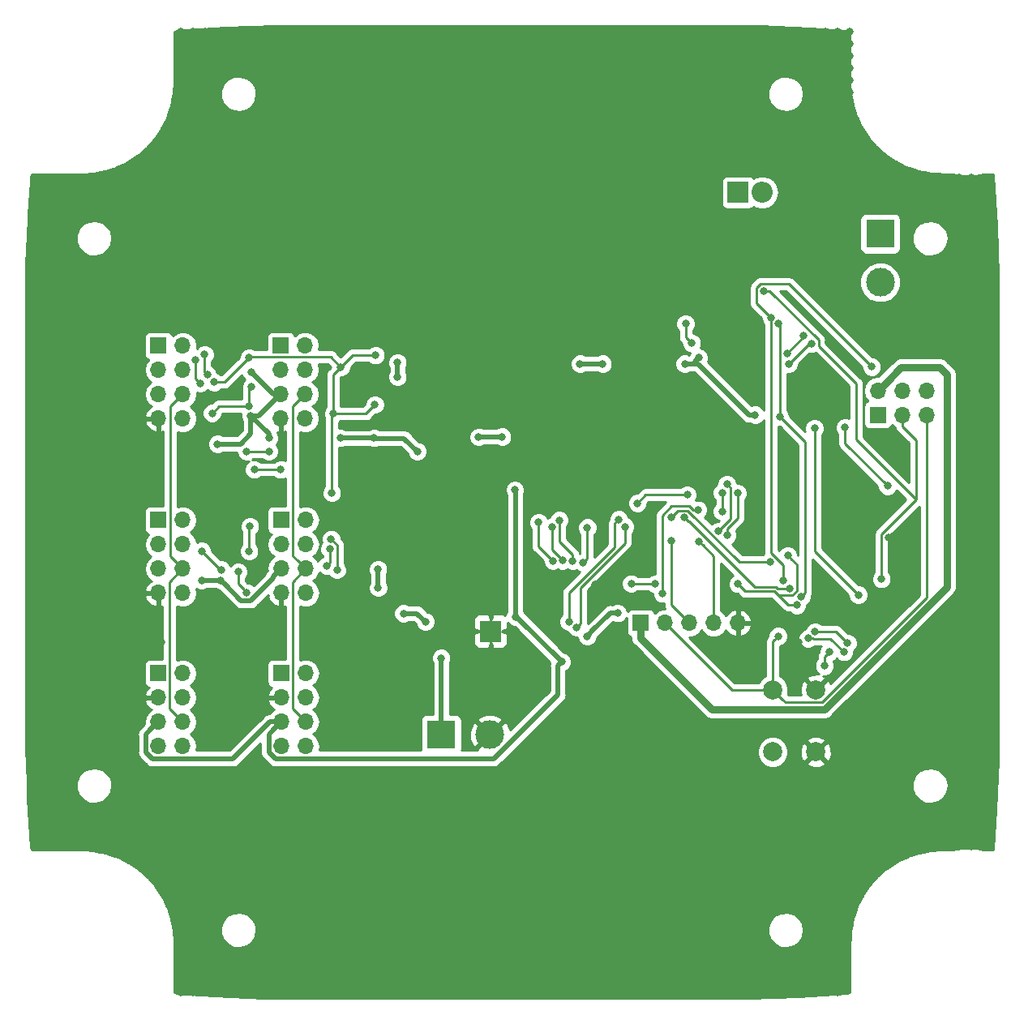
<source format=gbr>
G04 #@! TF.GenerationSoftware,KiCad,Pcbnew,(5.0.2)-1*
G04 #@! TF.CreationDate,2019-02-02T15:46:13-06:00*
G04 #@! TF.ProjectId,Motor test module,4d6f746f-7220-4746-9573-74206d6f6475,rev?*
G04 #@! TF.SameCoordinates,Original*
G04 #@! TF.FileFunction,Copper,L2,Bot*
G04 #@! TF.FilePolarity,Positive*
%FSLAX46Y46*%
G04 Gerber Fmt 4.6, Leading zero omitted, Abs format (unit mm)*
G04 Created by KiCad (PCBNEW (5.0.2)-1) date 2/2/2019 3:46:13 PM*
%MOMM*%
%LPD*%
G01*
G04 APERTURE LIST*
G04 #@! TA.AperFunction,ComponentPad*
%ADD10R,1.700000X1.700000*%
G04 #@! TD*
G04 #@! TA.AperFunction,ComponentPad*
%ADD11O,1.700000X1.700000*%
G04 #@! TD*
G04 #@! TA.AperFunction,ComponentPad*
%ADD12R,3.000000X3.000000*%
G04 #@! TD*
G04 #@! TA.AperFunction,ComponentPad*
%ADD13C,3.000000*%
G04 #@! TD*
G04 #@! TA.AperFunction,ComponentPad*
%ADD14R,2.200000X2.200000*%
G04 #@! TD*
G04 #@! TA.AperFunction,ComponentPad*
%ADD15O,2.200000X2.200000*%
G04 #@! TD*
G04 #@! TA.AperFunction,ComponentPad*
%ADD16C,0.600000*%
G04 #@! TD*
G04 #@! TA.AperFunction,Conductor*
%ADD17R,2.300000X2.300000*%
G04 #@! TD*
G04 #@! TA.AperFunction,ComponentPad*
%ADD18C,2.000000*%
G04 #@! TD*
G04 #@! TA.AperFunction,ViaPad*
%ADD19C,0.800000*%
G04 #@! TD*
G04 #@! TA.AperFunction,Conductor*
%ADD20C,0.500000*%
G04 #@! TD*
G04 #@! TA.AperFunction,Conductor*
%ADD21C,0.250000*%
G04 #@! TD*
G04 #@! TA.AperFunction,Conductor*
%ADD22C,0.750000*%
G04 #@! TD*
G04 #@! TA.AperFunction,Conductor*
%ADD23C,0.254000*%
G04 #@! TD*
G04 APERTURE END LIST*
D10*
G04 #@! TO.P,J10,1*
G04 #@! TO.N,S0*
X172720000Y-92456000D03*
D11*
G04 #@! TO.P,J10,2*
G04 #@! TO.N,VPP*
X172720000Y-89916000D03*
G04 #@! TO.P,J10,3*
G04 #@! TO.N,SCK*
X175260000Y-92456000D03*
G04 #@! TO.P,J10,4*
G04 #@! TO.N,SI*
X175260000Y-89916000D03*
G04 #@! TO.P,J10,5*
G04 #@! TO.N,Rst*
X177800000Y-92456000D03*
G04 #@! TO.P,J10,6*
G04 #@! TO.N,GNDREF*
X177800000Y-89916000D03*
G04 #@! TD*
D12*
G04 #@! TO.P,J8,1*
G04 #@! TO.N,+12V*
X127127000Y-125857000D03*
D13*
G04 #@! TO.P,J8,2*
G04 #@! TO.N,GNDREF*
X132207000Y-125857000D03*
G04 #@! TD*
D14*
G04 #@! TO.P,D1,1*
G04 #@! TO.N,+5V*
X158115000Y-69215000D03*
D15*
G04 #@! TO.P,D1,2*
G04 #@! TO.N,Net-(C14-Pad1)*
X160655000Y-69215000D03*
G04 #@! TD*
D16*
G04 #@! TO.P,U1,11*
G04 #@! TO.N,GNDREF*
X132285000Y-115046000D03*
X131785000Y-114546000D03*
X132785000Y-114546000D03*
X131785000Y-115546000D03*
X132785000Y-115546000D03*
D17*
G04 #@! TD*
G04 #@! TO.N,GNDREF*
G04 #@! TO.C,U1*
X132284000Y-115046000D03*
D10*
G04 #@! TO.P,J1,1*
G04 #@! TO.N,M1A+*
X97599500Y-85217000D03*
D11*
G04 #@! TO.P,J1,2*
G04 #@! TO.N,M1A-*
X100139500Y-85217000D03*
G04 #@! TO.P,J1,3*
G04 #@! TO.N,M1B+*
X97599500Y-87757000D03*
G04 #@! TO.P,J1,4*
G04 #@! TO.N,M1B-*
X100139500Y-87757000D03*
G04 #@! TO.P,J1,5*
G04 #@! TO.N,+5V*
X97599500Y-90297000D03*
G04 #@! TO.P,J1,6*
G04 #@! TO.N,E1*
X100139500Y-90297000D03*
G04 #@! TO.P,J1,7*
G04 #@! TO.N,GNDREF*
X97599500Y-92837000D03*
G04 #@! TO.P,J1,8*
G04 #@! TO.N,N/C*
X100139500Y-92837000D03*
G04 #@! TD*
D10*
G04 #@! TO.P,J2,1*
G04 #@! TO.N,M1+*
X97599500Y-103441500D03*
D11*
G04 #@! TO.P,J2,2*
G04 #@! TO.N,M1-*
X100139500Y-103441500D03*
G04 #@! TO.P,J2,3*
G04 #@! TO.N,N/C*
X97599500Y-105981500D03*
G04 #@! TO.P,J2,4*
X100139500Y-105981500D03*
G04 #@! TO.P,J2,5*
G04 #@! TO.N,+12V*
X97599500Y-108521500D03*
G04 #@! TO.P,J2,6*
G04 #@! TO.N,E1*
X100139500Y-108521500D03*
G04 #@! TO.P,J2,7*
G04 #@! TO.N,GNDREF*
X97599500Y-111061500D03*
G04 #@! TO.P,J2,8*
G04 #@! TO.N,N/C*
X100139500Y-111061500D03*
G04 #@! TD*
G04 #@! TO.P,J3,8*
G04 #@! TO.N,N/C*
X100139500Y-127063500D03*
G04 #@! TO.P,J3,7*
G04 #@! TO.N,GNDREF*
X97599500Y-127063500D03*
G04 #@! TO.P,J3,6*
G04 #@! TO.N,E1*
X100139500Y-124523500D03*
G04 #@! TO.P,J3,5*
G04 #@! TO.N,+5V*
X97599500Y-124523500D03*
G04 #@! TO.P,J3,4*
G04 #@! TO.N,N/C*
X100139500Y-121983500D03*
G04 #@! TO.P,J3,3*
G04 #@! TO.N,GNDREF*
X97599500Y-121983500D03*
G04 #@! TO.P,J3,2*
G04 #@! TO.N,Servo1*
X100139500Y-119443500D03*
D10*
G04 #@! TO.P,J3,1*
G04 #@! TO.N,+5V*
X97599500Y-119443500D03*
G04 #@! TD*
D11*
G04 #@! TO.P,J4,8*
G04 #@! TO.N,N/C*
X112903000Y-92837000D03*
G04 #@! TO.P,J4,7*
G04 #@! TO.N,GNDREF*
X110363000Y-92837000D03*
G04 #@! TO.P,J4,6*
G04 #@! TO.N,E2*
X112903000Y-90297000D03*
G04 #@! TO.P,J4,5*
G04 #@! TO.N,+5V*
X110363000Y-90297000D03*
G04 #@! TO.P,J4,4*
G04 #@! TO.N,M2B-*
X112903000Y-87757000D03*
G04 #@! TO.P,J4,3*
G04 #@! TO.N,M2B+*
X110363000Y-87757000D03*
G04 #@! TO.P,J4,2*
G04 #@! TO.N,M2A-*
X112903000Y-85217000D03*
D10*
G04 #@! TO.P,J4,1*
G04 #@! TO.N,M2A+*
X110363000Y-85217000D03*
G04 #@! TD*
G04 #@! TO.P,J5,1*
G04 #@! TO.N,M2+*
X110426500Y-103441500D03*
D11*
G04 #@! TO.P,J5,2*
G04 #@! TO.N,M2-*
X112966500Y-103441500D03*
G04 #@! TO.P,J5,3*
G04 #@! TO.N,N/C*
X110426500Y-105981500D03*
G04 #@! TO.P,J5,4*
X112966500Y-105981500D03*
G04 #@! TO.P,J5,5*
G04 #@! TO.N,+12V*
X110426500Y-108521500D03*
G04 #@! TO.P,J5,6*
G04 #@! TO.N,E2*
X112966500Y-108521500D03*
G04 #@! TO.P,J5,7*
G04 #@! TO.N,GNDREF*
X110426500Y-111061500D03*
G04 #@! TO.P,J5,8*
G04 #@! TO.N,N/C*
X112966500Y-111061500D03*
G04 #@! TD*
G04 #@! TO.P,J6,8*
G04 #@! TO.N,N/C*
X112966500Y-127063500D03*
G04 #@! TO.P,J6,7*
G04 #@! TO.N,GNDREF*
X110426500Y-127063500D03*
G04 #@! TO.P,J6,6*
G04 #@! TO.N,E2*
X112966500Y-124523500D03*
G04 #@! TO.P,J6,5*
G04 #@! TO.N,+5V*
X110426500Y-124523500D03*
G04 #@! TO.P,J6,4*
G04 #@! TO.N,N/C*
X112966500Y-121983500D03*
G04 #@! TO.P,J6,3*
G04 #@! TO.N,GNDREF*
X110426500Y-121983500D03*
G04 #@! TO.P,J6,2*
G04 #@! TO.N,Servo2*
X112966500Y-119443500D03*
D10*
G04 #@! TO.P,J6,1*
G04 #@! TO.N,+5V*
X110426500Y-119443500D03*
G04 #@! TD*
D18*
G04 #@! TO.P,SW1,2*
G04 #@! TO.N,Rst*
X161743000Y-121158000D03*
G04 #@! TO.P,SW1,1*
G04 #@! TO.N,GNDREF*
X166243000Y-121158000D03*
G04 #@! TO.P,SW1,2*
G04 #@! TO.N,Rst*
X161743000Y-127658000D03*
G04 #@! TO.P,SW1,1*
G04 #@! TO.N,GNDREF*
X166243000Y-127658000D03*
G04 #@! TD*
D10*
G04 #@! TO.P,J7,1*
G04 #@! TO.N,VPP*
X147955000Y-114173000D03*
D11*
G04 #@! TO.P,J7,2*
G04 #@! TO.N,Rst*
X150495000Y-114173000D03*
G04 #@! TO.P,J7,3*
G04 #@! TO.N,Rx*
X153035000Y-114173000D03*
G04 #@! TO.P,J7,4*
G04 #@! TO.N,Tx*
X155575000Y-114173000D03*
G04 #@! TO.P,J7,5*
G04 #@! TO.N,GNDREF*
X158115000Y-114173000D03*
G04 #@! TD*
D12*
G04 #@! TO.P,J9,1*
G04 #@! TO.N,CANH*
X172974000Y-73533000D03*
D13*
G04 #@! TO.P,J9,2*
G04 #@! TO.N,CANL*
X172974000Y-78613000D03*
G04 #@! TD*
D19*
G04 #@! TO.N,+12V*
X102108000Y-109728000D03*
X104103000Y-109728000D03*
X127127000Y-117856000D03*
X120523000Y-108585000D03*
X120548400Y-110515400D03*
X123190000Y-113182400D03*
X125476000Y-114046000D03*
G04 #@! TO.N,GNDREF*
X118491000Y-93726000D03*
X118491000Y-96647000D03*
X125095000Y-110617000D03*
X118364000Y-107061000D03*
X97917000Y-116205000D03*
X105156000Y-105537000D03*
X115443000Y-110871000D03*
X120142000Y-114173000D03*
X127889000Y-107696000D03*
X122301000Y-110236000D03*
X130937000Y-108712000D03*
X127889000Y-115316000D03*
X156845000Y-81000600D03*
X151765000Y-81280000D03*
X158369000Y-104648000D03*
X105156000Y-93980000D03*
X115189000Y-87503000D03*
X118491000Y-88646000D03*
X138938000Y-114681000D03*
X108458000Y-104521000D03*
X170561000Y-100203000D03*
X173863000Y-105283000D03*
X158369000Y-77216000D03*
X164465000Y-116205000D03*
X100584000Y-98425000D03*
X102235000Y-116078000D03*
X158178500Y-112331500D03*
X118287800Y-104165400D03*
X121843800Y-97078800D03*
X163310410Y-99618012D03*
X143230600Y-110210600D03*
X164084000Y-96647000D03*
X110363000Y-95631000D03*
X113284000Y-95631000D03*
X183769000Y-71501000D03*
X183769000Y-72771000D03*
X183769000Y-74041000D03*
X183769000Y-75311000D03*
X183769000Y-76581000D03*
X183769000Y-77851000D03*
X183769000Y-79121000D03*
X183769000Y-80391000D03*
X183769000Y-81661000D03*
X183769000Y-82931000D03*
X183769000Y-84201000D03*
X183769000Y-85471000D03*
X183769000Y-86741000D03*
X183769000Y-88011000D03*
X183769000Y-89281000D03*
X183769000Y-90551000D03*
X183769000Y-91821000D03*
X183769000Y-93091000D03*
X183769000Y-94361000D03*
X183769000Y-95631000D03*
X183769000Y-96901000D03*
X183769000Y-98171000D03*
X183769000Y-99441000D03*
X183769000Y-100711000D03*
X183769000Y-101981000D03*
X183769000Y-103251000D03*
X183769000Y-104521000D03*
X183769000Y-105791000D03*
X183769000Y-107061000D03*
X183769000Y-108331000D03*
X183769000Y-109601000D03*
X183769000Y-110871000D03*
X183769000Y-112141000D03*
X183769000Y-113411000D03*
X183769000Y-114681000D03*
X183769000Y-115951000D03*
X183769000Y-117221000D03*
X183769000Y-118491000D03*
X183769000Y-119761000D03*
X183769000Y-121031000D03*
X183769000Y-122301000D03*
X183769000Y-123571000D03*
X183769000Y-124841000D03*
X183769000Y-126111000D03*
X183769000Y-127381000D03*
X183769000Y-128651000D03*
X183769000Y-129921000D03*
X183769000Y-131191000D03*
X183769000Y-132461000D03*
X183769000Y-133731000D03*
X183769000Y-135001000D03*
X183769000Y-136271000D03*
X183769000Y-137541000D03*
X182499000Y-137541000D03*
X181229000Y-137541000D03*
X179959000Y-137541000D03*
X178689000Y-137541000D03*
X177419000Y-137541000D03*
X176149000Y-137541000D03*
X174879000Y-137541000D03*
X173609000Y-137541000D03*
X172339000Y-138811000D03*
X171069000Y-140081000D03*
X169799000Y-141351000D03*
X168529000Y-142621000D03*
X168529000Y-143891000D03*
X168529000Y-145161000D03*
X168529000Y-146431000D03*
X168529000Y-147701000D03*
X168529000Y-148971000D03*
X168529000Y-150241000D03*
X168529000Y-151511000D03*
X168529000Y-152781000D03*
X167259000Y-152781000D03*
X165989000Y-152781000D03*
X164719000Y-152781000D03*
X163449000Y-152781000D03*
X162179000Y-152781000D03*
X160909000Y-152781000D03*
X159639000Y-152781000D03*
X158369000Y-152781000D03*
X157099000Y-152781000D03*
X155829000Y-152781000D03*
X154559000Y-152781000D03*
X153289000Y-152781000D03*
X152019000Y-152781000D03*
X150749000Y-152781000D03*
X149479000Y-152781000D03*
X148209000Y-152781000D03*
X146939000Y-152781000D03*
X145669000Y-152781000D03*
X144399000Y-152781000D03*
X143129000Y-152781000D03*
X141859000Y-152781000D03*
X140589000Y-152781000D03*
X139319000Y-152781000D03*
X138049000Y-152781000D03*
X136779000Y-152781000D03*
X135509000Y-152781000D03*
X134239000Y-152781000D03*
X132969000Y-152781000D03*
X131699000Y-152781000D03*
X130429000Y-152781000D03*
X129159000Y-152781000D03*
X127889000Y-152781000D03*
X126619000Y-152781000D03*
X125349000Y-152781000D03*
X124079000Y-152781000D03*
X122809000Y-152781000D03*
X121539000Y-152781000D03*
X120269000Y-152781000D03*
X118999000Y-152781000D03*
X117729000Y-152781000D03*
X116459000Y-152781000D03*
X115189000Y-152781000D03*
X113919000Y-152781000D03*
X112649000Y-152781000D03*
X111379000Y-152781000D03*
X110109000Y-152781000D03*
X108839000Y-152781000D03*
X107569000Y-152781000D03*
X106299000Y-152781000D03*
X105029000Y-152781000D03*
X103759000Y-152781000D03*
X102489000Y-152781000D03*
X101219000Y-152781000D03*
X99949000Y-152781000D03*
X99949000Y-151511000D03*
X99949000Y-150241000D03*
X99949000Y-148971000D03*
X99949000Y-147701000D03*
X99949000Y-146431000D03*
X99949000Y-145161000D03*
X99949000Y-143891000D03*
X99949000Y-142621000D03*
X98679000Y-141351000D03*
X97409000Y-140081000D03*
X96139000Y-138811000D03*
X94869000Y-137541000D03*
X93599000Y-137541000D03*
X92329000Y-137541000D03*
X91059000Y-137541000D03*
X89789000Y-137541000D03*
X88519000Y-137541000D03*
X87249000Y-137541000D03*
X85979000Y-137541000D03*
X84709000Y-137541000D03*
X84709000Y-136271000D03*
X84709000Y-135001000D03*
X84709000Y-133731000D03*
X84709000Y-131191000D03*
X84709000Y-129921000D03*
X84709000Y-132461000D03*
X84709000Y-128651000D03*
X84709000Y-127381000D03*
X84709000Y-126111000D03*
X86106000Y-126111000D03*
X87630000Y-126365000D03*
X89535000Y-118618000D03*
X85725000Y-117348000D03*
X88011000Y-118491000D03*
X86741000Y-117983000D03*
X84709000Y-117221000D03*
X84709000Y-114681000D03*
X84709000Y-113411000D03*
X84709000Y-112141000D03*
X84709000Y-110871000D03*
X84709000Y-109601000D03*
X84709000Y-108331000D03*
X84709000Y-107061000D03*
X84709000Y-105791000D03*
X84709000Y-104521000D03*
X84709000Y-103251000D03*
X84709000Y-101981000D03*
X84709000Y-100711000D03*
X84709000Y-99441000D03*
X84709000Y-98171000D03*
X84709000Y-96901000D03*
X84709000Y-95631000D03*
X84709000Y-94361000D03*
X84709000Y-93091000D03*
X84709000Y-91821000D03*
X84709000Y-90551000D03*
X84709000Y-89281000D03*
X84709000Y-88011000D03*
X84709000Y-86741000D03*
X84709000Y-85471000D03*
X84709000Y-84201000D03*
X84709000Y-82931000D03*
X84709000Y-81661000D03*
X84709000Y-80391000D03*
X84709000Y-79121000D03*
X84709000Y-77851000D03*
X84709000Y-76581000D03*
X84709000Y-75311000D03*
X84709000Y-74041000D03*
X84709000Y-72771000D03*
X84709000Y-70231000D03*
X84709000Y-68961000D03*
X84709000Y-71501000D03*
X84709000Y-67691000D03*
X85979000Y-67691000D03*
X87249000Y-67691000D03*
X88519000Y-67691000D03*
X89789000Y-67691000D03*
X91059000Y-67691000D03*
X92329000Y-67691000D03*
X93599000Y-67691000D03*
X94869000Y-67691000D03*
X96139000Y-66421000D03*
X97409000Y-65151000D03*
X98679000Y-63881000D03*
X99949000Y-62611000D03*
X99949000Y-61341000D03*
X99949000Y-60071000D03*
X99949000Y-58801000D03*
X99949000Y-57531000D03*
X99949000Y-56261000D03*
X99949000Y-54991000D03*
X99949000Y-53721000D03*
X99949000Y-52451000D03*
X101219000Y-52451000D03*
X102489000Y-52451000D03*
X103759000Y-52451000D03*
X105029000Y-52451000D03*
X106299000Y-52451000D03*
X107569000Y-52451000D03*
X108839000Y-52451000D03*
X110109000Y-52451000D03*
X111379000Y-52451000D03*
X112649000Y-52451000D03*
X113919000Y-52451000D03*
X115189000Y-52451000D03*
X116459000Y-52451000D03*
X117729000Y-52451000D03*
X118999000Y-52451000D03*
X120269000Y-52451000D03*
X121539000Y-52451000D03*
X122809000Y-52451000D03*
X124079000Y-52451000D03*
X125349000Y-52451000D03*
X126619000Y-52451000D03*
X127889000Y-52451000D03*
X127889000Y-52451000D03*
X127889000Y-52451000D03*
X129159000Y-52451000D03*
X130429000Y-52451000D03*
X131699000Y-52451000D03*
X132969000Y-52451000D03*
X134239000Y-52451000D03*
X135509000Y-52451000D03*
X136779000Y-52451000D03*
X138049000Y-52451000D03*
X139319000Y-52451000D03*
X140589000Y-52451000D03*
X141859000Y-52451000D03*
X143129000Y-52451000D03*
X144399000Y-52451000D03*
X145669000Y-52451000D03*
X146939000Y-52451000D03*
X148209000Y-52451000D03*
X149479000Y-52451000D03*
X150749000Y-52451000D03*
X152019000Y-52451000D03*
X153289000Y-52451000D03*
X154559000Y-52451000D03*
X155829000Y-52451000D03*
X157099000Y-52451000D03*
X158369000Y-52451000D03*
X160909000Y-52451000D03*
X162179000Y-52451000D03*
X163449000Y-52451000D03*
X164719000Y-52451000D03*
X165989000Y-52451000D03*
X167259000Y-52451000D03*
X168529000Y-52451000D03*
X169799000Y-52451000D03*
X159639000Y-52451000D03*
X169799000Y-53721000D03*
X169799000Y-54991000D03*
X169799000Y-56261000D03*
X169799000Y-57531000D03*
X169799000Y-58801000D03*
X169799000Y-60071000D03*
X169799000Y-61341000D03*
X169799000Y-62611000D03*
X171069000Y-63881000D03*
X172339000Y-65151000D03*
X178689000Y-67691000D03*
X179959000Y-67691000D03*
X181229000Y-67691000D03*
X182499000Y-67691000D03*
X183769000Y-67691000D03*
X183769000Y-68961000D03*
X183769000Y-70231000D03*
X84709000Y-115951000D03*
X128905000Y-117729000D03*
X129921000Y-117729000D03*
X130937000Y-117729000D03*
X129921000Y-116713000D03*
X105156000Y-103505000D03*
X173228000Y-65786000D03*
X174244000Y-66421000D03*
X175133000Y-66929000D03*
X175133000Y-66929000D03*
X175133000Y-66929000D03*
X176149000Y-67437000D03*
X177165000Y-67691000D03*
G04 #@! TO.N,+5V*
X152564000Y-87122000D03*
X159893000Y-92455999D03*
X154018670Y-86487000D03*
X107225000Y-92561075D03*
X103759000Y-95504000D03*
X109125011Y-94869000D03*
X116586000Y-94869000D03*
X120102500Y-94869000D03*
X122555000Y-86995000D03*
X122555000Y-88470000D03*
X143981000Y-87122000D03*
X141630978Y-87122000D03*
X133477000Y-94742000D03*
X131036847Y-94769153D03*
X139700000Y-118237000D03*
X134869340Y-113533340D03*
X107315000Y-88011000D03*
X145542000Y-113157000D03*
X142367000Y-115569996D03*
X134810496Y-100266500D03*
X124626210Y-96266000D03*
G04 #@! TO.N,Servo1*
X147612697Y-101671453D03*
X145669000Y-103378000D03*
X152809684Y-100810957D03*
X140463329Y-114036532D03*
G04 #@! TO.N,Servo2*
X146309192Y-104146231D03*
X141268475Y-114629627D03*
G04 #@! TO.N,INT*
X156464000Y-100588977D03*
X156463996Y-102521021D03*
G04 #@! TO.N,+3V3*
X116648373Y-87463115D03*
X107061000Y-86487000D03*
X107082298Y-91571308D03*
X103197747Y-92270556D03*
X115886711Y-92338030D03*
X120200847Y-91381153D03*
X107315000Y-89535000D03*
X115697000Y-100616011D03*
X120269000Y-86233000D03*
X107061000Y-106680000D03*
X107143850Y-104090790D03*
X103417490Y-89042474D03*
X115486673Y-106459447D03*
X115158947Y-108208653D03*
G04 #@! TO.N,M1A+C*
X106807000Y-96266000D03*
X109125021Y-96265123D03*
G04 #@! TO.N,M1A-C*
X110368358Y-98165642D03*
X107601026Y-98171005D03*
G04 #@! TO.N,M2A+C*
X142390930Y-104224818D03*
X141959481Y-107888178D03*
G04 #@! TO.N,M2A-C*
X139446000Y-103447998D03*
X140846155Y-107689835D03*
G04 #@! TO.N,M2B+C*
X139790360Y-107663547D03*
X138684000Y-104165968D03*
G04 #@! TO.N,SI*
X161560933Y-82303627D03*
X172085000Y-87439500D03*
X162877500Y-109728000D03*
G04 #@! TO.N,S0*
X162339653Y-82931000D03*
X162509200Y-92646500D03*
X164726972Y-111442067D03*
G04 #@! TO.N,TX2*
X153932481Y-102371930D03*
X150241000Y-111125000D03*
G04 #@! TO.N,M2B-C*
X138790775Y-107692759D03*
X137305954Y-103682035D03*
G04 #@! TO.N,M1-C*
X167640000Y-117221000D03*
X167143875Y-118671012D03*
G04 #@! TO.N,RX1*
X170688000Y-111252000D03*
X166116000Y-93853000D03*
G04 #@! TO.N,TX1*
X152527000Y-103160990D03*
X163510064Y-110560654D03*
G04 #@! TO.N,SCK*
X160782000Y-79502000D03*
X173101000Y-109601000D03*
G04 #@! TO.N,TX0*
X151130000Y-103124000D03*
X161467012Y-107815464D03*
G04 #@! TO.N,Net-(U10-Pad4)*
X153293660Y-84967660D03*
X152654000Y-82931000D03*
G04 #@! TO.N,M1A+*
X101486272Y-86754272D03*
X101967479Y-89144831D03*
G04 #@! TO.N,M1A-*
X102420847Y-86164847D03*
X102729877Y-88268170D03*
G04 #@! TO.N,M1-*
X105918000Y-108839000D03*
X106813071Y-111004071D03*
G04 #@! TO.N,M1+*
X102108000Y-106680000D03*
X104140000Y-108621990D03*
G04 #@! TO.N,M2-*
X115636811Y-105423073D03*
X116234487Y-108663010D03*
G04 #@! TO.N,Net-(U8-Pad33)*
X169164000Y-117221000D03*
X165426536Y-115803276D03*
G04 #@! TO.N,Net-(U8-Pad34)*
X169557920Y-116301853D03*
X166172790Y-115099000D03*
G04 #@! TO.N,CANL*
X163423600Y-87147400D03*
X165798500Y-85026500D03*
G04 #@! TO.N,CANH*
X163234200Y-86029800D03*
X164999091Y-84222804D03*
G04 #@! TO.N,Tx*
X156992089Y-105027606D03*
X158096999Y-100621000D03*
X154027852Y-105667924D03*
G04 #@! TO.N,Rx*
X156083000Y-104611000D03*
X156972000Y-99695000D03*
X151130000Y-105573990D03*
G04 #@! TO.N,Rst*
X162306000Y-115570008D03*
G04 #@! TO.N,VCC*
X149479000Y-110109000D03*
X158115000Y-110109000D03*
X146969060Y-110078940D03*
X163317186Y-107125310D03*
X164267512Y-112330278D03*
G04 #@! TO.N,MCP_SS*
X169276097Y-93774597D03*
X173736000Y-99885500D03*
G04 #@! TD*
D20*
G04 #@! TO.N,+12V*
X102108000Y-109728000D02*
X104103000Y-109728000D01*
X127127000Y-124107000D02*
X127127000Y-117856000D01*
X127127000Y-125857000D02*
X127127000Y-124107000D01*
X120523000Y-110490000D02*
X120548400Y-110515400D01*
X120523000Y-108585000D02*
X120523000Y-110490000D01*
X123190000Y-113182400D02*
X124612400Y-113182400D01*
X124612400Y-113182400D02*
X125476000Y-114046000D01*
X110426500Y-108521500D02*
X109576501Y-109371499D01*
X109576501Y-109498645D02*
X107221073Y-111854073D01*
X109576501Y-109371499D02*
X109576501Y-109498645D01*
X106229073Y-111854073D02*
X104502999Y-110127999D01*
X104502999Y-110127999D02*
X104103000Y-109728000D01*
X107221073Y-111854073D02*
X106229073Y-111854073D01*
G04 #@! TO.N,+5V*
X159327315Y-92455999D02*
X159893000Y-92455999D01*
D21*
X159257999Y-92455999D02*
X159327315Y-92455999D01*
D20*
X152564000Y-87122000D02*
X153924000Y-87122000D01*
X153924000Y-87122000D02*
X159257999Y-92455999D01*
D21*
X152564000Y-87122000D02*
X153383670Y-87122000D01*
D20*
X153618671Y-86886999D02*
X154018670Y-86487000D01*
D21*
X153383670Y-87122000D02*
X153618671Y-86886999D01*
D20*
X110363000Y-90297000D02*
X108098925Y-92561075D01*
X108077000Y-92561075D02*
X107203075Y-92561075D01*
X103759000Y-95504000D02*
X106172000Y-95504000D01*
X107225000Y-94451000D02*
X107225000Y-92561075D01*
X106172000Y-95504000D02*
X107225000Y-94451000D01*
X107225000Y-92561075D02*
X109125011Y-94461086D01*
D21*
X109125011Y-94461086D02*
X109125011Y-94869000D01*
D20*
X116586000Y-94869000D02*
X120102500Y-94869000D01*
X122555000Y-86995000D02*
X122555000Y-88470000D01*
X143981000Y-87122000D02*
X141630978Y-87122000D01*
X131064000Y-94742000D02*
X131036847Y-94769153D01*
X133477000Y-94742000D02*
X131036847Y-94769153D01*
X134996340Y-113533340D02*
X134869340Y-113533340D01*
X139700000Y-118237000D02*
X134996340Y-113533340D01*
D21*
X109601000Y-90297000D02*
X110363000Y-90297000D01*
D20*
X107315000Y-88011000D02*
X109601000Y-90297000D01*
X145542000Y-113157000D02*
X144780000Y-113157000D01*
X144780000Y-113112495D02*
X142766995Y-115125500D01*
X142684500Y-115252500D02*
X142367004Y-115569996D01*
X142367004Y-115569996D02*
X142367000Y-115569996D01*
X134869340Y-113533340D02*
X134869340Y-100325344D01*
X134869340Y-100325344D02*
X134810496Y-100266500D01*
X123254610Y-94894400D02*
X124626210Y-96266000D01*
X120102500Y-94869000D02*
X120127900Y-94894400D01*
X120127900Y-94894400D02*
X123254610Y-94894400D01*
X96299499Y-127687501D02*
X96299499Y-125823501D01*
X96975499Y-128363501D02*
X96299499Y-127687501D01*
X96299499Y-125823501D02*
X96749501Y-125373499D01*
X105384418Y-128363501D02*
X96975499Y-128363501D01*
X96749501Y-125373499D02*
X97599500Y-124523500D01*
X109224419Y-124523500D02*
X105384418Y-128363501D01*
X110426500Y-124523500D02*
X109224419Y-124523500D01*
X109576501Y-125373499D02*
X110426500Y-124523500D01*
X109126499Y-125823501D02*
X109576501Y-125373499D01*
X109126499Y-127687501D02*
X109126499Y-125823501D01*
X109802499Y-128363501D02*
X109126499Y-127687501D01*
X132586501Y-128363501D02*
X109802499Y-128363501D01*
X139300001Y-121650001D02*
X132586501Y-128363501D01*
X139300001Y-118636999D02*
X139300001Y-121650001D01*
X139700000Y-118237000D02*
X139300001Y-118636999D01*
D21*
G04 #@! TO.N,Servo1*
X147612697Y-101671453D02*
X148473193Y-100810957D01*
X148473193Y-100810957D02*
X152243999Y-100810957D01*
X152243999Y-100810957D02*
X152809684Y-100810957D01*
X145269001Y-103777999D02*
X145269001Y-106240389D01*
X145669000Y-103378000D02*
X145269001Y-103777999D01*
X140463329Y-113470847D02*
X140463329Y-114036532D01*
X140463329Y-111046061D02*
X140463329Y-113470847D01*
X145269001Y-106240389D02*
X140463329Y-111046061D01*
G04 #@! TO.N,Servo2*
X141668474Y-114229628D02*
X141268475Y-114629627D01*
X141668474Y-110477326D02*
X141668474Y-114229628D01*
X146309192Y-104146231D02*
X146309192Y-105836608D01*
X146309192Y-105836608D02*
X141668474Y-110477326D01*
G04 #@! TO.N,INT*
X156464000Y-102521017D02*
X156463996Y-102521021D01*
X156464000Y-100588977D02*
X156464000Y-102521017D01*
G04 #@! TO.N,+3V3*
X107082298Y-91571308D02*
X103896995Y-91571308D01*
X103896995Y-91571308D02*
X103197747Y-92270556D01*
X107082298Y-89767702D02*
X107315000Y-89535000D01*
X107082298Y-91571308D02*
X107082298Y-89767702D01*
X115886711Y-88224777D02*
X115886711Y-92338030D01*
X116648373Y-87463115D02*
X115886711Y-88224777D01*
X115697000Y-94684998D02*
X115697000Y-100616011D01*
X115886711Y-92338030D02*
X115697000Y-92527741D01*
X115697000Y-92527741D02*
X115697000Y-94684998D01*
X119243970Y-92338030D02*
X120200847Y-91381153D01*
X115886711Y-92338030D02*
X119243970Y-92338030D01*
X116648373Y-87463115D02*
X117878488Y-86233000D01*
X117878488Y-86233000D02*
X119703315Y-86233000D01*
X119703315Y-86233000D02*
X120269000Y-86233000D01*
X107061000Y-106680000D02*
X107061000Y-104173640D01*
X107061000Y-104173640D02*
X107143850Y-104090790D01*
X107061000Y-86487000D02*
X104505526Y-89042474D01*
X104505526Y-89042474D02*
X103983175Y-89042474D01*
X103983175Y-89042474D02*
X103417490Y-89042474D01*
X115486673Y-106459447D02*
X115486673Y-107880927D01*
X115486673Y-107880927D02*
X115158947Y-108208653D01*
X107124500Y-86423500D02*
X107061000Y-86487000D01*
X116648373Y-87463115D02*
X115608758Y-86423500D01*
X115608758Y-86423500D02*
X107124500Y-86423500D01*
G04 #@! TO.N,M1A+C*
X106807000Y-96266000D02*
X109124144Y-96266000D01*
X109124144Y-96266000D02*
X109125021Y-96265123D01*
G04 #@! TO.N,M1A-C*
X110368358Y-98165642D02*
X107606389Y-98165642D01*
X107606389Y-98165642D02*
X107601026Y-98171005D01*
G04 #@! TO.N,M2A+C*
X142359480Y-107488179D02*
X141959481Y-107888178D01*
X142390930Y-104224818D02*
X142390930Y-107456729D01*
X142390930Y-107456729D02*
X142359480Y-107488179D01*
G04 #@! TO.N,M2A-C*
X140846155Y-107124150D02*
X140846155Y-107689835D01*
X140846155Y-107064155D02*
X140846155Y-107124150D01*
X139446000Y-103447998D02*
X139446000Y-105664000D01*
X139446000Y-105664000D02*
X140846155Y-107064155D01*
G04 #@! TO.N,M2B+C*
X138684000Y-106557187D02*
X138684000Y-104731653D01*
X138684000Y-104731653D02*
X138684000Y-104165968D01*
X139790360Y-107663547D02*
X138684000Y-106557187D01*
G04 #@! TO.N,SI*
X163422499Y-78776999D02*
X172085000Y-87439500D01*
X160433999Y-78776999D02*
X163422499Y-78776999D01*
X160056999Y-79153999D02*
X160433999Y-78776999D01*
X161560933Y-82303627D02*
X160056999Y-80799693D01*
X160056999Y-80799693D02*
X160056999Y-79153999D01*
X161560933Y-82303627D02*
X161560933Y-106836383D01*
X162877500Y-109162315D02*
X162877500Y-109728000D01*
X162877500Y-108152950D02*
X162877500Y-109162315D01*
X161560933Y-106836383D02*
X162877500Y-108152950D01*
G04 #@! TO.N,S0*
X162339653Y-82931000D02*
X162509200Y-83100547D01*
X162509200Y-83100547D02*
X162509200Y-92646500D01*
X162509200Y-92646500D02*
X165126971Y-95264271D01*
X165126971Y-111042068D02*
X164726972Y-111442067D01*
X165126971Y-95264271D02*
X165126971Y-111042068D01*
G04 #@! TO.N,TX2*
X153447353Y-102371930D02*
X153061401Y-101985978D01*
X151195020Y-101985978D02*
X150241000Y-102939998D01*
X153061401Y-101985978D02*
X151195020Y-101985978D01*
X153932481Y-102371930D02*
X153447353Y-102371930D01*
X150241000Y-110559315D02*
X150241000Y-111125000D01*
X150241000Y-102939998D02*
X150241000Y-110559315D01*
G04 #@! TO.N,M2B-C*
X138790775Y-107692759D02*
X137305954Y-106207938D01*
X137305954Y-106207938D02*
X137305954Y-104247720D01*
X137305954Y-104247720D02*
X137305954Y-103682035D01*
G04 #@! TO.N,M1-C*
X167143875Y-118105327D02*
X167143875Y-118671012D01*
X167640000Y-117221000D02*
X167143875Y-117717125D01*
X167143875Y-117717125D02*
X167143875Y-118105327D01*
G04 #@! TO.N,RX1*
X170688000Y-111252000D02*
X166116000Y-106680000D01*
X166116000Y-106680000D02*
X166116000Y-94418685D01*
X166116000Y-94418685D02*
X166116000Y-93853000D01*
G04 #@! TO.N,TX1*
X152527000Y-103160990D02*
X152926999Y-103560989D01*
X159850927Y-110417997D02*
X162113493Y-110417997D01*
X162944379Y-110560654D02*
X163510064Y-110560654D01*
X152926999Y-103560989D02*
X152993919Y-103560989D01*
X162113493Y-110417997D02*
X162256150Y-110560654D01*
X152993919Y-103560989D02*
X159850927Y-110417997D01*
X162256150Y-110560654D02*
X162944379Y-110560654D01*
G04 #@! TO.N,SCK*
X176684732Y-95082813D02*
X176684732Y-101310232D01*
X175260000Y-93658081D02*
X176684732Y-95082813D01*
X175260000Y-92456000D02*
X175260000Y-93658081D01*
X166523502Y-84614998D02*
X166523502Y-85243502D01*
X166523502Y-85243502D02*
X170434000Y-89154000D01*
X160782000Y-79502000D02*
X161410504Y-79502000D01*
X161410504Y-79502000D02*
X166523502Y-84614998D01*
X170434000Y-95059500D02*
X176684732Y-101310232D01*
X170434000Y-89154000D02*
X170434000Y-95059500D01*
X173101000Y-104893964D02*
X176684732Y-101310232D01*
X173101000Y-109601000D02*
X173101000Y-104893964D01*
G04 #@! TO.N,TX0*
X158254476Y-107815464D02*
X160901327Y-107815464D01*
X160901327Y-107815464D02*
X161467012Y-107815464D01*
X152875001Y-102435989D02*
X158254476Y-107815464D01*
X151818011Y-102435989D02*
X152875001Y-102435989D01*
X151130000Y-103124000D02*
X151818011Y-102435989D01*
G04 #@! TO.N,E2*
X112116501Y-123673501D02*
X112966500Y-124523500D01*
X111601501Y-123158501D02*
X112116501Y-123673501D01*
X111601501Y-109886499D02*
X111601501Y-123158501D01*
X112966500Y-108521500D02*
X111601501Y-109886499D01*
X112116501Y-107671501D02*
X112966500Y-108521500D01*
X112903000Y-90297000D02*
X111633000Y-91567000D01*
X111633000Y-107188000D02*
X112116501Y-107671501D01*
X111633000Y-91567000D02*
X111633000Y-107188000D01*
G04 #@! TO.N,E1*
X99289501Y-123673501D02*
X100139500Y-124523500D01*
X98774501Y-123158501D02*
X99289501Y-123673501D01*
X98774501Y-109886499D02*
X98774501Y-123158501D01*
X100139500Y-108521500D02*
X98774501Y-109886499D01*
X99289501Y-107671501D02*
X100139500Y-108521500D01*
X98869500Y-107251500D02*
X99289501Y-107671501D01*
X100139500Y-90297000D02*
X98869500Y-91567000D01*
X98869500Y-91567000D02*
X98869500Y-107251500D01*
G04 #@! TO.N,Net-(U10-Pad4)*
X152654000Y-84328000D02*
X152654000Y-82931000D01*
X153293660Y-84967660D02*
X152654000Y-84328000D01*
G04 #@! TO.N,M1A+*
X101486272Y-86754272D02*
X101486272Y-88663624D01*
X101567480Y-88744832D02*
X101967479Y-89144831D01*
X101486272Y-88663624D02*
X101567480Y-88744832D01*
G04 #@! TO.N,M1A-*
X102420847Y-87959140D02*
X102729877Y-88268170D01*
X102420847Y-86164847D02*
X102420847Y-87959140D01*
G04 #@! TO.N,M1-*
X106413072Y-110604072D02*
X106813071Y-111004071D01*
X105918000Y-108839000D02*
X105918000Y-110109000D01*
X105918000Y-110109000D02*
X106413072Y-110604072D01*
G04 #@! TO.N,M1+*
X104049990Y-108621990D02*
X104140000Y-108621990D01*
X102108000Y-106680000D02*
X104049990Y-108621990D01*
G04 #@! TO.N,M2-*
X115636811Y-105423073D02*
X116234487Y-106020749D01*
X116234487Y-106020749D02*
X116234487Y-108097325D01*
X116234487Y-108097325D02*
X116234487Y-108663010D01*
G04 #@! TO.N,Net-(U8-Pad33)*
X165992221Y-115803276D02*
X165426536Y-115803276D01*
X167767000Y-115824000D02*
X166012945Y-115824000D01*
X166012945Y-115824000D02*
X165992221Y-115803276D01*
X169164000Y-117221000D02*
X167767000Y-115824000D01*
G04 #@! TO.N,Net-(U8-Pad34)*
X169557920Y-116301853D02*
X168355067Y-115099000D01*
X168355067Y-115099000D02*
X166172790Y-115099000D01*
G04 #@! TO.N,CANL*
X163423600Y-87147400D02*
X165544500Y-85026500D01*
X165544500Y-85026500D02*
X165798500Y-85026500D01*
G04 #@! TO.N,CANH*
X164999091Y-84264909D02*
X164999091Y-84222804D01*
X163234200Y-86029800D02*
X164999091Y-84264909D01*
G04 #@! TO.N,Tx*
X158096999Y-103233411D02*
X158096999Y-100621000D01*
X156992089Y-105027606D02*
X156992089Y-104338321D01*
X156992089Y-104338321D02*
X158096999Y-103233411D01*
X154427851Y-106067923D02*
X154027852Y-105667924D01*
X155575000Y-107215072D02*
X154427851Y-106067923D01*
X155575000Y-114173000D02*
X155575000Y-107215072D01*
G04 #@! TO.N,Rx*
X157371999Y-103322001D02*
X157371999Y-100094999D01*
X156083000Y-104611000D02*
X157371999Y-103322001D01*
X157371999Y-100094999D02*
X156972000Y-99695000D01*
X151130000Y-112268000D02*
X151130000Y-106139675D01*
X151130000Y-106139675D02*
X151130000Y-105573990D01*
X153035000Y-114173000D02*
X151130000Y-112268000D01*
G04 #@! TO.N,Rst*
X161743000Y-116133008D02*
X161906001Y-115970007D01*
X161906001Y-115970007D02*
X162306000Y-115570008D01*
X161743000Y-121158000D02*
X161743000Y-116133008D01*
X157480000Y-121158000D02*
X161743000Y-121158000D01*
X150495000Y-114173000D02*
X157480000Y-121158000D01*
X163068001Y-122483001D02*
X162742999Y-122157999D01*
X166879001Y-122483001D02*
X163068001Y-122483001D01*
X162742999Y-122157999D02*
X161743000Y-121158000D01*
X177800000Y-111562002D02*
X166879001Y-122483001D01*
X177800000Y-92456000D02*
X177800000Y-111562002D01*
G04 #@! TO.N,VCC*
X158115000Y-110109000D02*
X158877000Y-110871000D01*
X158877000Y-110871000D02*
X161920993Y-110871000D01*
X149479000Y-110109000D02*
X146999120Y-110109000D01*
X146999120Y-110109000D02*
X146969060Y-110078940D01*
X163701827Y-112330278D02*
X164267512Y-112330278D01*
X163807335Y-111288702D02*
X164237900Y-110858137D01*
X164237900Y-108046024D02*
X163717185Y-107525309D01*
X161920993Y-110871000D02*
X163380271Y-112330278D01*
X163380271Y-112330278D02*
X163701827Y-112330278D01*
X161920993Y-110871000D02*
X162338695Y-111288702D01*
X164237900Y-110858137D02*
X164237900Y-108046024D01*
X162338695Y-111288702D02*
X163807335Y-111288702D01*
X163717185Y-107525309D02*
X163317186Y-107125310D01*
D22*
G04 #@! TO.N,VPP*
X173569999Y-89066001D02*
X172720000Y-89916000D01*
X179197000Y-87503000D02*
X175133000Y-87503000D01*
X147955000Y-115773000D02*
X155365011Y-123183011D01*
X175133000Y-87503000D02*
X173569999Y-89066001D01*
X147955000Y-114173000D02*
X147955000Y-115773000D01*
X155365011Y-123183011D02*
X167168954Y-123183011D01*
X179959000Y-88265000D02*
X179197000Y-87503000D01*
X167168954Y-123183011D02*
X179959000Y-110392965D01*
X179959000Y-110392965D02*
X179959000Y-88265000D01*
D21*
G04 #@! TO.N,MCP_SS*
X169276097Y-93774597D02*
X169276097Y-95425597D01*
X169276097Y-95425597D02*
X173736000Y-99885500D01*
G04 #@! TD*
D23*
G04 #@! TO.N,GNDREF*
G36*
X160394003Y-51876394D02*
X165626890Y-52095717D01*
X169563909Y-52358430D01*
X169821189Y-52451456D01*
X169821188Y-57839087D01*
X169825221Y-57859360D01*
X169877148Y-58788154D01*
X169878557Y-58799628D01*
X169878799Y-58811185D01*
X169887618Y-58877283D01*
X170094068Y-60024684D01*
X170097795Y-60039633D01*
X170100153Y-60054863D01*
X170117637Y-60119213D01*
X170474025Y-61229230D01*
X170479698Y-61243558D01*
X170484048Y-61258338D01*
X170509888Y-61319811D01*
X171009951Y-62372942D01*
X171017470Y-62386396D01*
X171023736Y-62400469D01*
X171057480Y-62457985D01*
X171692435Y-63435729D01*
X171701667Y-63448070D01*
X171709739Y-63461190D01*
X171750793Y-63513738D01*
X172509482Y-64398916D01*
X172520264Y-64409926D01*
X172530002Y-64421866D01*
X172577645Y-64468522D01*
X173446741Y-65245583D01*
X173458882Y-65255068D01*
X173470115Y-65265617D01*
X173523511Y-65305562D01*
X174487743Y-65960853D01*
X174501029Y-65968648D01*
X174513561Y-65977620D01*
X174571771Y-66010152D01*
X175614199Y-66532162D01*
X175628408Y-66538135D01*
X175642008Y-66545366D01*
X175704009Y-66569914D01*
X176806319Y-66949470D01*
X176821188Y-66953510D01*
X176835631Y-66958881D01*
X176900334Y-66975013D01*
X178043158Y-67205447D01*
X178058430Y-67207485D01*
X178073458Y-67210899D01*
X178139720Y-67218331D01*
X178139725Y-67218332D01*
X178139726Y-67218332D01*
X179255246Y-67292425D01*
X179279312Y-67297212D01*
X180610908Y-67297212D01*
X180889683Y-67397166D01*
X180936071Y-67428162D01*
X181026047Y-67446059D01*
X181042925Y-67452111D01*
X181096915Y-67460156D01*
X181150466Y-67470808D01*
X181168400Y-67470808D01*
X181259133Y-67484328D01*
X181313259Y-67470808D01*
X183019527Y-67470808D01*
X183073653Y-67484328D01*
X183164385Y-67470808D01*
X183182319Y-67470808D01*
X183235869Y-67460156D01*
X183289860Y-67452111D01*
X183306738Y-67446059D01*
X183396714Y-67428162D01*
X183443103Y-67397166D01*
X183721875Y-67297212D01*
X184731698Y-67297212D01*
X184733493Y-67306637D01*
X184734845Y-67313848D01*
X184736074Y-67320885D01*
X184739520Y-67340938D01*
X184740995Y-67350226D01*
X184742202Y-67358068D01*
X184745240Y-67379675D01*
X184747146Y-67394923D01*
X184747485Y-67397672D01*
X184751625Y-67436121D01*
X184752396Y-67444472D01*
X184753831Y-67463128D01*
X185085573Y-72684720D01*
X185271580Y-77918894D01*
X185315189Y-81964227D01*
X185315188Y-123230094D01*
X185242006Y-128471004D01*
X185022683Y-133703890D01*
X184754151Y-137728111D01*
X184752396Y-137750928D01*
X184751625Y-137759279D01*
X184747485Y-137797728D01*
X184747146Y-137800477D01*
X184745240Y-137815725D01*
X184742202Y-137837332D01*
X184741022Y-137845003D01*
X184739520Y-137854462D01*
X184736077Y-137874498D01*
X184734845Y-137881552D01*
X184733538Y-137888525D01*
X184731698Y-137898188D01*
X183721875Y-137898188D01*
X183443103Y-137798234D01*
X183396714Y-137767238D01*
X183306738Y-137749341D01*
X183289860Y-137743289D01*
X183235869Y-137735244D01*
X183182319Y-137724592D01*
X183164385Y-137724592D01*
X183073653Y-137711072D01*
X183019527Y-137724592D01*
X181313259Y-137724592D01*
X181259133Y-137711072D01*
X181168400Y-137724592D01*
X181150466Y-137724592D01*
X181096915Y-137735244D01*
X181042925Y-137743289D01*
X181026047Y-137749341D01*
X180936071Y-137767238D01*
X180889683Y-137798234D01*
X180610908Y-137898188D01*
X179279312Y-137898188D01*
X179259038Y-137902221D01*
X178330245Y-137954148D01*
X178318771Y-137955557D01*
X178307214Y-137955799D01*
X178241117Y-137964618D01*
X177093716Y-138171068D01*
X177078765Y-138174796D01*
X177063538Y-138177153D01*
X176999187Y-138194637D01*
X175889170Y-138551025D01*
X175874842Y-138556698D01*
X175860062Y-138561048D01*
X175798589Y-138586888D01*
X174745458Y-139086951D01*
X174732007Y-139094468D01*
X174717930Y-139100736D01*
X174660431Y-139134472D01*
X174660416Y-139134480D01*
X174660415Y-139134481D01*
X173682671Y-139769435D01*
X173670334Y-139778665D01*
X173657209Y-139786739D01*
X173604662Y-139827794D01*
X172719484Y-140586482D01*
X172708475Y-140597263D01*
X172696534Y-140607002D01*
X172649878Y-140654645D01*
X171872817Y-141523740D01*
X171863328Y-141535886D01*
X171852783Y-141547115D01*
X171812838Y-141600511D01*
X171157547Y-142564743D01*
X171149752Y-142578029D01*
X171140780Y-142590561D01*
X171108248Y-142648771D01*
X170586239Y-143691199D01*
X170580269Y-143705401D01*
X170573034Y-143719008D01*
X170548486Y-143781009D01*
X170168930Y-144883319D01*
X170164890Y-144898188D01*
X170159519Y-144912631D01*
X170143387Y-144977334D01*
X169912953Y-146120159D01*
X169910915Y-146135429D01*
X169907501Y-146150458D01*
X169900068Y-146216726D01*
X169825975Y-147332253D01*
X169821189Y-147356312D01*
X169821188Y-152743944D01*
X169565031Y-152836564D01*
X164433679Y-153162573D01*
X159199506Y-153348580D01*
X155154266Y-153392188D01*
X113888306Y-153392188D01*
X108647396Y-153319006D01*
X103414510Y-153099683D01*
X99477491Y-152836970D01*
X99220212Y-152743944D01*
X99220212Y-147356312D01*
X99216179Y-147336038D01*
X99164252Y-146407245D01*
X99162843Y-146395771D01*
X99162601Y-146384214D01*
X99153782Y-146318117D01*
X99083523Y-145927629D01*
X104075962Y-145927629D01*
X104083847Y-146622607D01*
X104341393Y-147268151D01*
X104814065Y-147777698D01*
X105438482Y-148082921D01*
X106130912Y-148142892D01*
X106798507Y-147949569D01*
X107351747Y-147528876D01*
X107716446Y-146937224D01*
X107843700Y-146253950D01*
X107843211Y-146210889D01*
X107783777Y-145927629D01*
X161225962Y-145927629D01*
X161233847Y-146622607D01*
X161491393Y-147268151D01*
X161964065Y-147777698D01*
X162588482Y-148082921D01*
X163280912Y-148142892D01*
X163948507Y-147949569D01*
X164501747Y-147528876D01*
X164866446Y-146937224D01*
X164993700Y-146253950D01*
X164993211Y-146210889D01*
X164850488Y-145530678D01*
X164472461Y-144947453D01*
X163909819Y-144539420D01*
X163238010Y-144361293D01*
X162547118Y-144436958D01*
X161929787Y-144756268D01*
X161468796Y-145276408D01*
X161225962Y-145927629D01*
X107783777Y-145927629D01*
X107700488Y-145530678D01*
X107322461Y-144947453D01*
X106759819Y-144539420D01*
X106088010Y-144361293D01*
X105397118Y-144436958D01*
X104779787Y-144756268D01*
X104318796Y-145276408D01*
X104075962Y-145927629D01*
X99083523Y-145927629D01*
X98947332Y-145170716D01*
X98943604Y-145155765D01*
X98941247Y-145140538D01*
X98923763Y-145076187D01*
X98567375Y-143966170D01*
X98561702Y-143951842D01*
X98557352Y-143937062D01*
X98531512Y-143875589D01*
X98031449Y-142822458D01*
X98023932Y-142809007D01*
X98017664Y-142794930D01*
X97983919Y-142737415D01*
X97348965Y-141759671D01*
X97339735Y-141747334D01*
X97331661Y-141734209D01*
X97290606Y-141681662D01*
X96531918Y-140796484D01*
X96521137Y-140785475D01*
X96511398Y-140773534D01*
X96463755Y-140726878D01*
X95594660Y-139949817D01*
X95582514Y-139940328D01*
X95571285Y-139929783D01*
X95517889Y-139889838D01*
X94553657Y-139234547D01*
X94540371Y-139226752D01*
X94527839Y-139217780D01*
X94469629Y-139185248D01*
X93427201Y-138663239D01*
X93412999Y-138657269D01*
X93399392Y-138650034D01*
X93337391Y-138625486D01*
X92235081Y-138245930D01*
X92220212Y-138241890D01*
X92205769Y-138236519D01*
X92141078Y-138220390D01*
X92141067Y-138220387D01*
X92141064Y-138220387D01*
X90998241Y-137989953D01*
X90982971Y-137987915D01*
X90967942Y-137984501D01*
X90901680Y-137977069D01*
X90901675Y-137977068D01*
X90901674Y-137977068D01*
X89786154Y-137902975D01*
X89762088Y-137898188D01*
X84374456Y-137898188D01*
X84281836Y-137642031D01*
X83955827Y-132510679D01*
X83896683Y-130846379D01*
X88994712Y-130846379D01*
X89002597Y-131541357D01*
X89260143Y-132186901D01*
X89732815Y-132696448D01*
X90357232Y-133001671D01*
X91049662Y-133061642D01*
X91717257Y-132868319D01*
X92270497Y-132447626D01*
X92635196Y-131855974D01*
X92762450Y-131172700D01*
X92761961Y-131129639D01*
X92702527Y-130846379D01*
X176307212Y-130846379D01*
X176315097Y-131541357D01*
X176572643Y-132186901D01*
X177045315Y-132696448D01*
X177669732Y-133001671D01*
X178362162Y-133061642D01*
X179029757Y-132868319D01*
X179582997Y-132447626D01*
X179947696Y-131855974D01*
X180074950Y-131172700D01*
X180074461Y-131129639D01*
X179931738Y-130449428D01*
X179553711Y-129866203D01*
X178991069Y-129458170D01*
X178319260Y-129280043D01*
X177628368Y-129355708D01*
X177011037Y-129675018D01*
X176550046Y-130195158D01*
X176307212Y-130846379D01*
X92702527Y-130846379D01*
X92619238Y-130449428D01*
X92241211Y-129866203D01*
X91678569Y-129458170D01*
X91006760Y-129280043D01*
X90315868Y-129355708D01*
X89698537Y-129675018D01*
X89237546Y-130195158D01*
X88994712Y-130846379D01*
X83896683Y-130846379D01*
X83769820Y-127276506D01*
X83754157Y-125823501D01*
X95397162Y-125823501D01*
X95414500Y-125910666D01*
X95414499Y-127600340D01*
X95397162Y-127687501D01*
X95414499Y-127774662D01*
X95414499Y-127774665D01*
X95465847Y-128032810D01*
X95661450Y-128325550D01*
X95735346Y-128374926D01*
X96288076Y-128927657D01*
X96337450Y-129001550D01*
X96411343Y-129050924D01*
X96411344Y-129050925D01*
X96494596Y-129106552D01*
X96630189Y-129197153D01*
X96888334Y-129248501D01*
X96888338Y-129248501D01*
X96975498Y-129265838D01*
X97062658Y-129248501D01*
X105297257Y-129248501D01*
X105384418Y-129265838D01*
X105471579Y-129248501D01*
X105471583Y-129248501D01*
X105729728Y-129197153D01*
X106022467Y-129001550D01*
X106071843Y-128927654D01*
X108241499Y-126757998D01*
X108241499Y-127600340D01*
X108224162Y-127687501D01*
X108241499Y-127774662D01*
X108241499Y-127774665D01*
X108292847Y-128032810D01*
X108488450Y-128325550D01*
X108562346Y-128374926D01*
X109115076Y-128927657D01*
X109164450Y-129001550D01*
X109238343Y-129050924D01*
X109238344Y-129050925D01*
X109321596Y-129106552D01*
X109457189Y-129197153D01*
X109715334Y-129248501D01*
X109715338Y-129248501D01*
X109802498Y-129265838D01*
X109889658Y-129248501D01*
X132499340Y-129248501D01*
X132586501Y-129265838D01*
X132673662Y-129248501D01*
X132673666Y-129248501D01*
X132931811Y-129197153D01*
X133224550Y-129001550D01*
X133273926Y-128927654D01*
X134868802Y-127332778D01*
X160108000Y-127332778D01*
X160108000Y-127983222D01*
X160356914Y-128584153D01*
X160816847Y-129044086D01*
X161417778Y-129293000D01*
X162068222Y-129293000D01*
X162669153Y-129044086D01*
X162902707Y-128810532D01*
X165270073Y-128810532D01*
X165368736Y-129077387D01*
X165978461Y-129303908D01*
X166628460Y-129279856D01*
X167117264Y-129077387D01*
X167215927Y-128810532D01*
X166243000Y-127837605D01*
X165270073Y-128810532D01*
X162902707Y-128810532D01*
X163129086Y-128584153D01*
X163378000Y-127983222D01*
X163378000Y-127393461D01*
X164597092Y-127393461D01*
X164621144Y-128043460D01*
X164823613Y-128532264D01*
X165090468Y-128630927D01*
X166063395Y-127658000D01*
X166422605Y-127658000D01*
X167395532Y-128630927D01*
X167662387Y-128532264D01*
X167888908Y-127922539D01*
X167864856Y-127272540D01*
X167662387Y-126783736D01*
X167395532Y-126685073D01*
X166422605Y-127658000D01*
X166063395Y-127658000D01*
X165090468Y-126685073D01*
X164823613Y-126783736D01*
X164597092Y-127393461D01*
X163378000Y-127393461D01*
X163378000Y-127332778D01*
X163129086Y-126731847D01*
X162902707Y-126505468D01*
X165270073Y-126505468D01*
X166243000Y-127478395D01*
X167215927Y-126505468D01*
X167117264Y-126238613D01*
X166507539Y-126012092D01*
X165857540Y-126036144D01*
X165368736Y-126238613D01*
X165270073Y-126505468D01*
X162902707Y-126505468D01*
X162669153Y-126271914D01*
X162068222Y-126023000D01*
X161417778Y-126023000D01*
X160816847Y-126271914D01*
X160356914Y-126731847D01*
X160108000Y-127332778D01*
X134868802Y-127332778D01*
X139864157Y-122337424D01*
X139938050Y-122288050D01*
X140024949Y-122157998D01*
X140133653Y-121995311D01*
X140146069Y-121932889D01*
X140185001Y-121737166D01*
X140185001Y-121737162D01*
X140202338Y-121650001D01*
X140185001Y-121562840D01*
X140185001Y-119156382D01*
X140286280Y-119114431D01*
X140577431Y-118823280D01*
X140735000Y-118442874D01*
X140735000Y-118031126D01*
X140577431Y-117650720D01*
X140286280Y-117359569D01*
X139924148Y-117209569D01*
X135806969Y-113092391D01*
X135754340Y-112965333D01*
X135754340Y-103476161D01*
X136270954Y-103476161D01*
X136270954Y-103887909D01*
X136428523Y-104268315D01*
X136545955Y-104385747D01*
X136545954Y-106133091D01*
X136531066Y-106207938D01*
X136545954Y-106282785D01*
X136545954Y-106282789D01*
X136590050Y-106504474D01*
X136758025Y-106755867D01*
X136821484Y-106798269D01*
X137755775Y-107732561D01*
X137755775Y-107898633D01*
X137913344Y-108279039D01*
X138204495Y-108570190D01*
X138584901Y-108727759D01*
X138996649Y-108727759D01*
X139325830Y-108591408D01*
X139584486Y-108698547D01*
X139996234Y-108698547D01*
X140286525Y-108578305D01*
X140640281Y-108724835D01*
X141052029Y-108724835D01*
X141250300Y-108642708D01*
X141373201Y-108765609D01*
X141582348Y-108852240D01*
X139978859Y-110455730D01*
X139915400Y-110498132D01*
X139747425Y-110749525D01*
X139703329Y-110971210D01*
X139703329Y-110971214D01*
X139688441Y-111046061D01*
X139703329Y-111120908D01*
X139703330Y-113332820D01*
X139585898Y-113450252D01*
X139428329Y-113830658D01*
X139428329Y-114242406D01*
X139585898Y-114622812D01*
X139877049Y-114913963D01*
X140257455Y-115071532D01*
X140331242Y-115071532D01*
X140391044Y-115215907D01*
X140682195Y-115507058D01*
X141062601Y-115664627D01*
X141332000Y-115664627D01*
X141332000Y-115775870D01*
X141489569Y-116156276D01*
X141780720Y-116447427D01*
X142161126Y-116604996D01*
X142572874Y-116604996D01*
X142953280Y-116447427D01*
X143244431Y-116156276D01*
X143402000Y-115775870D01*
X143402000Y-115771642D01*
X143461542Y-115682531D01*
X145064560Y-114079514D01*
X145336126Y-114192000D01*
X145747874Y-114192000D01*
X146128280Y-114034431D01*
X146419431Y-113743280D01*
X146457560Y-113651228D01*
X146457560Y-115023000D01*
X146506843Y-115270765D01*
X146647191Y-115480809D01*
X146857235Y-115621157D01*
X146945001Y-115638615D01*
X146945001Y-115673525D01*
X146925214Y-115773000D01*
X146945001Y-115872476D01*
X146962242Y-115959152D01*
X147003602Y-116167082D01*
X147170482Y-116416837D01*
X147170485Y-116416840D01*
X147226832Y-116501169D01*
X147311161Y-116557516D01*
X154580493Y-123826848D01*
X154636842Y-123911180D01*
X154970929Y-124134410D01*
X155265535Y-124193011D01*
X155265539Y-124193011D01*
X155365010Y-124212797D01*
X155464481Y-124193011D01*
X167069483Y-124193011D01*
X167168954Y-124212797D01*
X167268425Y-124193011D01*
X167268430Y-124193011D01*
X167563036Y-124134410D01*
X167897123Y-123911180D01*
X167953472Y-123826848D01*
X180602841Y-111177480D01*
X180687169Y-111121134D01*
X180743516Y-111036805D01*
X180743518Y-111036803D01*
X180910399Y-110787048D01*
X180929275Y-110692153D01*
X180969000Y-110492441D01*
X180969000Y-110492437D01*
X180988786Y-110392965D01*
X180969000Y-110293493D01*
X180969000Y-88364471D01*
X180988786Y-88265000D01*
X180969000Y-88165529D01*
X180969000Y-88165524D01*
X180910399Y-87870918D01*
X180836054Y-87759653D01*
X180743518Y-87621162D01*
X180743516Y-87621160D01*
X180687169Y-87536831D01*
X180602840Y-87480484D01*
X179981517Y-86859162D01*
X179925169Y-86774831D01*
X179591082Y-86551601D01*
X179296476Y-86493000D01*
X179296471Y-86493000D01*
X179197000Y-86473214D01*
X179097529Y-86493000D01*
X175232470Y-86493000D01*
X175132999Y-86473214D01*
X175033528Y-86493000D01*
X175033524Y-86493000D01*
X174738918Y-86551601D01*
X174404831Y-86774831D01*
X174348482Y-86859163D01*
X172776645Y-88431000D01*
X172573744Y-88431000D01*
X172140582Y-88517161D01*
X171649375Y-88845375D01*
X171321161Y-89336582D01*
X171205908Y-89916000D01*
X171321161Y-90495418D01*
X171649375Y-90986625D01*
X171667619Y-90998816D01*
X171622235Y-91007843D01*
X171412191Y-91148191D01*
X171271843Y-91358235D01*
X171222560Y-91606000D01*
X171222560Y-93306000D01*
X171271843Y-93553765D01*
X171412191Y-93763809D01*
X171622235Y-93904157D01*
X171870000Y-93953440D01*
X173570000Y-93953440D01*
X173817765Y-93904157D01*
X174027809Y-93763809D01*
X174168157Y-93553765D01*
X174177184Y-93508381D01*
X174189375Y-93526625D01*
X174500287Y-93734370D01*
X174544097Y-93954618D01*
X174712072Y-94206010D01*
X174775528Y-94248410D01*
X175924732Y-95397616D01*
X175924733Y-99475431D01*
X171194000Y-94744699D01*
X171194000Y-89228846D01*
X171208888Y-89153999D01*
X171194000Y-89079152D01*
X171194000Y-89079148D01*
X171149904Y-88857463D01*
X171075385Y-88745937D01*
X171024329Y-88669526D01*
X171024327Y-88669524D01*
X170981929Y-88606071D01*
X170918476Y-88563673D01*
X167283502Y-84928701D01*
X167283502Y-84689844D01*
X167298390Y-84614997D01*
X167283502Y-84540150D01*
X167283502Y-84540146D01*
X167239406Y-84318461D01*
X167071431Y-84067069D01*
X167007975Y-84024669D01*
X162520304Y-79536999D01*
X163107698Y-79536999D01*
X171050000Y-87479303D01*
X171050000Y-87645374D01*
X171207569Y-88025780D01*
X171498720Y-88316931D01*
X171879126Y-88474500D01*
X172290874Y-88474500D01*
X172671280Y-88316931D01*
X172962431Y-88025780D01*
X173120000Y-87645374D01*
X173120000Y-87233626D01*
X172962431Y-86853220D01*
X172671280Y-86562069D01*
X172290874Y-86404500D01*
X172124803Y-86404500D01*
X164012830Y-78292529D01*
X163970428Y-78229070D01*
X163909445Y-78188322D01*
X170839000Y-78188322D01*
X170839000Y-79037678D01*
X171164034Y-79822380D01*
X171764620Y-80422966D01*
X172549322Y-80748000D01*
X173398678Y-80748000D01*
X174183380Y-80422966D01*
X174783966Y-79822380D01*
X175109000Y-79037678D01*
X175109000Y-78188322D01*
X174783966Y-77403620D01*
X174183380Y-76803034D01*
X173398678Y-76478000D01*
X172549322Y-76478000D01*
X171764620Y-76803034D01*
X171164034Y-77403620D01*
X170839000Y-78188322D01*
X163909445Y-78188322D01*
X163719036Y-78061095D01*
X163497351Y-78016999D01*
X163497346Y-78016999D01*
X163422499Y-78002111D01*
X163347652Y-78016999D01*
X160508847Y-78016999D01*
X160433999Y-78002111D01*
X160359151Y-78016999D01*
X160359147Y-78016999D01*
X160137462Y-78061095D01*
X159886070Y-78229070D01*
X159843668Y-78292529D01*
X159572527Y-78563670D01*
X159509071Y-78606070D01*
X159466671Y-78669526D01*
X159466670Y-78669527D01*
X159341096Y-78857462D01*
X159282111Y-79153999D01*
X159297000Y-79228850D01*
X159296999Y-80724846D01*
X159282111Y-80799693D01*
X159296999Y-80874540D01*
X159296999Y-80874544D01*
X159341095Y-81096229D01*
X159509070Y-81347622D01*
X159572529Y-81390024D01*
X160525933Y-82343429D01*
X160525933Y-82509501D01*
X160683502Y-82889907D01*
X160800933Y-83007338D01*
X160800933Y-91943358D01*
X160770431Y-91869719D01*
X160479280Y-91578568D01*
X160098874Y-91420999D01*
X159687126Y-91420999D01*
X159536832Y-91483253D01*
X154963688Y-86910110D01*
X155053670Y-86692874D01*
X155053670Y-86281126D01*
X154896101Y-85900720D01*
X154604950Y-85609569D01*
X154224544Y-85452000D01*
X154213316Y-85452000D01*
X154328660Y-85173534D01*
X154328660Y-84761786D01*
X154171091Y-84381380D01*
X153879940Y-84090229D01*
X153499534Y-83932660D01*
X153414000Y-83932660D01*
X153414000Y-83634711D01*
X153531431Y-83517280D01*
X153689000Y-83136874D01*
X153689000Y-82725126D01*
X153531431Y-82344720D01*
X153240280Y-82053569D01*
X152859874Y-81896000D01*
X152448126Y-81896000D01*
X152067720Y-82053569D01*
X151776569Y-82344720D01*
X151619000Y-82725126D01*
X151619000Y-83136874D01*
X151776569Y-83517280D01*
X151894000Y-83634711D01*
X151894000Y-84253153D01*
X151879112Y-84328000D01*
X151894000Y-84402847D01*
X151894000Y-84402851D01*
X151938096Y-84624536D01*
X152106071Y-84875929D01*
X152169530Y-84918331D01*
X152258660Y-85007461D01*
X152258660Y-85173534D01*
X152416229Y-85553940D01*
X152707380Y-85845091D01*
X153087786Y-86002660D01*
X153099014Y-86002660D01*
X153020994Y-86191017D01*
X152769874Y-86087000D01*
X152358126Y-86087000D01*
X151977720Y-86244569D01*
X151686569Y-86535720D01*
X151529000Y-86916126D01*
X151529000Y-87327874D01*
X151686569Y-87708280D01*
X151977720Y-87999431D01*
X152358126Y-88157000D01*
X152769874Y-88157000D01*
X153132007Y-88007000D01*
X153557422Y-88007000D01*
X158693844Y-93143423D01*
X158912689Y-93289651D01*
X159257999Y-93358336D01*
X159331536Y-93343709D01*
X159687126Y-93490999D01*
X160098874Y-93490999D01*
X160479280Y-93333430D01*
X160770431Y-93042279D01*
X160800933Y-92968639D01*
X160800934Y-106761531D01*
X160786045Y-106836383D01*
X160800934Y-106911235D01*
X160818619Y-107000146D01*
X160763301Y-107055464D01*
X158569278Y-107055464D01*
X157465572Y-105951759D01*
X157578369Y-105905037D01*
X157869520Y-105613886D01*
X158027089Y-105233480D01*
X158027089Y-104821732D01*
X157897159Y-104508052D01*
X158581472Y-103823740D01*
X158644928Y-103781340D01*
X158699417Y-103699791D01*
X158812903Y-103529949D01*
X158837373Y-103406930D01*
X158856999Y-103308263D01*
X158856999Y-103308259D01*
X158871887Y-103233411D01*
X158856999Y-103158563D01*
X158856999Y-101324711D01*
X158974430Y-101207280D01*
X159131999Y-100826874D01*
X159131999Y-100415126D01*
X158974430Y-100034720D01*
X158683279Y-99743569D01*
X158302873Y-99586000D01*
X158007000Y-99586000D01*
X158007000Y-99489126D01*
X157849431Y-99108720D01*
X157558280Y-98817569D01*
X157177874Y-98660000D01*
X156766126Y-98660000D01*
X156385720Y-98817569D01*
X156094569Y-99108720D01*
X155937000Y-99489126D01*
X155937000Y-99686991D01*
X155877720Y-99711546D01*
X155586569Y-100002697D01*
X155429000Y-100383103D01*
X155429000Y-100794851D01*
X155586569Y-101175257D01*
X155704000Y-101292688D01*
X155704001Y-101817305D01*
X155586565Y-101934741D01*
X155428996Y-102315147D01*
X155428996Y-102726895D01*
X155586565Y-103107301D01*
X155877716Y-103398452D01*
X156120275Y-103498923D01*
X156043199Y-103576000D01*
X155877126Y-103576000D01*
X155496720Y-103733569D01*
X155372051Y-103858238D01*
X154640968Y-103127154D01*
X154809912Y-102958210D01*
X154967481Y-102577804D01*
X154967481Y-102166056D01*
X154809912Y-101785650D01*
X154518761Y-101494499D01*
X154138355Y-101336930D01*
X153726607Y-101336930D01*
X153709089Y-101344186D01*
X153844684Y-101016831D01*
X153844684Y-100605083D01*
X153687115Y-100224677D01*
X153395964Y-99933526D01*
X153015558Y-99775957D01*
X152603810Y-99775957D01*
X152223404Y-99933526D01*
X152105973Y-100050957D01*
X148548039Y-100050957D01*
X148473192Y-100036069D01*
X148398345Y-100050957D01*
X148398341Y-100050957D01*
X148176656Y-100095053D01*
X147925264Y-100263028D01*
X147882864Y-100326484D01*
X147572895Y-100636453D01*
X147406823Y-100636453D01*
X147026417Y-100794022D01*
X146735266Y-101085173D01*
X146577697Y-101465579D01*
X146577697Y-101877327D01*
X146735266Y-102257733D01*
X147026417Y-102548884D01*
X147406823Y-102706453D01*
X147818571Y-102706453D01*
X148198977Y-102548884D01*
X148490128Y-102257733D01*
X148647697Y-101877327D01*
X148647697Y-101711255D01*
X148787995Y-101570957D01*
X150535239Y-101570957D01*
X149756530Y-102349667D01*
X149693071Y-102392069D01*
X149525096Y-102643462D01*
X149481000Y-102865147D01*
X149481000Y-102865151D01*
X149466112Y-102939998D01*
X149481000Y-103014845D01*
X149481001Y-109074000D01*
X149273126Y-109074000D01*
X148892720Y-109231569D01*
X148775289Y-109349000D01*
X147702831Y-109349000D01*
X147555340Y-109201509D01*
X147174934Y-109043940D01*
X146763186Y-109043940D01*
X146382780Y-109201509D01*
X146091629Y-109492660D01*
X145934060Y-109873066D01*
X145934060Y-110284814D01*
X146091629Y-110665220D01*
X146382780Y-110956371D01*
X146763186Y-111113940D01*
X147174934Y-111113940D01*
X147555340Y-110956371D01*
X147642711Y-110869000D01*
X148775289Y-110869000D01*
X148892720Y-110986431D01*
X149206000Y-111116196D01*
X149206000Y-111330874D01*
X149363569Y-111711280D01*
X149654720Y-112002431D01*
X150035126Y-112160000D01*
X150370000Y-112160000D01*
X150370000Y-112193153D01*
X150355112Y-112268000D01*
X150370000Y-112342847D01*
X150370000Y-112342851D01*
X150414096Y-112564536D01*
X150496592Y-112688000D01*
X150348744Y-112688000D01*
X149915582Y-112774161D01*
X149424375Y-113102375D01*
X149412184Y-113120619D01*
X149403157Y-113075235D01*
X149262809Y-112865191D01*
X149052765Y-112724843D01*
X148805000Y-112675560D01*
X147105000Y-112675560D01*
X146857235Y-112724843D01*
X146647191Y-112865191D01*
X146577000Y-112970238D01*
X146577000Y-112951126D01*
X146419431Y-112570720D01*
X146128280Y-112279569D01*
X145747874Y-112122000D01*
X145336126Y-112122000D01*
X145011922Y-112256289D01*
X144780000Y-112210158D01*
X144434690Y-112278843D01*
X144215845Y-112425071D01*
X142438041Y-114202876D01*
X142428474Y-114154782D01*
X142428474Y-110792127D01*
X146793668Y-106426935D01*
X146857121Y-106384537D01*
X146899519Y-106321084D01*
X146899521Y-106321082D01*
X147005207Y-106162911D01*
X147025096Y-106133145D01*
X147069192Y-105911460D01*
X147069192Y-105911456D01*
X147084080Y-105836609D01*
X147069192Y-105761762D01*
X147069192Y-104849942D01*
X147186623Y-104732511D01*
X147344192Y-104352105D01*
X147344192Y-103940357D01*
X147186623Y-103559951D01*
X146895472Y-103268800D01*
X146704000Y-103189490D01*
X146704000Y-103172126D01*
X146546431Y-102791720D01*
X146255280Y-102500569D01*
X145874874Y-102343000D01*
X145463126Y-102343000D01*
X145082720Y-102500569D01*
X144791569Y-102791720D01*
X144634000Y-103172126D01*
X144634000Y-103360383D01*
X144553097Y-103481463D01*
X144509001Y-103703148D01*
X144509001Y-103703152D01*
X144494113Y-103777999D01*
X144509001Y-103852846D01*
X144509002Y-105925586D01*
X143150930Y-107283658D01*
X143150930Y-104928529D01*
X143268361Y-104811098D01*
X143425930Y-104430692D01*
X143425930Y-104018944D01*
X143268361Y-103638538D01*
X142977210Y-103347387D01*
X142596804Y-103189818D01*
X142185056Y-103189818D01*
X141804650Y-103347387D01*
X141513499Y-103638538D01*
X141355930Y-104018944D01*
X141355930Y-104430692D01*
X141513499Y-104811098D01*
X141630930Y-104928529D01*
X141630931Y-106903992D01*
X141592363Y-106919967D01*
X141562059Y-106767618D01*
X141394084Y-106516226D01*
X141330628Y-106473826D01*
X140206000Y-105349199D01*
X140206000Y-104151709D01*
X140323431Y-104034278D01*
X140481000Y-103653872D01*
X140481000Y-103242124D01*
X140323431Y-102861718D01*
X140032280Y-102570567D01*
X139651874Y-102412998D01*
X139240126Y-102412998D01*
X138859720Y-102570567D01*
X138568569Y-102861718D01*
X138452676Y-103141510D01*
X138238998Y-103230018D01*
X138183385Y-103095755D01*
X137892234Y-102804604D01*
X137511828Y-102647035D01*
X137100080Y-102647035D01*
X136719674Y-102804604D01*
X136428523Y-103095755D01*
X136270954Y-103476161D01*
X135754340Y-103476161D01*
X135754340Y-100692445D01*
X135845496Y-100472374D01*
X135845496Y-100060626D01*
X135687927Y-99680220D01*
X135396776Y-99389069D01*
X135016370Y-99231500D01*
X134604622Y-99231500D01*
X134224216Y-99389069D01*
X133933065Y-99680220D01*
X133775496Y-100060626D01*
X133775496Y-100472374D01*
X133933065Y-100852780D01*
X133984341Y-100904056D01*
X133984340Y-112965333D01*
X133834340Y-113327466D01*
X133834340Y-113398315D01*
X133793698Y-113357673D01*
X133560309Y-113261000D01*
X132569750Y-113261000D01*
X132411000Y-113419750D01*
X132411000Y-113674415D01*
X132332393Y-113706975D01*
X132324892Y-113826500D01*
X132285000Y-113866392D01*
X132245108Y-113826500D01*
X132237607Y-113706975D01*
X132157000Y-113682186D01*
X132157000Y-113419750D01*
X131998250Y-113261000D01*
X131007691Y-113261000D01*
X130774302Y-113357673D01*
X130595673Y-113536301D01*
X130499000Y-113769690D01*
X130499000Y-114760250D01*
X130657750Y-114919000D01*
X130913001Y-114919000D01*
X130945975Y-114998607D01*
X131065500Y-115006108D01*
X131105392Y-115046000D01*
X131065500Y-115085892D01*
X130945975Y-115093393D01*
X130921493Y-115173000D01*
X130657750Y-115173000D01*
X130499000Y-115331750D01*
X130499000Y-116322310D01*
X130595673Y-116555699D01*
X130774302Y-116734327D01*
X131007691Y-116831000D01*
X131998250Y-116831000D01*
X132157000Y-116672250D01*
X132157000Y-116418414D01*
X132237607Y-116385025D01*
X132245108Y-116265500D01*
X132285000Y-116225608D01*
X132324892Y-116265500D01*
X132332393Y-116385025D01*
X132411000Y-116409199D01*
X132411000Y-116672250D01*
X132569750Y-116831000D01*
X133560309Y-116831000D01*
X133793698Y-116734327D01*
X133972327Y-116555699D01*
X134069000Y-116322310D01*
X134069000Y-115331750D01*
X133910250Y-115173000D01*
X133656999Y-115173000D01*
X133624025Y-115093393D01*
X133504500Y-115085892D01*
X133464608Y-115046000D01*
X133504500Y-115006108D01*
X133624025Y-114998607D01*
X133648507Y-114919000D01*
X133910250Y-114919000D01*
X134069000Y-114760250D01*
X134069000Y-114196711D01*
X134283060Y-114410771D01*
X134663466Y-114568340D01*
X134779762Y-114568340D01*
X138481074Y-118269653D01*
X138466349Y-118291690D01*
X138415001Y-118549835D01*
X138415001Y-118549838D01*
X138397664Y-118636999D01*
X138415001Y-118724160D01*
X138415002Y-121283421D01*
X134325681Y-125372743D01*
X134039739Y-124682418D01*
X133720970Y-124522635D01*
X132386605Y-125857000D01*
X132400748Y-125871143D01*
X132221143Y-126050748D01*
X132207000Y-126036605D01*
X130872635Y-127370970D01*
X130926535Y-127478501D01*
X129250272Y-127478501D01*
X129274440Y-127357000D01*
X129274440Y-125473187D01*
X130064277Y-125473187D01*
X130080503Y-126322387D01*
X130374261Y-127031582D01*
X130693030Y-127191365D01*
X132027395Y-125857000D01*
X130693030Y-124522635D01*
X130374261Y-124682418D01*
X130064277Y-125473187D01*
X129274440Y-125473187D01*
X129274440Y-124357000D01*
X129271662Y-124343030D01*
X130872635Y-124343030D01*
X132207000Y-125677395D01*
X133541365Y-124343030D01*
X133381582Y-124024261D01*
X132590813Y-123714277D01*
X131741613Y-123730503D01*
X131032418Y-124024261D01*
X130872635Y-124343030D01*
X129271662Y-124343030D01*
X129225157Y-124109235D01*
X129084809Y-123899191D01*
X128874765Y-123758843D01*
X128627000Y-123709560D01*
X128012000Y-123709560D01*
X128012000Y-118424007D01*
X128162000Y-118061874D01*
X128162000Y-117650126D01*
X128004431Y-117269720D01*
X127713280Y-116978569D01*
X127332874Y-116821000D01*
X126921126Y-116821000D01*
X126540720Y-116978569D01*
X126249569Y-117269720D01*
X126092000Y-117650126D01*
X126092000Y-118061874D01*
X126242001Y-118424009D01*
X126242000Y-123709560D01*
X125627000Y-123709560D01*
X125379235Y-123758843D01*
X125169191Y-123899191D01*
X125028843Y-124109235D01*
X124979560Y-124357000D01*
X124979560Y-127357000D01*
X125003728Y-127478501D01*
X114398043Y-127478501D01*
X114480592Y-127063500D01*
X114365339Y-126484082D01*
X114037125Y-125992875D01*
X113738739Y-125793500D01*
X114037125Y-125594125D01*
X114365339Y-125102918D01*
X114480592Y-124523500D01*
X114365339Y-123944082D01*
X114037125Y-123452875D01*
X113738739Y-123253500D01*
X114037125Y-123054125D01*
X114365339Y-122562918D01*
X114480592Y-121983500D01*
X114365339Y-121404082D01*
X114037125Y-120912875D01*
X113738739Y-120713500D01*
X114037125Y-120514125D01*
X114365339Y-120022918D01*
X114480592Y-119443500D01*
X114365339Y-118864082D01*
X114037125Y-118372875D01*
X113545918Y-118044661D01*
X113112756Y-117958500D01*
X112820244Y-117958500D01*
X112387082Y-118044661D01*
X112361501Y-118061754D01*
X112361501Y-112976526D01*
X122155000Y-112976526D01*
X122155000Y-113388274D01*
X122312569Y-113768680D01*
X122603720Y-114059831D01*
X122984126Y-114217400D01*
X123395874Y-114217400D01*
X123758007Y-114067400D01*
X124245822Y-114067400D01*
X124448569Y-114270148D01*
X124598569Y-114632280D01*
X124889720Y-114923431D01*
X125270126Y-115081000D01*
X125681874Y-115081000D01*
X126062280Y-114923431D01*
X126353431Y-114632280D01*
X126511000Y-114251874D01*
X126511000Y-113840126D01*
X126353431Y-113459720D01*
X126062280Y-113168569D01*
X125700148Y-113018569D01*
X125299825Y-112618247D01*
X125250449Y-112544351D01*
X124957710Y-112348748D01*
X124699565Y-112297400D01*
X124699561Y-112297400D01*
X124612400Y-112280063D01*
X124525239Y-112297400D01*
X123758007Y-112297400D01*
X123395874Y-112147400D01*
X122984126Y-112147400D01*
X122603720Y-112304969D01*
X122312569Y-112596120D01*
X122155000Y-112976526D01*
X112361501Y-112976526D01*
X112361501Y-112443246D01*
X112387082Y-112460339D01*
X112820244Y-112546500D01*
X113112756Y-112546500D01*
X113545918Y-112460339D01*
X114037125Y-112132125D01*
X114365339Y-111640918D01*
X114480592Y-111061500D01*
X114365339Y-110482082D01*
X114037125Y-109990875D01*
X113738739Y-109791500D01*
X114037125Y-109592125D01*
X114365339Y-109100918D01*
X114402198Y-108915615D01*
X114572667Y-109086084D01*
X114953073Y-109243653D01*
X115354721Y-109243653D01*
X115357056Y-109249290D01*
X115648207Y-109540441D01*
X116028613Y-109698010D01*
X116440361Y-109698010D01*
X116820767Y-109540441D01*
X117111918Y-109249290D01*
X117269487Y-108868884D01*
X117269487Y-108457136D01*
X117237175Y-108379126D01*
X119488000Y-108379126D01*
X119488000Y-108790874D01*
X119638000Y-109153008D01*
X119638001Y-110008713D01*
X119513400Y-110309526D01*
X119513400Y-110721274D01*
X119670969Y-111101680D01*
X119962120Y-111392831D01*
X120342526Y-111550400D01*
X120754274Y-111550400D01*
X121134680Y-111392831D01*
X121425831Y-111101680D01*
X121583400Y-110721274D01*
X121583400Y-110309526D01*
X121425831Y-109929120D01*
X121408000Y-109911289D01*
X121408000Y-109153007D01*
X121558000Y-108790874D01*
X121558000Y-108379126D01*
X121400431Y-107998720D01*
X121109280Y-107707569D01*
X120728874Y-107550000D01*
X120317126Y-107550000D01*
X119936720Y-107707569D01*
X119645569Y-107998720D01*
X119488000Y-108379126D01*
X117237175Y-108379126D01*
X117111918Y-108076730D01*
X116994487Y-107959299D01*
X116994487Y-106095597D01*
X117009375Y-106020749D01*
X116994487Y-105945901D01*
X116994487Y-105945897D01*
X116950391Y-105724212D01*
X116782416Y-105472820D01*
X116718960Y-105430420D01*
X116671811Y-105383271D01*
X116671811Y-105217199D01*
X116514242Y-104836793D01*
X116223091Y-104545642D01*
X115842685Y-104388073D01*
X115430937Y-104388073D01*
X115050531Y-104545642D01*
X114759380Y-104836793D01*
X114601811Y-105217199D01*
X114601811Y-105628947D01*
X114675518Y-105806891D01*
X114609242Y-105873167D01*
X114451673Y-106253573D01*
X114451673Y-106665321D01*
X114609242Y-107045727D01*
X114726673Y-107163158D01*
X114726674Y-107267431D01*
X114572667Y-107331222D01*
X114281516Y-107622373D01*
X114231844Y-107742292D01*
X114037125Y-107450875D01*
X113738739Y-107251500D01*
X114037125Y-107052125D01*
X114365339Y-106560918D01*
X114480592Y-105981500D01*
X114365339Y-105402082D01*
X114037125Y-104910875D01*
X113738739Y-104711500D01*
X114037125Y-104512125D01*
X114365339Y-104020918D01*
X114480592Y-103441500D01*
X114365339Y-102862082D01*
X114037125Y-102370875D01*
X113545918Y-102042661D01*
X113112756Y-101956500D01*
X112820244Y-101956500D01*
X112393000Y-102041484D01*
X112393000Y-94249647D01*
X112756744Y-94322000D01*
X113049256Y-94322000D01*
X113482418Y-94235839D01*
X113973625Y-93907625D01*
X114301839Y-93416418D01*
X114417092Y-92837000D01*
X114301839Y-92257582D01*
X113973625Y-91766375D01*
X113675239Y-91567000D01*
X113973625Y-91367625D01*
X114301839Y-90876418D01*
X114417092Y-90297000D01*
X114301839Y-89717582D01*
X113973625Y-89226375D01*
X113675239Y-89027000D01*
X113973625Y-88827625D01*
X114301839Y-88336418D01*
X114417092Y-87757000D01*
X114303016Y-87183500D01*
X115293957Y-87183500D01*
X115573572Y-87463115D01*
X115402241Y-87634446D01*
X115338782Y-87676848D01*
X115170807Y-87928241D01*
X115126711Y-88149926D01*
X115126711Y-88149930D01*
X115111823Y-88224777D01*
X115126711Y-88299624D01*
X115126712Y-91634318D01*
X115009280Y-91751750D01*
X114851711Y-92132156D01*
X114851711Y-92543904D01*
X114937000Y-92749811D01*
X114937001Y-94610142D01*
X114937000Y-94610147D01*
X114937001Y-99912299D01*
X114819569Y-100029731D01*
X114662000Y-100410137D01*
X114662000Y-100821885D01*
X114819569Y-101202291D01*
X115110720Y-101493442D01*
X115491126Y-101651011D01*
X115902874Y-101651011D01*
X116283280Y-101493442D01*
X116574431Y-101202291D01*
X116732000Y-100821885D01*
X116732000Y-100410137D01*
X116574431Y-100029731D01*
X116457000Y-99912300D01*
X116457000Y-95904000D01*
X116791874Y-95904000D01*
X117154007Y-95754000D01*
X119534493Y-95754000D01*
X119896626Y-95904000D01*
X120308374Y-95904000D01*
X120609186Y-95779400D01*
X122888032Y-95779400D01*
X123598779Y-96490148D01*
X123748779Y-96852280D01*
X124039930Y-97143431D01*
X124420336Y-97301000D01*
X124832084Y-97301000D01*
X125212490Y-97143431D01*
X125503641Y-96852280D01*
X125661210Y-96471874D01*
X125661210Y-96060126D01*
X125503641Y-95679720D01*
X125212490Y-95388569D01*
X124850358Y-95238569D01*
X124175068Y-94563279D01*
X130001847Y-94563279D01*
X130001847Y-94975027D01*
X130159416Y-95355433D01*
X130450567Y-95646584D01*
X130830973Y-95804153D01*
X131242721Y-95804153D01*
X131620399Y-95647714D01*
X132923981Y-95633208D01*
X133271126Y-95777000D01*
X133682874Y-95777000D01*
X134063280Y-95619431D01*
X134354431Y-95328280D01*
X134512000Y-94947874D01*
X134512000Y-94536126D01*
X134354431Y-94155720D01*
X134063280Y-93864569D01*
X133682874Y-93707000D01*
X133271126Y-93707000D01*
X132893448Y-93863439D01*
X131589866Y-93877945D01*
X131242721Y-93734153D01*
X130830973Y-93734153D01*
X130450567Y-93891722D01*
X130159416Y-94182873D01*
X130001847Y-94563279D01*
X124175068Y-94563279D01*
X123942034Y-94330246D01*
X123892659Y-94256351D01*
X123599920Y-94060748D01*
X123341775Y-94009400D01*
X123341771Y-94009400D01*
X123254610Y-93992063D01*
X123167449Y-94009400D01*
X120706611Y-94009400D01*
X120688780Y-93991569D01*
X120308374Y-93834000D01*
X119896626Y-93834000D01*
X119534493Y-93984000D01*
X117154007Y-93984000D01*
X116791874Y-93834000D01*
X116457000Y-93834000D01*
X116457000Y-93222085D01*
X116472991Y-93215461D01*
X116590422Y-93098030D01*
X119169123Y-93098030D01*
X119243970Y-93112918D01*
X119318817Y-93098030D01*
X119318822Y-93098030D01*
X119540507Y-93053934D01*
X119791899Y-92885959D01*
X119834301Y-92822501D01*
X120240649Y-92416153D01*
X120406721Y-92416153D01*
X120787127Y-92258584D01*
X121078278Y-91967433D01*
X121235847Y-91587027D01*
X121235847Y-91175279D01*
X121078278Y-90794873D01*
X120787127Y-90503722D01*
X120406721Y-90346153D01*
X119994973Y-90346153D01*
X119614567Y-90503722D01*
X119323416Y-90794873D01*
X119165847Y-91175279D01*
X119165847Y-91341351D01*
X118929168Y-91578030D01*
X116646711Y-91578030D01*
X116646711Y-88539578D01*
X116688174Y-88498115D01*
X116854247Y-88498115D01*
X117234653Y-88340546D01*
X117525804Y-88049395D01*
X117683373Y-87668989D01*
X117683373Y-87502917D01*
X118193291Y-86993000D01*
X119565289Y-86993000D01*
X119682720Y-87110431D01*
X120063126Y-87268000D01*
X120474874Y-87268000D01*
X120855280Y-87110431D01*
X121146431Y-86819280D01*
X121158921Y-86789126D01*
X121520000Y-86789126D01*
X121520000Y-87200874D01*
X121670000Y-87563008D01*
X121670001Y-87901992D01*
X121520000Y-88264126D01*
X121520000Y-88675874D01*
X121677569Y-89056280D01*
X121968720Y-89347431D01*
X122349126Y-89505000D01*
X122760874Y-89505000D01*
X123141280Y-89347431D01*
X123432431Y-89056280D01*
X123590000Y-88675874D01*
X123590000Y-88264126D01*
X123440000Y-87901993D01*
X123440000Y-87563007D01*
X123590000Y-87200874D01*
X123590000Y-86916126D01*
X140595978Y-86916126D01*
X140595978Y-87327874D01*
X140753547Y-87708280D01*
X141044698Y-87999431D01*
X141425104Y-88157000D01*
X141836852Y-88157000D01*
X142198985Y-88007000D01*
X143412993Y-88007000D01*
X143775126Y-88157000D01*
X144186874Y-88157000D01*
X144567280Y-87999431D01*
X144858431Y-87708280D01*
X145016000Y-87327874D01*
X145016000Y-86916126D01*
X144858431Y-86535720D01*
X144567280Y-86244569D01*
X144186874Y-86087000D01*
X143775126Y-86087000D01*
X143412993Y-86237000D01*
X142198985Y-86237000D01*
X141836852Y-86087000D01*
X141425104Y-86087000D01*
X141044698Y-86244569D01*
X140753547Y-86535720D01*
X140595978Y-86916126D01*
X123590000Y-86916126D01*
X123590000Y-86789126D01*
X123432431Y-86408720D01*
X123141280Y-86117569D01*
X122760874Y-85960000D01*
X122349126Y-85960000D01*
X121968720Y-86117569D01*
X121677569Y-86408720D01*
X121520000Y-86789126D01*
X121158921Y-86789126D01*
X121304000Y-86438874D01*
X121304000Y-86027126D01*
X121146431Y-85646720D01*
X120855280Y-85355569D01*
X120474874Y-85198000D01*
X120063126Y-85198000D01*
X119682720Y-85355569D01*
X119565289Y-85473000D01*
X117953334Y-85473000D01*
X117878487Y-85458112D01*
X117803640Y-85473000D01*
X117803636Y-85473000D01*
X117581951Y-85517096D01*
X117539699Y-85545328D01*
X117394014Y-85642671D01*
X117394012Y-85642673D01*
X117330559Y-85685071D01*
X117288161Y-85748524D01*
X116648373Y-86388313D01*
X116199089Y-85939030D01*
X116156687Y-85875571D01*
X115905295Y-85707596D01*
X115683610Y-85663500D01*
X115683605Y-85663500D01*
X115608758Y-85648612D01*
X115533911Y-85663500D01*
X114328278Y-85663500D01*
X114417092Y-85217000D01*
X114301839Y-84637582D01*
X113973625Y-84146375D01*
X113482418Y-83818161D01*
X113049256Y-83732000D01*
X112756744Y-83732000D01*
X112323582Y-83818161D01*
X111832375Y-84146375D01*
X111820184Y-84164619D01*
X111811157Y-84119235D01*
X111670809Y-83909191D01*
X111460765Y-83768843D01*
X111213000Y-83719560D01*
X109513000Y-83719560D01*
X109265235Y-83768843D01*
X109055191Y-83909191D01*
X108914843Y-84119235D01*
X108865560Y-84367000D01*
X108865560Y-85663500D01*
X107701211Y-85663500D01*
X107647280Y-85609569D01*
X107266874Y-85452000D01*
X106855126Y-85452000D01*
X106474720Y-85609569D01*
X106183569Y-85900720D01*
X106026000Y-86281126D01*
X106026000Y-86447198D01*
X104190725Y-88282474D01*
X104121201Y-88282474D01*
X104003770Y-88165043D01*
X103764877Y-88066090D01*
X103764877Y-88062296D01*
X103607308Y-87681890D01*
X103316157Y-87390739D01*
X103180847Y-87334692D01*
X103180847Y-86868558D01*
X103298278Y-86751127D01*
X103455847Y-86370721D01*
X103455847Y-85958973D01*
X103298278Y-85578567D01*
X103007127Y-85287416D01*
X102626721Y-85129847D01*
X102214973Y-85129847D01*
X101834567Y-85287416D01*
X101591171Y-85530812D01*
X101653592Y-85217000D01*
X101538339Y-84637582D01*
X101210125Y-84146375D01*
X100718918Y-83818161D01*
X100285756Y-83732000D01*
X99993244Y-83732000D01*
X99560082Y-83818161D01*
X99068875Y-84146375D01*
X99056684Y-84164619D01*
X99047657Y-84119235D01*
X98907309Y-83909191D01*
X98697265Y-83768843D01*
X98449500Y-83719560D01*
X96749500Y-83719560D01*
X96501735Y-83768843D01*
X96291691Y-83909191D01*
X96151343Y-84119235D01*
X96102060Y-84367000D01*
X96102060Y-86067000D01*
X96151343Y-86314765D01*
X96291691Y-86524809D01*
X96501735Y-86665157D01*
X96547119Y-86674184D01*
X96528875Y-86686375D01*
X96200661Y-87177582D01*
X96085408Y-87757000D01*
X96200661Y-88336418D01*
X96528875Y-88827625D01*
X96827261Y-89027000D01*
X96528875Y-89226375D01*
X96200661Y-89717582D01*
X96085408Y-90297000D01*
X96200661Y-90876418D01*
X96528875Y-91367625D01*
X96847978Y-91580843D01*
X96718142Y-91641817D01*
X96327855Y-92070076D01*
X96158024Y-92480110D01*
X96279345Y-92710000D01*
X97472500Y-92710000D01*
X97472500Y-92690000D01*
X97726500Y-92690000D01*
X97726500Y-92710000D01*
X97746500Y-92710000D01*
X97746500Y-92964000D01*
X97726500Y-92964000D01*
X97726500Y-94157819D01*
X97956392Y-94278486D01*
X98109500Y-94206582D01*
X98109501Y-101944060D01*
X96749500Y-101944060D01*
X96501735Y-101993343D01*
X96291691Y-102133691D01*
X96151343Y-102343735D01*
X96102060Y-102591500D01*
X96102060Y-104291500D01*
X96151343Y-104539265D01*
X96291691Y-104749309D01*
X96501735Y-104889657D01*
X96547119Y-104898684D01*
X96528875Y-104910875D01*
X96200661Y-105402082D01*
X96085408Y-105981500D01*
X96200661Y-106560918D01*
X96528875Y-107052125D01*
X96827261Y-107251500D01*
X96528875Y-107450875D01*
X96200661Y-107942082D01*
X96085408Y-108521500D01*
X96200661Y-109100918D01*
X96528875Y-109592125D01*
X96847978Y-109805343D01*
X96718142Y-109866317D01*
X96327855Y-110294576D01*
X96158024Y-110704610D01*
X96279345Y-110934500D01*
X97472500Y-110934500D01*
X97472500Y-110914500D01*
X97726500Y-110914500D01*
X97726500Y-110934500D01*
X97746500Y-110934500D01*
X97746500Y-111188500D01*
X97726500Y-111188500D01*
X97726500Y-112382319D01*
X97956392Y-112502986D01*
X98014501Y-112475696D01*
X98014502Y-117946060D01*
X96749500Y-117946060D01*
X96501735Y-117995343D01*
X96291691Y-118135691D01*
X96151343Y-118345735D01*
X96102060Y-118593500D01*
X96102060Y-120293500D01*
X96151343Y-120541265D01*
X96291691Y-120751309D01*
X96501735Y-120891657D01*
X96605208Y-120912239D01*
X96327855Y-121216576D01*
X96158024Y-121626610D01*
X96279345Y-121856500D01*
X97472500Y-121856500D01*
X97472500Y-121836500D01*
X97726500Y-121836500D01*
X97726500Y-121856500D01*
X97746500Y-121856500D01*
X97746500Y-122110500D01*
X97726500Y-122110500D01*
X97726500Y-122130500D01*
X97472500Y-122130500D01*
X97472500Y-122110500D01*
X96279345Y-122110500D01*
X96158024Y-122340390D01*
X96327855Y-122750424D01*
X96718142Y-123178683D01*
X96847978Y-123239657D01*
X96528875Y-123452875D01*
X96200661Y-123944082D01*
X96085408Y-124523500D01*
X96128962Y-124742460D01*
X95735344Y-125136078D01*
X95661451Y-125185452D01*
X95612077Y-125259345D01*
X95612075Y-125259347D01*
X95465847Y-125478192D01*
X95397162Y-125823501D01*
X83754157Y-125823501D01*
X83726212Y-123231266D01*
X83726212Y-111418390D01*
X96158024Y-111418390D01*
X96327855Y-111828424D01*
X96718142Y-112256683D01*
X97242608Y-112502986D01*
X97472500Y-112382319D01*
X97472500Y-111188500D01*
X96279345Y-111188500D01*
X96158024Y-111418390D01*
X83726212Y-111418390D01*
X83726212Y-93193890D01*
X96158024Y-93193890D01*
X96327855Y-93603924D01*
X96718142Y-94032183D01*
X97242608Y-94278486D01*
X97472500Y-94157819D01*
X97472500Y-92964000D01*
X96279345Y-92964000D01*
X96158024Y-93193890D01*
X83726212Y-93193890D01*
X83726212Y-81965306D01*
X83799394Y-76724397D01*
X83926305Y-73696379D01*
X88994712Y-73696379D01*
X89002597Y-74391357D01*
X89260143Y-75036901D01*
X89732815Y-75546448D01*
X90357232Y-75851671D01*
X91049662Y-75911642D01*
X91717257Y-75718319D01*
X92270497Y-75297626D01*
X92635196Y-74705974D01*
X92762450Y-74022700D01*
X92761961Y-73979639D01*
X92619238Y-73299428D01*
X92241211Y-72716203D01*
X91678569Y-72308170D01*
X91006760Y-72130043D01*
X90315868Y-72205708D01*
X89698537Y-72525018D01*
X89237546Y-73045158D01*
X88994712Y-73696379D01*
X83926305Y-73696379D01*
X83996021Y-72033000D01*
X170826560Y-72033000D01*
X170826560Y-75033000D01*
X170875843Y-75280765D01*
X171016191Y-75490809D01*
X171226235Y-75631157D01*
X171474000Y-75680440D01*
X174474000Y-75680440D01*
X174721765Y-75631157D01*
X174931809Y-75490809D01*
X175072157Y-75280765D01*
X175121440Y-75033000D01*
X175121440Y-73696379D01*
X176307212Y-73696379D01*
X176315097Y-74391357D01*
X176572643Y-75036901D01*
X177045315Y-75546448D01*
X177669732Y-75851671D01*
X178362162Y-75911642D01*
X179029757Y-75718319D01*
X179582997Y-75297626D01*
X179947696Y-74705974D01*
X180074950Y-74022700D01*
X180074461Y-73979639D01*
X179931738Y-73299428D01*
X179553711Y-72716203D01*
X178991069Y-72308170D01*
X178319260Y-72130043D01*
X177628368Y-72205708D01*
X177011037Y-72525018D01*
X176550046Y-73045158D01*
X176307212Y-73696379D01*
X175121440Y-73696379D01*
X175121440Y-72033000D01*
X175072157Y-71785235D01*
X174931809Y-71575191D01*
X174721765Y-71434843D01*
X174474000Y-71385560D01*
X171474000Y-71385560D01*
X171226235Y-71434843D01*
X171016191Y-71575191D01*
X170875843Y-71785235D01*
X170826560Y-72033000D01*
X83996021Y-72033000D01*
X84018717Y-71491510D01*
X84244027Y-68115000D01*
X156367560Y-68115000D01*
X156367560Y-70315000D01*
X156416843Y-70562765D01*
X156557191Y-70772809D01*
X156767235Y-70913157D01*
X157015000Y-70962440D01*
X159215000Y-70962440D01*
X159462765Y-70913157D01*
X159672809Y-70772809D01*
X159731671Y-70684717D01*
X159978037Y-70849334D01*
X160484120Y-70950000D01*
X160825880Y-70950000D01*
X161331963Y-70849334D01*
X161905865Y-70465865D01*
X162289334Y-69891963D01*
X162423990Y-69215000D01*
X162289334Y-68538037D01*
X161905865Y-67964135D01*
X161331963Y-67580666D01*
X160825880Y-67480000D01*
X160484120Y-67480000D01*
X159978037Y-67580666D01*
X159731671Y-67745283D01*
X159672809Y-67657191D01*
X159462765Y-67516843D01*
X159215000Y-67467560D01*
X157015000Y-67467560D01*
X156767235Y-67516843D01*
X156557191Y-67657191D01*
X156416843Y-67867235D01*
X156367560Y-68115000D01*
X84244027Y-68115000D01*
X84281430Y-67554491D01*
X84374456Y-67297212D01*
X89762088Y-67297212D01*
X89782362Y-67293179D01*
X90711154Y-67241252D01*
X90722628Y-67239843D01*
X90734185Y-67239601D01*
X90800283Y-67230782D01*
X91947684Y-67024332D01*
X91962633Y-67020605D01*
X91977863Y-67018247D01*
X92042213Y-67000763D01*
X93152230Y-66644375D01*
X93166558Y-66638702D01*
X93181338Y-66634352D01*
X93242811Y-66608512D01*
X94295942Y-66108449D01*
X94309396Y-66100930D01*
X94323469Y-66094664D01*
X94380985Y-66060920D01*
X95358729Y-65425965D01*
X95371070Y-65416733D01*
X95384190Y-65408661D01*
X95436738Y-65367607D01*
X96321916Y-64608918D01*
X96332926Y-64598136D01*
X96344866Y-64588398D01*
X96391522Y-64540755D01*
X97168583Y-63671659D01*
X97178068Y-63659518D01*
X97188617Y-63648285D01*
X97228562Y-63594889D01*
X97883853Y-62630657D01*
X97891648Y-62617371D01*
X97900620Y-62604839D01*
X97933152Y-62546629D01*
X98455162Y-61504201D01*
X98461135Y-61489992D01*
X98468366Y-61476392D01*
X98492914Y-61414391D01*
X98872470Y-60312081D01*
X98876510Y-60297212D01*
X98881881Y-60282769D01*
X98898013Y-60218066D01*
X99128447Y-59075242D01*
X99130485Y-59059970D01*
X99133899Y-59044942D01*
X99141332Y-58978674D01*
X99165478Y-58615129D01*
X104075962Y-58615129D01*
X104083847Y-59310107D01*
X104341393Y-59955651D01*
X104814065Y-60465198D01*
X105438482Y-60770421D01*
X106130912Y-60830392D01*
X106798507Y-60637069D01*
X107351747Y-60216376D01*
X107716446Y-59624724D01*
X107843700Y-58941450D01*
X107843211Y-58898389D01*
X107783777Y-58615129D01*
X161225962Y-58615129D01*
X161233847Y-59310107D01*
X161491393Y-59955651D01*
X161964065Y-60465198D01*
X162588482Y-60770421D01*
X163280912Y-60830392D01*
X163948507Y-60637069D01*
X164501747Y-60216376D01*
X164866446Y-59624724D01*
X164993700Y-58941450D01*
X164993211Y-58898389D01*
X164850488Y-58218178D01*
X164472461Y-57634953D01*
X163909819Y-57226920D01*
X163238010Y-57048793D01*
X162547118Y-57124458D01*
X161929787Y-57443768D01*
X161468796Y-57963908D01*
X161225962Y-58615129D01*
X107783777Y-58615129D01*
X107700488Y-58218178D01*
X107322461Y-57634953D01*
X106759819Y-57226920D01*
X106088010Y-57048793D01*
X105397118Y-57124458D01*
X104779787Y-57443768D01*
X104318796Y-57963908D01*
X104075962Y-58615129D01*
X99165478Y-58615129D01*
X99215425Y-57863154D01*
X99220212Y-57839088D01*
X99220212Y-52451456D01*
X99476369Y-52358836D01*
X104607720Y-52032827D01*
X109841894Y-51846820D01*
X113887134Y-51803212D01*
X155153094Y-51803212D01*
X160394003Y-51876394D01*
X160394003Y-51876394D01*
G37*
X160394003Y-51876394D02*
X165626890Y-52095717D01*
X169563909Y-52358430D01*
X169821189Y-52451456D01*
X169821188Y-57839087D01*
X169825221Y-57859360D01*
X169877148Y-58788154D01*
X169878557Y-58799628D01*
X169878799Y-58811185D01*
X169887618Y-58877283D01*
X170094068Y-60024684D01*
X170097795Y-60039633D01*
X170100153Y-60054863D01*
X170117637Y-60119213D01*
X170474025Y-61229230D01*
X170479698Y-61243558D01*
X170484048Y-61258338D01*
X170509888Y-61319811D01*
X171009951Y-62372942D01*
X171017470Y-62386396D01*
X171023736Y-62400469D01*
X171057480Y-62457985D01*
X171692435Y-63435729D01*
X171701667Y-63448070D01*
X171709739Y-63461190D01*
X171750793Y-63513738D01*
X172509482Y-64398916D01*
X172520264Y-64409926D01*
X172530002Y-64421866D01*
X172577645Y-64468522D01*
X173446741Y-65245583D01*
X173458882Y-65255068D01*
X173470115Y-65265617D01*
X173523511Y-65305562D01*
X174487743Y-65960853D01*
X174501029Y-65968648D01*
X174513561Y-65977620D01*
X174571771Y-66010152D01*
X175614199Y-66532162D01*
X175628408Y-66538135D01*
X175642008Y-66545366D01*
X175704009Y-66569914D01*
X176806319Y-66949470D01*
X176821188Y-66953510D01*
X176835631Y-66958881D01*
X176900334Y-66975013D01*
X178043158Y-67205447D01*
X178058430Y-67207485D01*
X178073458Y-67210899D01*
X178139720Y-67218331D01*
X178139725Y-67218332D01*
X178139726Y-67218332D01*
X179255246Y-67292425D01*
X179279312Y-67297212D01*
X180610908Y-67297212D01*
X180889683Y-67397166D01*
X180936071Y-67428162D01*
X181026047Y-67446059D01*
X181042925Y-67452111D01*
X181096915Y-67460156D01*
X181150466Y-67470808D01*
X181168400Y-67470808D01*
X181259133Y-67484328D01*
X181313259Y-67470808D01*
X183019527Y-67470808D01*
X183073653Y-67484328D01*
X183164385Y-67470808D01*
X183182319Y-67470808D01*
X183235869Y-67460156D01*
X183289860Y-67452111D01*
X183306738Y-67446059D01*
X183396714Y-67428162D01*
X183443103Y-67397166D01*
X183721875Y-67297212D01*
X184731698Y-67297212D01*
X184733493Y-67306637D01*
X184734845Y-67313848D01*
X184736074Y-67320885D01*
X184739520Y-67340938D01*
X184740995Y-67350226D01*
X184742202Y-67358068D01*
X184745240Y-67379675D01*
X184747146Y-67394923D01*
X184747485Y-67397672D01*
X184751625Y-67436121D01*
X184752396Y-67444472D01*
X184753831Y-67463128D01*
X185085573Y-72684720D01*
X185271580Y-77918894D01*
X185315189Y-81964227D01*
X185315188Y-123230094D01*
X185242006Y-128471004D01*
X185022683Y-133703890D01*
X184754151Y-137728111D01*
X184752396Y-137750928D01*
X184751625Y-137759279D01*
X184747485Y-137797728D01*
X184747146Y-137800477D01*
X184745240Y-137815725D01*
X184742202Y-137837332D01*
X184741022Y-137845003D01*
X184739520Y-137854462D01*
X184736077Y-137874498D01*
X184734845Y-137881552D01*
X184733538Y-137888525D01*
X184731698Y-137898188D01*
X183721875Y-137898188D01*
X183443103Y-137798234D01*
X183396714Y-137767238D01*
X183306738Y-137749341D01*
X183289860Y-137743289D01*
X183235869Y-137735244D01*
X183182319Y-137724592D01*
X183164385Y-137724592D01*
X183073653Y-137711072D01*
X183019527Y-137724592D01*
X181313259Y-137724592D01*
X181259133Y-137711072D01*
X181168400Y-137724592D01*
X181150466Y-137724592D01*
X181096915Y-137735244D01*
X181042925Y-137743289D01*
X181026047Y-137749341D01*
X180936071Y-137767238D01*
X180889683Y-137798234D01*
X180610908Y-137898188D01*
X179279312Y-137898188D01*
X179259038Y-137902221D01*
X178330245Y-137954148D01*
X178318771Y-137955557D01*
X178307214Y-137955799D01*
X178241117Y-137964618D01*
X177093716Y-138171068D01*
X177078765Y-138174796D01*
X177063538Y-138177153D01*
X176999187Y-138194637D01*
X175889170Y-138551025D01*
X175874842Y-138556698D01*
X175860062Y-138561048D01*
X175798589Y-138586888D01*
X174745458Y-139086951D01*
X174732007Y-139094468D01*
X174717930Y-139100736D01*
X174660431Y-139134472D01*
X174660416Y-139134480D01*
X174660415Y-139134481D01*
X173682671Y-139769435D01*
X173670334Y-139778665D01*
X173657209Y-139786739D01*
X173604662Y-139827794D01*
X172719484Y-140586482D01*
X172708475Y-140597263D01*
X172696534Y-140607002D01*
X172649878Y-140654645D01*
X171872817Y-141523740D01*
X171863328Y-141535886D01*
X171852783Y-141547115D01*
X171812838Y-141600511D01*
X171157547Y-142564743D01*
X171149752Y-142578029D01*
X171140780Y-142590561D01*
X171108248Y-142648771D01*
X170586239Y-143691199D01*
X170580269Y-143705401D01*
X170573034Y-143719008D01*
X170548486Y-143781009D01*
X170168930Y-144883319D01*
X170164890Y-144898188D01*
X170159519Y-144912631D01*
X170143387Y-144977334D01*
X169912953Y-146120159D01*
X169910915Y-146135429D01*
X169907501Y-146150458D01*
X169900068Y-146216726D01*
X169825975Y-147332253D01*
X169821189Y-147356312D01*
X169821188Y-152743944D01*
X169565031Y-152836564D01*
X164433679Y-153162573D01*
X159199506Y-153348580D01*
X155154266Y-153392188D01*
X113888306Y-153392188D01*
X108647396Y-153319006D01*
X103414510Y-153099683D01*
X99477491Y-152836970D01*
X99220212Y-152743944D01*
X99220212Y-147356312D01*
X99216179Y-147336038D01*
X99164252Y-146407245D01*
X99162843Y-146395771D01*
X99162601Y-146384214D01*
X99153782Y-146318117D01*
X99083523Y-145927629D01*
X104075962Y-145927629D01*
X104083847Y-146622607D01*
X104341393Y-147268151D01*
X104814065Y-147777698D01*
X105438482Y-148082921D01*
X106130912Y-148142892D01*
X106798507Y-147949569D01*
X107351747Y-147528876D01*
X107716446Y-146937224D01*
X107843700Y-146253950D01*
X107843211Y-146210889D01*
X107783777Y-145927629D01*
X161225962Y-145927629D01*
X161233847Y-146622607D01*
X161491393Y-147268151D01*
X161964065Y-147777698D01*
X162588482Y-148082921D01*
X163280912Y-148142892D01*
X163948507Y-147949569D01*
X164501747Y-147528876D01*
X164866446Y-146937224D01*
X164993700Y-146253950D01*
X164993211Y-146210889D01*
X164850488Y-145530678D01*
X164472461Y-144947453D01*
X163909819Y-144539420D01*
X163238010Y-144361293D01*
X162547118Y-144436958D01*
X161929787Y-144756268D01*
X161468796Y-145276408D01*
X161225962Y-145927629D01*
X107783777Y-145927629D01*
X107700488Y-145530678D01*
X107322461Y-144947453D01*
X106759819Y-144539420D01*
X106088010Y-144361293D01*
X105397118Y-144436958D01*
X104779787Y-144756268D01*
X104318796Y-145276408D01*
X104075962Y-145927629D01*
X99083523Y-145927629D01*
X98947332Y-145170716D01*
X98943604Y-145155765D01*
X98941247Y-145140538D01*
X98923763Y-145076187D01*
X98567375Y-143966170D01*
X98561702Y-143951842D01*
X98557352Y-143937062D01*
X98531512Y-143875589D01*
X98031449Y-142822458D01*
X98023932Y-142809007D01*
X98017664Y-142794930D01*
X97983919Y-142737415D01*
X97348965Y-141759671D01*
X97339735Y-141747334D01*
X97331661Y-141734209D01*
X97290606Y-141681662D01*
X96531918Y-140796484D01*
X96521137Y-140785475D01*
X96511398Y-140773534D01*
X96463755Y-140726878D01*
X95594660Y-139949817D01*
X95582514Y-139940328D01*
X95571285Y-139929783D01*
X95517889Y-139889838D01*
X94553657Y-139234547D01*
X94540371Y-139226752D01*
X94527839Y-139217780D01*
X94469629Y-139185248D01*
X93427201Y-138663239D01*
X93412999Y-138657269D01*
X93399392Y-138650034D01*
X93337391Y-138625486D01*
X92235081Y-138245930D01*
X92220212Y-138241890D01*
X92205769Y-138236519D01*
X92141078Y-138220390D01*
X92141067Y-138220387D01*
X92141064Y-138220387D01*
X90998241Y-137989953D01*
X90982971Y-137987915D01*
X90967942Y-137984501D01*
X90901680Y-137977069D01*
X90901675Y-137977068D01*
X90901674Y-137977068D01*
X89786154Y-137902975D01*
X89762088Y-137898188D01*
X84374456Y-137898188D01*
X84281836Y-137642031D01*
X83955827Y-132510679D01*
X83896683Y-130846379D01*
X88994712Y-130846379D01*
X89002597Y-131541357D01*
X89260143Y-132186901D01*
X89732815Y-132696448D01*
X90357232Y-133001671D01*
X91049662Y-133061642D01*
X91717257Y-132868319D01*
X92270497Y-132447626D01*
X92635196Y-131855974D01*
X92762450Y-131172700D01*
X92761961Y-131129639D01*
X92702527Y-130846379D01*
X176307212Y-130846379D01*
X176315097Y-131541357D01*
X176572643Y-132186901D01*
X177045315Y-132696448D01*
X177669732Y-133001671D01*
X178362162Y-133061642D01*
X179029757Y-132868319D01*
X179582997Y-132447626D01*
X179947696Y-131855974D01*
X180074950Y-131172700D01*
X180074461Y-131129639D01*
X179931738Y-130449428D01*
X179553711Y-129866203D01*
X178991069Y-129458170D01*
X178319260Y-129280043D01*
X177628368Y-129355708D01*
X177011037Y-129675018D01*
X176550046Y-130195158D01*
X176307212Y-130846379D01*
X92702527Y-130846379D01*
X92619238Y-130449428D01*
X92241211Y-129866203D01*
X91678569Y-129458170D01*
X91006760Y-129280043D01*
X90315868Y-129355708D01*
X89698537Y-129675018D01*
X89237546Y-130195158D01*
X88994712Y-130846379D01*
X83896683Y-130846379D01*
X83769820Y-127276506D01*
X83754157Y-125823501D01*
X95397162Y-125823501D01*
X95414500Y-125910666D01*
X95414499Y-127600340D01*
X95397162Y-127687501D01*
X95414499Y-127774662D01*
X95414499Y-127774665D01*
X95465847Y-128032810D01*
X95661450Y-128325550D01*
X95735346Y-128374926D01*
X96288076Y-128927657D01*
X96337450Y-129001550D01*
X96411343Y-129050924D01*
X96411344Y-129050925D01*
X96494596Y-129106552D01*
X96630189Y-129197153D01*
X96888334Y-129248501D01*
X96888338Y-129248501D01*
X96975498Y-129265838D01*
X97062658Y-129248501D01*
X105297257Y-129248501D01*
X105384418Y-129265838D01*
X105471579Y-129248501D01*
X105471583Y-129248501D01*
X105729728Y-129197153D01*
X106022467Y-129001550D01*
X106071843Y-128927654D01*
X108241499Y-126757998D01*
X108241499Y-127600340D01*
X108224162Y-127687501D01*
X108241499Y-127774662D01*
X108241499Y-127774665D01*
X108292847Y-128032810D01*
X108488450Y-128325550D01*
X108562346Y-128374926D01*
X109115076Y-128927657D01*
X109164450Y-129001550D01*
X109238343Y-129050924D01*
X109238344Y-129050925D01*
X109321596Y-129106552D01*
X109457189Y-129197153D01*
X109715334Y-129248501D01*
X109715338Y-129248501D01*
X109802498Y-129265838D01*
X109889658Y-129248501D01*
X132499340Y-129248501D01*
X132586501Y-129265838D01*
X132673662Y-129248501D01*
X132673666Y-129248501D01*
X132931811Y-129197153D01*
X133224550Y-129001550D01*
X133273926Y-128927654D01*
X134868802Y-127332778D01*
X160108000Y-127332778D01*
X160108000Y-127983222D01*
X160356914Y-128584153D01*
X160816847Y-129044086D01*
X161417778Y-129293000D01*
X162068222Y-129293000D01*
X162669153Y-129044086D01*
X162902707Y-128810532D01*
X165270073Y-128810532D01*
X165368736Y-129077387D01*
X165978461Y-129303908D01*
X166628460Y-129279856D01*
X167117264Y-129077387D01*
X167215927Y-128810532D01*
X166243000Y-127837605D01*
X165270073Y-128810532D01*
X162902707Y-128810532D01*
X163129086Y-128584153D01*
X163378000Y-127983222D01*
X163378000Y-127393461D01*
X164597092Y-127393461D01*
X164621144Y-128043460D01*
X164823613Y-128532264D01*
X165090468Y-128630927D01*
X166063395Y-127658000D01*
X166422605Y-127658000D01*
X167395532Y-128630927D01*
X167662387Y-128532264D01*
X167888908Y-127922539D01*
X167864856Y-127272540D01*
X167662387Y-126783736D01*
X167395532Y-126685073D01*
X166422605Y-127658000D01*
X166063395Y-127658000D01*
X165090468Y-126685073D01*
X164823613Y-126783736D01*
X164597092Y-127393461D01*
X163378000Y-127393461D01*
X163378000Y-127332778D01*
X163129086Y-126731847D01*
X162902707Y-126505468D01*
X165270073Y-126505468D01*
X166243000Y-127478395D01*
X167215927Y-126505468D01*
X167117264Y-126238613D01*
X166507539Y-126012092D01*
X165857540Y-126036144D01*
X165368736Y-126238613D01*
X165270073Y-126505468D01*
X162902707Y-126505468D01*
X162669153Y-126271914D01*
X162068222Y-126023000D01*
X161417778Y-126023000D01*
X160816847Y-126271914D01*
X160356914Y-126731847D01*
X160108000Y-127332778D01*
X134868802Y-127332778D01*
X139864157Y-122337424D01*
X139938050Y-122288050D01*
X140024949Y-122157998D01*
X140133653Y-121995311D01*
X140146069Y-121932889D01*
X140185001Y-121737166D01*
X140185001Y-121737162D01*
X140202338Y-121650001D01*
X140185001Y-121562840D01*
X140185001Y-119156382D01*
X140286280Y-119114431D01*
X140577431Y-118823280D01*
X140735000Y-118442874D01*
X140735000Y-118031126D01*
X140577431Y-117650720D01*
X140286280Y-117359569D01*
X139924148Y-117209569D01*
X135806969Y-113092391D01*
X135754340Y-112965333D01*
X135754340Y-103476161D01*
X136270954Y-103476161D01*
X136270954Y-103887909D01*
X136428523Y-104268315D01*
X136545955Y-104385747D01*
X136545954Y-106133091D01*
X136531066Y-106207938D01*
X136545954Y-106282785D01*
X136545954Y-106282789D01*
X136590050Y-106504474D01*
X136758025Y-106755867D01*
X136821484Y-106798269D01*
X137755775Y-107732561D01*
X137755775Y-107898633D01*
X137913344Y-108279039D01*
X138204495Y-108570190D01*
X138584901Y-108727759D01*
X138996649Y-108727759D01*
X139325830Y-108591408D01*
X139584486Y-108698547D01*
X139996234Y-108698547D01*
X140286525Y-108578305D01*
X140640281Y-108724835D01*
X141052029Y-108724835D01*
X141250300Y-108642708D01*
X141373201Y-108765609D01*
X141582348Y-108852240D01*
X139978859Y-110455730D01*
X139915400Y-110498132D01*
X139747425Y-110749525D01*
X139703329Y-110971210D01*
X139703329Y-110971214D01*
X139688441Y-111046061D01*
X139703329Y-111120908D01*
X139703330Y-113332820D01*
X139585898Y-113450252D01*
X139428329Y-113830658D01*
X139428329Y-114242406D01*
X139585898Y-114622812D01*
X139877049Y-114913963D01*
X140257455Y-115071532D01*
X140331242Y-115071532D01*
X140391044Y-115215907D01*
X140682195Y-115507058D01*
X141062601Y-115664627D01*
X141332000Y-115664627D01*
X141332000Y-115775870D01*
X141489569Y-116156276D01*
X141780720Y-116447427D01*
X142161126Y-116604996D01*
X142572874Y-116604996D01*
X142953280Y-116447427D01*
X143244431Y-116156276D01*
X143402000Y-115775870D01*
X143402000Y-115771642D01*
X143461542Y-115682531D01*
X145064560Y-114079514D01*
X145336126Y-114192000D01*
X145747874Y-114192000D01*
X146128280Y-114034431D01*
X146419431Y-113743280D01*
X146457560Y-113651228D01*
X146457560Y-115023000D01*
X146506843Y-115270765D01*
X146647191Y-115480809D01*
X146857235Y-115621157D01*
X146945001Y-115638615D01*
X146945001Y-115673525D01*
X146925214Y-115773000D01*
X146945001Y-115872476D01*
X146962242Y-115959152D01*
X147003602Y-116167082D01*
X147170482Y-116416837D01*
X147170485Y-116416840D01*
X147226832Y-116501169D01*
X147311161Y-116557516D01*
X154580493Y-123826848D01*
X154636842Y-123911180D01*
X154970929Y-124134410D01*
X155265535Y-124193011D01*
X155265539Y-124193011D01*
X155365010Y-124212797D01*
X155464481Y-124193011D01*
X167069483Y-124193011D01*
X167168954Y-124212797D01*
X167268425Y-124193011D01*
X167268430Y-124193011D01*
X167563036Y-124134410D01*
X167897123Y-123911180D01*
X167953472Y-123826848D01*
X180602841Y-111177480D01*
X180687169Y-111121134D01*
X180743516Y-111036805D01*
X180743518Y-111036803D01*
X180910399Y-110787048D01*
X180929275Y-110692153D01*
X180969000Y-110492441D01*
X180969000Y-110492437D01*
X180988786Y-110392965D01*
X180969000Y-110293493D01*
X180969000Y-88364471D01*
X180988786Y-88265000D01*
X180969000Y-88165529D01*
X180969000Y-88165524D01*
X180910399Y-87870918D01*
X180836054Y-87759653D01*
X180743518Y-87621162D01*
X180743516Y-87621160D01*
X180687169Y-87536831D01*
X180602840Y-87480484D01*
X179981517Y-86859162D01*
X179925169Y-86774831D01*
X179591082Y-86551601D01*
X179296476Y-86493000D01*
X179296471Y-86493000D01*
X179197000Y-86473214D01*
X179097529Y-86493000D01*
X175232470Y-86493000D01*
X175132999Y-86473214D01*
X175033528Y-86493000D01*
X175033524Y-86493000D01*
X174738918Y-86551601D01*
X174404831Y-86774831D01*
X174348482Y-86859163D01*
X172776645Y-88431000D01*
X172573744Y-88431000D01*
X172140582Y-88517161D01*
X171649375Y-88845375D01*
X171321161Y-89336582D01*
X171205908Y-89916000D01*
X171321161Y-90495418D01*
X171649375Y-90986625D01*
X171667619Y-90998816D01*
X171622235Y-91007843D01*
X171412191Y-91148191D01*
X171271843Y-91358235D01*
X171222560Y-91606000D01*
X171222560Y-93306000D01*
X171271843Y-93553765D01*
X171412191Y-93763809D01*
X171622235Y-93904157D01*
X171870000Y-93953440D01*
X173570000Y-93953440D01*
X173817765Y-93904157D01*
X174027809Y-93763809D01*
X174168157Y-93553765D01*
X174177184Y-93508381D01*
X174189375Y-93526625D01*
X174500287Y-93734370D01*
X174544097Y-93954618D01*
X174712072Y-94206010D01*
X174775528Y-94248410D01*
X175924732Y-95397616D01*
X175924733Y-99475431D01*
X171194000Y-94744699D01*
X171194000Y-89228846D01*
X171208888Y-89153999D01*
X171194000Y-89079152D01*
X171194000Y-89079148D01*
X171149904Y-88857463D01*
X171075385Y-88745937D01*
X171024329Y-88669526D01*
X171024327Y-88669524D01*
X170981929Y-88606071D01*
X170918476Y-88563673D01*
X167283502Y-84928701D01*
X167283502Y-84689844D01*
X167298390Y-84614997D01*
X167283502Y-84540150D01*
X167283502Y-84540146D01*
X167239406Y-84318461D01*
X167071431Y-84067069D01*
X167007975Y-84024669D01*
X162520304Y-79536999D01*
X163107698Y-79536999D01*
X171050000Y-87479303D01*
X171050000Y-87645374D01*
X171207569Y-88025780D01*
X171498720Y-88316931D01*
X171879126Y-88474500D01*
X172290874Y-88474500D01*
X172671280Y-88316931D01*
X172962431Y-88025780D01*
X173120000Y-87645374D01*
X173120000Y-87233626D01*
X172962431Y-86853220D01*
X172671280Y-86562069D01*
X172290874Y-86404500D01*
X172124803Y-86404500D01*
X164012830Y-78292529D01*
X163970428Y-78229070D01*
X163909445Y-78188322D01*
X170839000Y-78188322D01*
X170839000Y-79037678D01*
X171164034Y-79822380D01*
X171764620Y-80422966D01*
X172549322Y-80748000D01*
X173398678Y-80748000D01*
X174183380Y-80422966D01*
X174783966Y-79822380D01*
X175109000Y-79037678D01*
X175109000Y-78188322D01*
X174783966Y-77403620D01*
X174183380Y-76803034D01*
X173398678Y-76478000D01*
X172549322Y-76478000D01*
X171764620Y-76803034D01*
X171164034Y-77403620D01*
X170839000Y-78188322D01*
X163909445Y-78188322D01*
X163719036Y-78061095D01*
X163497351Y-78016999D01*
X163497346Y-78016999D01*
X163422499Y-78002111D01*
X163347652Y-78016999D01*
X160508847Y-78016999D01*
X160433999Y-78002111D01*
X160359151Y-78016999D01*
X160359147Y-78016999D01*
X160137462Y-78061095D01*
X159886070Y-78229070D01*
X159843668Y-78292529D01*
X159572527Y-78563670D01*
X159509071Y-78606070D01*
X159466671Y-78669526D01*
X159466670Y-78669527D01*
X159341096Y-78857462D01*
X159282111Y-79153999D01*
X159297000Y-79228850D01*
X159296999Y-80724846D01*
X159282111Y-80799693D01*
X159296999Y-80874540D01*
X159296999Y-80874544D01*
X159341095Y-81096229D01*
X159509070Y-81347622D01*
X159572529Y-81390024D01*
X160525933Y-82343429D01*
X160525933Y-82509501D01*
X160683502Y-82889907D01*
X160800933Y-83007338D01*
X160800933Y-91943358D01*
X160770431Y-91869719D01*
X160479280Y-91578568D01*
X160098874Y-91420999D01*
X159687126Y-91420999D01*
X159536832Y-91483253D01*
X154963688Y-86910110D01*
X155053670Y-86692874D01*
X155053670Y-86281126D01*
X154896101Y-85900720D01*
X154604950Y-85609569D01*
X154224544Y-85452000D01*
X154213316Y-85452000D01*
X154328660Y-85173534D01*
X154328660Y-84761786D01*
X154171091Y-84381380D01*
X153879940Y-84090229D01*
X153499534Y-83932660D01*
X153414000Y-83932660D01*
X153414000Y-83634711D01*
X153531431Y-83517280D01*
X153689000Y-83136874D01*
X153689000Y-82725126D01*
X153531431Y-82344720D01*
X153240280Y-82053569D01*
X152859874Y-81896000D01*
X152448126Y-81896000D01*
X152067720Y-82053569D01*
X151776569Y-82344720D01*
X151619000Y-82725126D01*
X151619000Y-83136874D01*
X151776569Y-83517280D01*
X151894000Y-83634711D01*
X151894000Y-84253153D01*
X151879112Y-84328000D01*
X151894000Y-84402847D01*
X151894000Y-84402851D01*
X151938096Y-84624536D01*
X152106071Y-84875929D01*
X152169530Y-84918331D01*
X152258660Y-85007461D01*
X152258660Y-85173534D01*
X152416229Y-85553940D01*
X152707380Y-85845091D01*
X153087786Y-86002660D01*
X153099014Y-86002660D01*
X153020994Y-86191017D01*
X152769874Y-86087000D01*
X152358126Y-86087000D01*
X151977720Y-86244569D01*
X151686569Y-86535720D01*
X151529000Y-86916126D01*
X151529000Y-87327874D01*
X151686569Y-87708280D01*
X151977720Y-87999431D01*
X152358126Y-88157000D01*
X152769874Y-88157000D01*
X153132007Y-88007000D01*
X153557422Y-88007000D01*
X158693844Y-93143423D01*
X158912689Y-93289651D01*
X159257999Y-93358336D01*
X159331536Y-93343709D01*
X159687126Y-93490999D01*
X160098874Y-93490999D01*
X160479280Y-93333430D01*
X160770431Y-93042279D01*
X160800933Y-92968639D01*
X160800934Y-106761531D01*
X160786045Y-106836383D01*
X160800934Y-106911235D01*
X160818619Y-107000146D01*
X160763301Y-107055464D01*
X158569278Y-107055464D01*
X157465572Y-105951759D01*
X157578369Y-105905037D01*
X157869520Y-105613886D01*
X158027089Y-105233480D01*
X158027089Y-104821732D01*
X157897159Y-104508052D01*
X158581472Y-103823740D01*
X158644928Y-103781340D01*
X158699417Y-103699791D01*
X158812903Y-103529949D01*
X158837373Y-103406930D01*
X158856999Y-103308263D01*
X158856999Y-103308259D01*
X158871887Y-103233411D01*
X158856999Y-103158563D01*
X158856999Y-101324711D01*
X158974430Y-101207280D01*
X159131999Y-100826874D01*
X159131999Y-100415126D01*
X158974430Y-100034720D01*
X158683279Y-99743569D01*
X158302873Y-99586000D01*
X158007000Y-99586000D01*
X158007000Y-99489126D01*
X157849431Y-99108720D01*
X157558280Y-98817569D01*
X157177874Y-98660000D01*
X156766126Y-98660000D01*
X156385720Y-98817569D01*
X156094569Y-99108720D01*
X155937000Y-99489126D01*
X155937000Y-99686991D01*
X155877720Y-99711546D01*
X155586569Y-100002697D01*
X155429000Y-100383103D01*
X155429000Y-100794851D01*
X155586569Y-101175257D01*
X155704000Y-101292688D01*
X155704001Y-101817305D01*
X155586565Y-101934741D01*
X155428996Y-102315147D01*
X155428996Y-102726895D01*
X155586565Y-103107301D01*
X155877716Y-103398452D01*
X156120275Y-103498923D01*
X156043199Y-103576000D01*
X155877126Y-103576000D01*
X155496720Y-103733569D01*
X155372051Y-103858238D01*
X154640968Y-103127154D01*
X154809912Y-102958210D01*
X154967481Y-102577804D01*
X154967481Y-102166056D01*
X154809912Y-101785650D01*
X154518761Y-101494499D01*
X154138355Y-101336930D01*
X153726607Y-101336930D01*
X153709089Y-101344186D01*
X153844684Y-101016831D01*
X153844684Y-100605083D01*
X153687115Y-100224677D01*
X153395964Y-99933526D01*
X153015558Y-99775957D01*
X152603810Y-99775957D01*
X152223404Y-99933526D01*
X152105973Y-100050957D01*
X148548039Y-100050957D01*
X148473192Y-100036069D01*
X148398345Y-100050957D01*
X148398341Y-100050957D01*
X148176656Y-100095053D01*
X147925264Y-100263028D01*
X147882864Y-100326484D01*
X147572895Y-100636453D01*
X147406823Y-100636453D01*
X147026417Y-100794022D01*
X146735266Y-101085173D01*
X146577697Y-101465579D01*
X146577697Y-101877327D01*
X146735266Y-102257733D01*
X147026417Y-102548884D01*
X147406823Y-102706453D01*
X147818571Y-102706453D01*
X148198977Y-102548884D01*
X148490128Y-102257733D01*
X148647697Y-101877327D01*
X148647697Y-101711255D01*
X148787995Y-101570957D01*
X150535239Y-101570957D01*
X149756530Y-102349667D01*
X149693071Y-102392069D01*
X149525096Y-102643462D01*
X149481000Y-102865147D01*
X149481000Y-102865151D01*
X149466112Y-102939998D01*
X149481000Y-103014845D01*
X149481001Y-109074000D01*
X149273126Y-109074000D01*
X148892720Y-109231569D01*
X148775289Y-109349000D01*
X147702831Y-109349000D01*
X147555340Y-109201509D01*
X147174934Y-109043940D01*
X146763186Y-109043940D01*
X146382780Y-109201509D01*
X146091629Y-109492660D01*
X145934060Y-109873066D01*
X145934060Y-110284814D01*
X146091629Y-110665220D01*
X146382780Y-110956371D01*
X146763186Y-111113940D01*
X147174934Y-111113940D01*
X147555340Y-110956371D01*
X147642711Y-110869000D01*
X148775289Y-110869000D01*
X148892720Y-110986431D01*
X149206000Y-111116196D01*
X149206000Y-111330874D01*
X149363569Y-111711280D01*
X149654720Y-112002431D01*
X150035126Y-112160000D01*
X150370000Y-112160000D01*
X150370000Y-112193153D01*
X150355112Y-112268000D01*
X150370000Y-112342847D01*
X150370000Y-112342851D01*
X150414096Y-112564536D01*
X150496592Y-112688000D01*
X150348744Y-112688000D01*
X149915582Y-112774161D01*
X149424375Y-113102375D01*
X149412184Y-113120619D01*
X149403157Y-113075235D01*
X149262809Y-112865191D01*
X149052765Y-112724843D01*
X148805000Y-112675560D01*
X147105000Y-112675560D01*
X146857235Y-112724843D01*
X146647191Y-112865191D01*
X146577000Y-112970238D01*
X146577000Y-112951126D01*
X146419431Y-112570720D01*
X146128280Y-112279569D01*
X145747874Y-112122000D01*
X145336126Y-112122000D01*
X145011922Y-112256289D01*
X144780000Y-112210158D01*
X144434690Y-112278843D01*
X144215845Y-112425071D01*
X142438041Y-114202876D01*
X142428474Y-114154782D01*
X142428474Y-110792127D01*
X146793668Y-106426935D01*
X146857121Y-106384537D01*
X146899519Y-106321084D01*
X146899521Y-106321082D01*
X147005207Y-106162911D01*
X147025096Y-106133145D01*
X147069192Y-105911460D01*
X147069192Y-105911456D01*
X147084080Y-105836609D01*
X147069192Y-105761762D01*
X147069192Y-104849942D01*
X147186623Y-104732511D01*
X147344192Y-104352105D01*
X147344192Y-103940357D01*
X147186623Y-103559951D01*
X146895472Y-103268800D01*
X146704000Y-103189490D01*
X146704000Y-103172126D01*
X146546431Y-102791720D01*
X146255280Y-102500569D01*
X145874874Y-102343000D01*
X145463126Y-102343000D01*
X145082720Y-102500569D01*
X144791569Y-102791720D01*
X144634000Y-103172126D01*
X144634000Y-103360383D01*
X144553097Y-103481463D01*
X144509001Y-103703148D01*
X144509001Y-103703152D01*
X144494113Y-103777999D01*
X144509001Y-103852846D01*
X144509002Y-105925586D01*
X143150930Y-107283658D01*
X143150930Y-104928529D01*
X143268361Y-104811098D01*
X143425930Y-104430692D01*
X143425930Y-104018944D01*
X143268361Y-103638538D01*
X142977210Y-103347387D01*
X142596804Y-103189818D01*
X142185056Y-103189818D01*
X141804650Y-103347387D01*
X141513499Y-103638538D01*
X141355930Y-104018944D01*
X141355930Y-104430692D01*
X141513499Y-104811098D01*
X141630930Y-104928529D01*
X141630931Y-106903992D01*
X141592363Y-106919967D01*
X141562059Y-106767618D01*
X141394084Y-106516226D01*
X141330628Y-106473826D01*
X140206000Y-105349199D01*
X140206000Y-104151709D01*
X140323431Y-104034278D01*
X140481000Y-103653872D01*
X140481000Y-103242124D01*
X140323431Y-102861718D01*
X140032280Y-102570567D01*
X139651874Y-102412998D01*
X139240126Y-102412998D01*
X138859720Y-102570567D01*
X138568569Y-102861718D01*
X138452676Y-103141510D01*
X138238998Y-103230018D01*
X138183385Y-103095755D01*
X137892234Y-102804604D01*
X137511828Y-102647035D01*
X137100080Y-102647035D01*
X136719674Y-102804604D01*
X136428523Y-103095755D01*
X136270954Y-103476161D01*
X135754340Y-103476161D01*
X135754340Y-100692445D01*
X135845496Y-100472374D01*
X135845496Y-100060626D01*
X135687927Y-99680220D01*
X135396776Y-99389069D01*
X135016370Y-99231500D01*
X134604622Y-99231500D01*
X134224216Y-99389069D01*
X133933065Y-99680220D01*
X133775496Y-100060626D01*
X133775496Y-100472374D01*
X133933065Y-100852780D01*
X133984341Y-100904056D01*
X133984340Y-112965333D01*
X133834340Y-113327466D01*
X133834340Y-113398315D01*
X133793698Y-113357673D01*
X133560309Y-113261000D01*
X132569750Y-113261000D01*
X132411000Y-113419750D01*
X132411000Y-113674415D01*
X132332393Y-113706975D01*
X132324892Y-113826500D01*
X132285000Y-113866392D01*
X132245108Y-113826500D01*
X132237607Y-113706975D01*
X132157000Y-113682186D01*
X132157000Y-113419750D01*
X131998250Y-113261000D01*
X131007691Y-113261000D01*
X130774302Y-113357673D01*
X130595673Y-113536301D01*
X130499000Y-113769690D01*
X130499000Y-114760250D01*
X130657750Y-114919000D01*
X130913001Y-114919000D01*
X130945975Y-114998607D01*
X131065500Y-115006108D01*
X131105392Y-115046000D01*
X131065500Y-115085892D01*
X130945975Y-115093393D01*
X130921493Y-115173000D01*
X130657750Y-115173000D01*
X130499000Y-115331750D01*
X130499000Y-116322310D01*
X130595673Y-116555699D01*
X130774302Y-116734327D01*
X131007691Y-116831000D01*
X131998250Y-116831000D01*
X132157000Y-116672250D01*
X132157000Y-116418414D01*
X132237607Y-116385025D01*
X132245108Y-116265500D01*
X132285000Y-116225608D01*
X132324892Y-116265500D01*
X132332393Y-116385025D01*
X132411000Y-116409199D01*
X132411000Y-116672250D01*
X132569750Y-116831000D01*
X133560309Y-116831000D01*
X133793698Y-116734327D01*
X133972327Y-116555699D01*
X134069000Y-116322310D01*
X134069000Y-115331750D01*
X133910250Y-115173000D01*
X133656999Y-115173000D01*
X133624025Y-115093393D01*
X133504500Y-115085892D01*
X133464608Y-115046000D01*
X133504500Y-115006108D01*
X133624025Y-114998607D01*
X133648507Y-114919000D01*
X133910250Y-114919000D01*
X134069000Y-114760250D01*
X134069000Y-114196711D01*
X134283060Y-114410771D01*
X134663466Y-114568340D01*
X134779762Y-114568340D01*
X138481074Y-118269653D01*
X138466349Y-118291690D01*
X138415001Y-118549835D01*
X138415001Y-118549838D01*
X138397664Y-118636999D01*
X138415001Y-118724160D01*
X138415002Y-121283421D01*
X134325681Y-125372743D01*
X134039739Y-124682418D01*
X133720970Y-124522635D01*
X132386605Y-125857000D01*
X132400748Y-125871143D01*
X132221143Y-126050748D01*
X132207000Y-126036605D01*
X130872635Y-127370970D01*
X130926535Y-127478501D01*
X129250272Y-127478501D01*
X129274440Y-127357000D01*
X129274440Y-125473187D01*
X130064277Y-125473187D01*
X130080503Y-126322387D01*
X130374261Y-127031582D01*
X130693030Y-127191365D01*
X132027395Y-125857000D01*
X130693030Y-124522635D01*
X130374261Y-124682418D01*
X130064277Y-125473187D01*
X129274440Y-125473187D01*
X129274440Y-124357000D01*
X129271662Y-124343030D01*
X130872635Y-124343030D01*
X132207000Y-125677395D01*
X133541365Y-124343030D01*
X133381582Y-124024261D01*
X132590813Y-123714277D01*
X131741613Y-123730503D01*
X131032418Y-124024261D01*
X130872635Y-124343030D01*
X129271662Y-124343030D01*
X129225157Y-124109235D01*
X129084809Y-123899191D01*
X128874765Y-123758843D01*
X128627000Y-123709560D01*
X128012000Y-123709560D01*
X128012000Y-118424007D01*
X128162000Y-118061874D01*
X128162000Y-117650126D01*
X128004431Y-117269720D01*
X127713280Y-116978569D01*
X127332874Y-116821000D01*
X126921126Y-116821000D01*
X126540720Y-116978569D01*
X126249569Y-117269720D01*
X126092000Y-117650126D01*
X126092000Y-118061874D01*
X126242001Y-118424009D01*
X126242000Y-123709560D01*
X125627000Y-123709560D01*
X125379235Y-123758843D01*
X125169191Y-123899191D01*
X125028843Y-124109235D01*
X124979560Y-124357000D01*
X124979560Y-127357000D01*
X125003728Y-127478501D01*
X114398043Y-127478501D01*
X114480592Y-127063500D01*
X114365339Y-126484082D01*
X114037125Y-125992875D01*
X113738739Y-125793500D01*
X114037125Y-125594125D01*
X114365339Y-125102918D01*
X114480592Y-124523500D01*
X114365339Y-123944082D01*
X114037125Y-123452875D01*
X113738739Y-123253500D01*
X114037125Y-123054125D01*
X114365339Y-122562918D01*
X114480592Y-121983500D01*
X114365339Y-121404082D01*
X114037125Y-120912875D01*
X113738739Y-120713500D01*
X114037125Y-120514125D01*
X114365339Y-120022918D01*
X114480592Y-119443500D01*
X114365339Y-118864082D01*
X114037125Y-118372875D01*
X113545918Y-118044661D01*
X113112756Y-117958500D01*
X112820244Y-117958500D01*
X112387082Y-118044661D01*
X112361501Y-118061754D01*
X112361501Y-112976526D01*
X122155000Y-112976526D01*
X122155000Y-113388274D01*
X122312569Y-113768680D01*
X122603720Y-114059831D01*
X122984126Y-114217400D01*
X123395874Y-114217400D01*
X123758007Y-114067400D01*
X124245822Y-114067400D01*
X124448569Y-114270148D01*
X124598569Y-114632280D01*
X124889720Y-114923431D01*
X125270126Y-115081000D01*
X125681874Y-115081000D01*
X126062280Y-114923431D01*
X126353431Y-114632280D01*
X126511000Y-114251874D01*
X126511000Y-113840126D01*
X126353431Y-113459720D01*
X126062280Y-113168569D01*
X125700148Y-113018569D01*
X125299825Y-112618247D01*
X125250449Y-112544351D01*
X124957710Y-112348748D01*
X124699565Y-112297400D01*
X124699561Y-112297400D01*
X124612400Y-112280063D01*
X124525239Y-112297400D01*
X123758007Y-112297400D01*
X123395874Y-112147400D01*
X122984126Y-112147400D01*
X122603720Y-112304969D01*
X122312569Y-112596120D01*
X122155000Y-112976526D01*
X112361501Y-112976526D01*
X112361501Y-112443246D01*
X112387082Y-112460339D01*
X112820244Y-112546500D01*
X113112756Y-112546500D01*
X113545918Y-112460339D01*
X114037125Y-112132125D01*
X114365339Y-111640918D01*
X114480592Y-111061500D01*
X114365339Y-110482082D01*
X114037125Y-109990875D01*
X113738739Y-109791500D01*
X114037125Y-109592125D01*
X114365339Y-109100918D01*
X114402198Y-108915615D01*
X114572667Y-109086084D01*
X114953073Y-109243653D01*
X115354721Y-109243653D01*
X115357056Y-109249290D01*
X115648207Y-109540441D01*
X116028613Y-109698010D01*
X116440361Y-109698010D01*
X116820767Y-109540441D01*
X117111918Y-109249290D01*
X117269487Y-108868884D01*
X117269487Y-108457136D01*
X117237175Y-108379126D01*
X119488000Y-108379126D01*
X119488000Y-108790874D01*
X119638000Y-109153008D01*
X119638001Y-110008713D01*
X119513400Y-110309526D01*
X119513400Y-110721274D01*
X119670969Y-111101680D01*
X119962120Y-111392831D01*
X120342526Y-111550400D01*
X120754274Y-111550400D01*
X121134680Y-111392831D01*
X121425831Y-111101680D01*
X121583400Y-110721274D01*
X121583400Y-110309526D01*
X121425831Y-109929120D01*
X121408000Y-109911289D01*
X121408000Y-109153007D01*
X121558000Y-108790874D01*
X121558000Y-108379126D01*
X121400431Y-107998720D01*
X121109280Y-107707569D01*
X120728874Y-107550000D01*
X120317126Y-107550000D01*
X119936720Y-107707569D01*
X119645569Y-107998720D01*
X119488000Y-108379126D01*
X117237175Y-108379126D01*
X117111918Y-108076730D01*
X116994487Y-107959299D01*
X116994487Y-106095597D01*
X117009375Y-106020749D01*
X116994487Y-105945901D01*
X116994487Y-105945897D01*
X116950391Y-105724212D01*
X116782416Y-105472820D01*
X116718960Y-105430420D01*
X116671811Y-105383271D01*
X116671811Y-105217199D01*
X116514242Y-104836793D01*
X116223091Y-104545642D01*
X115842685Y-104388073D01*
X115430937Y-104388073D01*
X115050531Y-104545642D01*
X114759380Y-104836793D01*
X114601811Y-105217199D01*
X114601811Y-105628947D01*
X114675518Y-105806891D01*
X114609242Y-105873167D01*
X114451673Y-106253573D01*
X114451673Y-106665321D01*
X114609242Y-107045727D01*
X114726673Y-107163158D01*
X114726674Y-107267431D01*
X114572667Y-107331222D01*
X114281516Y-107622373D01*
X114231844Y-107742292D01*
X114037125Y-107450875D01*
X113738739Y-107251500D01*
X114037125Y-107052125D01*
X114365339Y-106560918D01*
X114480592Y-105981500D01*
X114365339Y-105402082D01*
X114037125Y-104910875D01*
X113738739Y-104711500D01*
X114037125Y-104512125D01*
X114365339Y-104020918D01*
X114480592Y-103441500D01*
X114365339Y-102862082D01*
X114037125Y-102370875D01*
X113545918Y-102042661D01*
X113112756Y-101956500D01*
X112820244Y-101956500D01*
X112393000Y-102041484D01*
X112393000Y-94249647D01*
X112756744Y-94322000D01*
X113049256Y-94322000D01*
X113482418Y-94235839D01*
X113973625Y-93907625D01*
X114301839Y-93416418D01*
X114417092Y-92837000D01*
X114301839Y-92257582D01*
X113973625Y-91766375D01*
X113675239Y-91567000D01*
X113973625Y-91367625D01*
X114301839Y-90876418D01*
X114417092Y-90297000D01*
X114301839Y-89717582D01*
X113973625Y-89226375D01*
X113675239Y-89027000D01*
X113973625Y-88827625D01*
X114301839Y-88336418D01*
X114417092Y-87757000D01*
X114303016Y-87183500D01*
X115293957Y-87183500D01*
X115573572Y-87463115D01*
X115402241Y-87634446D01*
X115338782Y-87676848D01*
X115170807Y-87928241D01*
X115126711Y-88149926D01*
X115126711Y-88149930D01*
X115111823Y-88224777D01*
X115126711Y-88299624D01*
X115126712Y-91634318D01*
X115009280Y-91751750D01*
X114851711Y-92132156D01*
X114851711Y-92543904D01*
X114937000Y-92749811D01*
X114937001Y-94610142D01*
X114937000Y-94610147D01*
X114937001Y-99912299D01*
X114819569Y-100029731D01*
X114662000Y-100410137D01*
X114662000Y-100821885D01*
X114819569Y-101202291D01*
X115110720Y-101493442D01*
X115491126Y-101651011D01*
X115902874Y-101651011D01*
X116283280Y-101493442D01*
X116574431Y-101202291D01*
X116732000Y-100821885D01*
X116732000Y-100410137D01*
X116574431Y-100029731D01*
X116457000Y-99912300D01*
X116457000Y-95904000D01*
X116791874Y-95904000D01*
X117154007Y-95754000D01*
X119534493Y-95754000D01*
X119896626Y-95904000D01*
X120308374Y-95904000D01*
X120609186Y-95779400D01*
X122888032Y-95779400D01*
X123598779Y-96490148D01*
X123748779Y-96852280D01*
X124039930Y-97143431D01*
X124420336Y-97301000D01*
X124832084Y-97301000D01*
X125212490Y-97143431D01*
X125503641Y-96852280D01*
X125661210Y-96471874D01*
X125661210Y-96060126D01*
X125503641Y-95679720D01*
X125212490Y-95388569D01*
X124850358Y-95238569D01*
X124175068Y-94563279D01*
X130001847Y-94563279D01*
X130001847Y-94975027D01*
X130159416Y-95355433D01*
X130450567Y-95646584D01*
X130830973Y-95804153D01*
X131242721Y-95804153D01*
X131620399Y-95647714D01*
X132923981Y-95633208D01*
X133271126Y-95777000D01*
X133682874Y-95777000D01*
X134063280Y-95619431D01*
X134354431Y-95328280D01*
X134512000Y-94947874D01*
X134512000Y-94536126D01*
X134354431Y-94155720D01*
X134063280Y-93864569D01*
X133682874Y-93707000D01*
X133271126Y-93707000D01*
X132893448Y-93863439D01*
X131589866Y-93877945D01*
X131242721Y-93734153D01*
X130830973Y-93734153D01*
X130450567Y-93891722D01*
X130159416Y-94182873D01*
X130001847Y-94563279D01*
X124175068Y-94563279D01*
X123942034Y-94330246D01*
X123892659Y-94256351D01*
X123599920Y-94060748D01*
X123341775Y-94009400D01*
X123341771Y-94009400D01*
X123254610Y-93992063D01*
X123167449Y-94009400D01*
X120706611Y-94009400D01*
X120688780Y-93991569D01*
X120308374Y-93834000D01*
X119896626Y-93834000D01*
X119534493Y-93984000D01*
X117154007Y-93984000D01*
X116791874Y-93834000D01*
X116457000Y-93834000D01*
X116457000Y-93222085D01*
X116472991Y-93215461D01*
X116590422Y-93098030D01*
X119169123Y-93098030D01*
X119243970Y-93112918D01*
X119318817Y-93098030D01*
X119318822Y-93098030D01*
X119540507Y-93053934D01*
X119791899Y-92885959D01*
X119834301Y-92822501D01*
X120240649Y-92416153D01*
X120406721Y-92416153D01*
X120787127Y-92258584D01*
X121078278Y-91967433D01*
X121235847Y-91587027D01*
X121235847Y-91175279D01*
X121078278Y-90794873D01*
X120787127Y-90503722D01*
X120406721Y-90346153D01*
X119994973Y-90346153D01*
X119614567Y-90503722D01*
X119323416Y-90794873D01*
X119165847Y-91175279D01*
X119165847Y-91341351D01*
X118929168Y-91578030D01*
X116646711Y-91578030D01*
X116646711Y-88539578D01*
X116688174Y-88498115D01*
X116854247Y-88498115D01*
X117234653Y-88340546D01*
X117525804Y-88049395D01*
X117683373Y-87668989D01*
X117683373Y-87502917D01*
X118193291Y-86993000D01*
X119565289Y-86993000D01*
X119682720Y-87110431D01*
X120063126Y-87268000D01*
X120474874Y-87268000D01*
X120855280Y-87110431D01*
X121146431Y-86819280D01*
X121158921Y-86789126D01*
X121520000Y-86789126D01*
X121520000Y-87200874D01*
X121670000Y-87563008D01*
X121670001Y-87901992D01*
X121520000Y-88264126D01*
X121520000Y-88675874D01*
X121677569Y-89056280D01*
X121968720Y-89347431D01*
X122349126Y-89505000D01*
X122760874Y-89505000D01*
X123141280Y-89347431D01*
X123432431Y-89056280D01*
X123590000Y-88675874D01*
X123590000Y-88264126D01*
X123440000Y-87901993D01*
X123440000Y-87563007D01*
X123590000Y-87200874D01*
X123590000Y-86916126D01*
X140595978Y-86916126D01*
X140595978Y-87327874D01*
X140753547Y-87708280D01*
X141044698Y-87999431D01*
X141425104Y-88157000D01*
X141836852Y-88157000D01*
X142198985Y-88007000D01*
X143412993Y-88007000D01*
X143775126Y-88157000D01*
X144186874Y-88157000D01*
X144567280Y-87999431D01*
X144858431Y-87708280D01*
X145016000Y-87327874D01*
X145016000Y-86916126D01*
X144858431Y-86535720D01*
X144567280Y-86244569D01*
X144186874Y-86087000D01*
X143775126Y-86087000D01*
X143412993Y-86237000D01*
X142198985Y-86237000D01*
X141836852Y-86087000D01*
X141425104Y-86087000D01*
X141044698Y-86244569D01*
X140753547Y-86535720D01*
X140595978Y-86916126D01*
X123590000Y-86916126D01*
X123590000Y-86789126D01*
X123432431Y-86408720D01*
X123141280Y-86117569D01*
X122760874Y-85960000D01*
X122349126Y-85960000D01*
X121968720Y-86117569D01*
X121677569Y-86408720D01*
X121520000Y-86789126D01*
X121158921Y-86789126D01*
X121304000Y-86438874D01*
X121304000Y-86027126D01*
X121146431Y-85646720D01*
X120855280Y-85355569D01*
X120474874Y-85198000D01*
X120063126Y-85198000D01*
X119682720Y-85355569D01*
X119565289Y-85473000D01*
X117953334Y-85473000D01*
X117878487Y-85458112D01*
X117803640Y-85473000D01*
X117803636Y-85473000D01*
X117581951Y-85517096D01*
X117539699Y-85545328D01*
X117394014Y-85642671D01*
X117394012Y-85642673D01*
X117330559Y-85685071D01*
X117288161Y-85748524D01*
X116648373Y-86388313D01*
X116199089Y-85939030D01*
X116156687Y-85875571D01*
X115905295Y-85707596D01*
X115683610Y-85663500D01*
X115683605Y-85663500D01*
X115608758Y-85648612D01*
X115533911Y-85663500D01*
X114328278Y-85663500D01*
X114417092Y-85217000D01*
X114301839Y-84637582D01*
X113973625Y-84146375D01*
X113482418Y-83818161D01*
X113049256Y-83732000D01*
X112756744Y-83732000D01*
X112323582Y-83818161D01*
X111832375Y-84146375D01*
X111820184Y-84164619D01*
X111811157Y-84119235D01*
X111670809Y-83909191D01*
X111460765Y-83768843D01*
X111213000Y-83719560D01*
X109513000Y-83719560D01*
X109265235Y-83768843D01*
X109055191Y-83909191D01*
X108914843Y-84119235D01*
X108865560Y-84367000D01*
X108865560Y-85663500D01*
X107701211Y-85663500D01*
X107647280Y-85609569D01*
X107266874Y-85452000D01*
X106855126Y-85452000D01*
X106474720Y-85609569D01*
X106183569Y-85900720D01*
X106026000Y-86281126D01*
X106026000Y-86447198D01*
X104190725Y-88282474D01*
X104121201Y-88282474D01*
X104003770Y-88165043D01*
X103764877Y-88066090D01*
X103764877Y-88062296D01*
X103607308Y-87681890D01*
X103316157Y-87390739D01*
X103180847Y-87334692D01*
X103180847Y-86868558D01*
X103298278Y-86751127D01*
X103455847Y-86370721D01*
X103455847Y-85958973D01*
X103298278Y-85578567D01*
X103007127Y-85287416D01*
X102626721Y-85129847D01*
X102214973Y-85129847D01*
X101834567Y-85287416D01*
X101591171Y-85530812D01*
X101653592Y-85217000D01*
X101538339Y-84637582D01*
X101210125Y-84146375D01*
X100718918Y-83818161D01*
X100285756Y-83732000D01*
X99993244Y-83732000D01*
X99560082Y-83818161D01*
X99068875Y-84146375D01*
X99056684Y-84164619D01*
X99047657Y-84119235D01*
X98907309Y-83909191D01*
X98697265Y-83768843D01*
X98449500Y-83719560D01*
X96749500Y-83719560D01*
X96501735Y-83768843D01*
X96291691Y-83909191D01*
X96151343Y-84119235D01*
X96102060Y-84367000D01*
X96102060Y-86067000D01*
X96151343Y-86314765D01*
X96291691Y-86524809D01*
X96501735Y-86665157D01*
X96547119Y-86674184D01*
X96528875Y-86686375D01*
X96200661Y-87177582D01*
X96085408Y-87757000D01*
X96200661Y-88336418D01*
X96528875Y-88827625D01*
X96827261Y-89027000D01*
X96528875Y-89226375D01*
X96200661Y-89717582D01*
X96085408Y-90297000D01*
X96200661Y-90876418D01*
X96528875Y-91367625D01*
X96847978Y-91580843D01*
X96718142Y-91641817D01*
X96327855Y-92070076D01*
X96158024Y-92480110D01*
X96279345Y-92710000D01*
X97472500Y-92710000D01*
X97472500Y-92690000D01*
X97726500Y-92690000D01*
X97726500Y-92710000D01*
X97746500Y-92710000D01*
X97746500Y-92964000D01*
X97726500Y-92964000D01*
X97726500Y-94157819D01*
X97956392Y-94278486D01*
X98109500Y-94206582D01*
X98109501Y-101944060D01*
X96749500Y-101944060D01*
X96501735Y-101993343D01*
X96291691Y-102133691D01*
X96151343Y-102343735D01*
X96102060Y-102591500D01*
X96102060Y-104291500D01*
X96151343Y-104539265D01*
X96291691Y-104749309D01*
X96501735Y-104889657D01*
X96547119Y-104898684D01*
X96528875Y-104910875D01*
X96200661Y-105402082D01*
X96085408Y-105981500D01*
X96200661Y-106560918D01*
X96528875Y-107052125D01*
X96827261Y-107251500D01*
X96528875Y-107450875D01*
X96200661Y-107942082D01*
X96085408Y-108521500D01*
X96200661Y-109100918D01*
X96528875Y-109592125D01*
X96847978Y-109805343D01*
X96718142Y-109866317D01*
X96327855Y-110294576D01*
X96158024Y-110704610D01*
X96279345Y-110934500D01*
X97472500Y-110934500D01*
X97472500Y-110914500D01*
X97726500Y-110914500D01*
X97726500Y-110934500D01*
X97746500Y-110934500D01*
X97746500Y-111188500D01*
X97726500Y-111188500D01*
X97726500Y-112382319D01*
X97956392Y-112502986D01*
X98014501Y-112475696D01*
X98014502Y-117946060D01*
X96749500Y-117946060D01*
X96501735Y-117995343D01*
X96291691Y-118135691D01*
X96151343Y-118345735D01*
X96102060Y-118593500D01*
X96102060Y-120293500D01*
X96151343Y-120541265D01*
X96291691Y-120751309D01*
X96501735Y-120891657D01*
X96605208Y-120912239D01*
X96327855Y-121216576D01*
X96158024Y-121626610D01*
X96279345Y-121856500D01*
X97472500Y-121856500D01*
X97472500Y-121836500D01*
X97726500Y-121836500D01*
X97726500Y-121856500D01*
X97746500Y-121856500D01*
X97746500Y-122110500D01*
X97726500Y-122110500D01*
X97726500Y-122130500D01*
X97472500Y-122130500D01*
X97472500Y-122110500D01*
X96279345Y-122110500D01*
X96158024Y-122340390D01*
X96327855Y-122750424D01*
X96718142Y-123178683D01*
X96847978Y-123239657D01*
X96528875Y-123452875D01*
X96200661Y-123944082D01*
X96085408Y-124523500D01*
X96128962Y-124742460D01*
X95735344Y-125136078D01*
X95661451Y-125185452D01*
X95612077Y-125259345D01*
X95612075Y-125259347D01*
X95465847Y-125478192D01*
X95397162Y-125823501D01*
X83754157Y-125823501D01*
X83726212Y-123231266D01*
X83726212Y-111418390D01*
X96158024Y-111418390D01*
X96327855Y-111828424D01*
X96718142Y-112256683D01*
X97242608Y-112502986D01*
X97472500Y-112382319D01*
X97472500Y-111188500D01*
X96279345Y-111188500D01*
X96158024Y-111418390D01*
X83726212Y-111418390D01*
X83726212Y-93193890D01*
X96158024Y-93193890D01*
X96327855Y-93603924D01*
X96718142Y-94032183D01*
X97242608Y-94278486D01*
X97472500Y-94157819D01*
X97472500Y-92964000D01*
X96279345Y-92964000D01*
X96158024Y-93193890D01*
X83726212Y-93193890D01*
X83726212Y-81965306D01*
X83799394Y-76724397D01*
X83926305Y-73696379D01*
X88994712Y-73696379D01*
X89002597Y-74391357D01*
X89260143Y-75036901D01*
X89732815Y-75546448D01*
X90357232Y-75851671D01*
X91049662Y-75911642D01*
X91717257Y-75718319D01*
X92270497Y-75297626D01*
X92635196Y-74705974D01*
X92762450Y-74022700D01*
X92761961Y-73979639D01*
X92619238Y-73299428D01*
X92241211Y-72716203D01*
X91678569Y-72308170D01*
X91006760Y-72130043D01*
X90315868Y-72205708D01*
X89698537Y-72525018D01*
X89237546Y-73045158D01*
X88994712Y-73696379D01*
X83926305Y-73696379D01*
X83996021Y-72033000D01*
X170826560Y-72033000D01*
X170826560Y-75033000D01*
X170875843Y-75280765D01*
X171016191Y-75490809D01*
X171226235Y-75631157D01*
X171474000Y-75680440D01*
X174474000Y-75680440D01*
X174721765Y-75631157D01*
X174931809Y-75490809D01*
X175072157Y-75280765D01*
X175121440Y-75033000D01*
X175121440Y-73696379D01*
X176307212Y-73696379D01*
X176315097Y-74391357D01*
X176572643Y-75036901D01*
X177045315Y-75546448D01*
X177669732Y-75851671D01*
X178362162Y-75911642D01*
X179029757Y-75718319D01*
X179582997Y-75297626D01*
X179947696Y-74705974D01*
X180074950Y-74022700D01*
X180074461Y-73979639D01*
X179931738Y-73299428D01*
X179553711Y-72716203D01*
X178991069Y-72308170D01*
X178319260Y-72130043D01*
X177628368Y-72205708D01*
X177011037Y-72525018D01*
X176550046Y-73045158D01*
X176307212Y-73696379D01*
X175121440Y-73696379D01*
X175121440Y-72033000D01*
X175072157Y-71785235D01*
X174931809Y-71575191D01*
X174721765Y-71434843D01*
X174474000Y-71385560D01*
X171474000Y-71385560D01*
X171226235Y-71434843D01*
X171016191Y-71575191D01*
X170875843Y-71785235D01*
X170826560Y-72033000D01*
X83996021Y-72033000D01*
X84018717Y-71491510D01*
X84244027Y-68115000D01*
X156367560Y-68115000D01*
X156367560Y-70315000D01*
X156416843Y-70562765D01*
X156557191Y-70772809D01*
X156767235Y-70913157D01*
X157015000Y-70962440D01*
X159215000Y-70962440D01*
X159462765Y-70913157D01*
X159672809Y-70772809D01*
X159731671Y-70684717D01*
X159978037Y-70849334D01*
X160484120Y-70950000D01*
X160825880Y-70950000D01*
X161331963Y-70849334D01*
X161905865Y-70465865D01*
X162289334Y-69891963D01*
X162423990Y-69215000D01*
X162289334Y-68538037D01*
X161905865Y-67964135D01*
X161331963Y-67580666D01*
X160825880Y-67480000D01*
X160484120Y-67480000D01*
X159978037Y-67580666D01*
X159731671Y-67745283D01*
X159672809Y-67657191D01*
X159462765Y-67516843D01*
X159215000Y-67467560D01*
X157015000Y-67467560D01*
X156767235Y-67516843D01*
X156557191Y-67657191D01*
X156416843Y-67867235D01*
X156367560Y-68115000D01*
X84244027Y-68115000D01*
X84281430Y-67554491D01*
X84374456Y-67297212D01*
X89762088Y-67297212D01*
X89782362Y-67293179D01*
X90711154Y-67241252D01*
X90722628Y-67239843D01*
X90734185Y-67239601D01*
X90800283Y-67230782D01*
X91947684Y-67024332D01*
X91962633Y-67020605D01*
X91977863Y-67018247D01*
X92042213Y-67000763D01*
X93152230Y-66644375D01*
X93166558Y-66638702D01*
X93181338Y-66634352D01*
X93242811Y-66608512D01*
X94295942Y-66108449D01*
X94309396Y-66100930D01*
X94323469Y-66094664D01*
X94380985Y-66060920D01*
X95358729Y-65425965D01*
X95371070Y-65416733D01*
X95384190Y-65408661D01*
X95436738Y-65367607D01*
X96321916Y-64608918D01*
X96332926Y-64598136D01*
X96344866Y-64588398D01*
X96391522Y-64540755D01*
X97168583Y-63671659D01*
X97178068Y-63659518D01*
X97188617Y-63648285D01*
X97228562Y-63594889D01*
X97883853Y-62630657D01*
X97891648Y-62617371D01*
X97900620Y-62604839D01*
X97933152Y-62546629D01*
X98455162Y-61504201D01*
X98461135Y-61489992D01*
X98468366Y-61476392D01*
X98492914Y-61414391D01*
X98872470Y-60312081D01*
X98876510Y-60297212D01*
X98881881Y-60282769D01*
X98898013Y-60218066D01*
X99128447Y-59075242D01*
X99130485Y-59059970D01*
X99133899Y-59044942D01*
X99141332Y-58978674D01*
X99165478Y-58615129D01*
X104075962Y-58615129D01*
X104083847Y-59310107D01*
X104341393Y-59955651D01*
X104814065Y-60465198D01*
X105438482Y-60770421D01*
X106130912Y-60830392D01*
X106798507Y-60637069D01*
X107351747Y-60216376D01*
X107716446Y-59624724D01*
X107843700Y-58941450D01*
X107843211Y-58898389D01*
X107783777Y-58615129D01*
X161225962Y-58615129D01*
X161233847Y-59310107D01*
X161491393Y-59955651D01*
X161964065Y-60465198D01*
X162588482Y-60770421D01*
X163280912Y-60830392D01*
X163948507Y-60637069D01*
X164501747Y-60216376D01*
X164866446Y-59624724D01*
X164993700Y-58941450D01*
X164993211Y-58898389D01*
X164850488Y-58218178D01*
X164472461Y-57634953D01*
X163909819Y-57226920D01*
X163238010Y-57048793D01*
X162547118Y-57124458D01*
X161929787Y-57443768D01*
X161468796Y-57963908D01*
X161225962Y-58615129D01*
X107783777Y-58615129D01*
X107700488Y-58218178D01*
X107322461Y-57634953D01*
X106759819Y-57226920D01*
X106088010Y-57048793D01*
X105397118Y-57124458D01*
X104779787Y-57443768D01*
X104318796Y-57963908D01*
X104075962Y-58615129D01*
X99165478Y-58615129D01*
X99215425Y-57863154D01*
X99220212Y-57839088D01*
X99220212Y-52451456D01*
X99476369Y-52358836D01*
X104607720Y-52032827D01*
X109841894Y-51846820D01*
X113887134Y-51803212D01*
X155153094Y-51803212D01*
X160394003Y-51876394D01*
G36*
X103878853Y-110755431D02*
X105541650Y-112418229D01*
X105591024Y-112492122D01*
X105664917Y-112541496D01*
X105664918Y-112541497D01*
X105746667Y-112596120D01*
X105883763Y-112687725D01*
X106141908Y-112739073D01*
X106141912Y-112739073D01*
X106229072Y-112756410D01*
X106316232Y-112739073D01*
X107133912Y-112739073D01*
X107221073Y-112756410D01*
X107308234Y-112739073D01*
X107308238Y-112739073D01*
X107566383Y-112687725D01*
X107859122Y-112492122D01*
X107908498Y-112418226D01*
X109070721Y-111256003D01*
X108985024Y-111418390D01*
X109154855Y-111828424D01*
X109545142Y-112256683D01*
X110069608Y-112502986D01*
X110299500Y-112382319D01*
X110299500Y-111188500D01*
X110279500Y-111188500D01*
X110279500Y-110934500D01*
X110299500Y-110934500D01*
X110299500Y-110914500D01*
X110553500Y-110914500D01*
X110553500Y-110934500D01*
X110573500Y-110934500D01*
X110573500Y-111188500D01*
X110553500Y-111188500D01*
X110553500Y-112382319D01*
X110783392Y-112502986D01*
X110841501Y-112475696D01*
X110841502Y-117946060D01*
X109576500Y-117946060D01*
X109328735Y-117995343D01*
X109118691Y-118135691D01*
X108978343Y-118345735D01*
X108929060Y-118593500D01*
X108929060Y-120293500D01*
X108978343Y-120541265D01*
X109118691Y-120751309D01*
X109328735Y-120891657D01*
X109432208Y-120912239D01*
X109154855Y-121216576D01*
X108985024Y-121626610D01*
X109106345Y-121856500D01*
X110299500Y-121856500D01*
X110299500Y-121836500D01*
X110553500Y-121836500D01*
X110553500Y-121856500D01*
X110573500Y-121856500D01*
X110573500Y-122110500D01*
X110553500Y-122110500D01*
X110553500Y-122130500D01*
X110299500Y-122130500D01*
X110299500Y-122110500D01*
X109106345Y-122110500D01*
X108985024Y-122340390D01*
X109154855Y-122750424D01*
X109545142Y-123178683D01*
X109674978Y-123239657D01*
X109355875Y-123452875D01*
X109241198Y-123624501D01*
X109224418Y-123621163D01*
X109137258Y-123638500D01*
X109137254Y-123638500D01*
X108879109Y-123689848D01*
X108849608Y-123709560D01*
X108660264Y-123836076D01*
X108660263Y-123836077D01*
X108586370Y-123885451D01*
X108536996Y-123959344D01*
X105017840Y-127478501D01*
X101571043Y-127478501D01*
X101653592Y-127063500D01*
X101538339Y-126484082D01*
X101210125Y-125992875D01*
X100911739Y-125793500D01*
X101210125Y-125594125D01*
X101538339Y-125102918D01*
X101653592Y-124523500D01*
X101538339Y-123944082D01*
X101210125Y-123452875D01*
X100911739Y-123253500D01*
X101210125Y-123054125D01*
X101538339Y-122562918D01*
X101653592Y-121983500D01*
X101538339Y-121404082D01*
X101210125Y-120912875D01*
X100911739Y-120713500D01*
X101210125Y-120514125D01*
X101538339Y-120022918D01*
X101653592Y-119443500D01*
X101538339Y-118864082D01*
X101210125Y-118372875D01*
X100718918Y-118044661D01*
X100285756Y-117958500D01*
X99993244Y-117958500D01*
X99560082Y-118044661D01*
X99534501Y-118061754D01*
X99534501Y-112443246D01*
X99560082Y-112460339D01*
X99993244Y-112546500D01*
X100285756Y-112546500D01*
X100718918Y-112460339D01*
X101210125Y-112132125D01*
X101538339Y-111640918D01*
X101653592Y-111061500D01*
X101566570Y-110624008D01*
X101902126Y-110763000D01*
X102313874Y-110763000D01*
X102676007Y-110613000D01*
X103534993Y-110613000D01*
X103878853Y-110755431D01*
X103878853Y-110755431D01*
G37*
X103878853Y-110755431D02*
X105541650Y-112418229D01*
X105591024Y-112492122D01*
X105664917Y-112541496D01*
X105664918Y-112541497D01*
X105746667Y-112596120D01*
X105883763Y-112687725D01*
X106141908Y-112739073D01*
X106141912Y-112739073D01*
X106229072Y-112756410D01*
X106316232Y-112739073D01*
X107133912Y-112739073D01*
X107221073Y-112756410D01*
X107308234Y-112739073D01*
X107308238Y-112739073D01*
X107566383Y-112687725D01*
X107859122Y-112492122D01*
X107908498Y-112418226D01*
X109070721Y-111256003D01*
X108985024Y-111418390D01*
X109154855Y-111828424D01*
X109545142Y-112256683D01*
X110069608Y-112502986D01*
X110299500Y-112382319D01*
X110299500Y-111188500D01*
X110279500Y-111188500D01*
X110279500Y-110934500D01*
X110299500Y-110934500D01*
X110299500Y-110914500D01*
X110553500Y-110914500D01*
X110553500Y-110934500D01*
X110573500Y-110934500D01*
X110573500Y-111188500D01*
X110553500Y-111188500D01*
X110553500Y-112382319D01*
X110783392Y-112502986D01*
X110841501Y-112475696D01*
X110841502Y-117946060D01*
X109576500Y-117946060D01*
X109328735Y-117995343D01*
X109118691Y-118135691D01*
X108978343Y-118345735D01*
X108929060Y-118593500D01*
X108929060Y-120293500D01*
X108978343Y-120541265D01*
X109118691Y-120751309D01*
X109328735Y-120891657D01*
X109432208Y-120912239D01*
X109154855Y-121216576D01*
X108985024Y-121626610D01*
X109106345Y-121856500D01*
X110299500Y-121856500D01*
X110299500Y-121836500D01*
X110553500Y-121836500D01*
X110553500Y-121856500D01*
X110573500Y-121856500D01*
X110573500Y-122110500D01*
X110553500Y-122110500D01*
X110553500Y-122130500D01*
X110299500Y-122130500D01*
X110299500Y-122110500D01*
X109106345Y-122110500D01*
X108985024Y-122340390D01*
X109154855Y-122750424D01*
X109545142Y-123178683D01*
X109674978Y-123239657D01*
X109355875Y-123452875D01*
X109241198Y-123624501D01*
X109224418Y-123621163D01*
X109137258Y-123638500D01*
X109137254Y-123638500D01*
X108879109Y-123689848D01*
X108849608Y-123709560D01*
X108660264Y-123836076D01*
X108660263Y-123836077D01*
X108586370Y-123885451D01*
X108536996Y-123959344D01*
X105017840Y-127478501D01*
X101571043Y-127478501D01*
X101653592Y-127063500D01*
X101538339Y-126484082D01*
X101210125Y-125992875D01*
X100911739Y-125793500D01*
X101210125Y-125594125D01*
X101538339Y-125102918D01*
X101653592Y-124523500D01*
X101538339Y-123944082D01*
X101210125Y-123452875D01*
X100911739Y-123253500D01*
X101210125Y-123054125D01*
X101538339Y-122562918D01*
X101653592Y-121983500D01*
X101538339Y-121404082D01*
X101210125Y-120912875D01*
X100911739Y-120713500D01*
X101210125Y-120514125D01*
X101538339Y-120022918D01*
X101653592Y-119443500D01*
X101538339Y-118864082D01*
X101210125Y-118372875D01*
X100718918Y-118044661D01*
X100285756Y-117958500D01*
X99993244Y-117958500D01*
X99560082Y-118044661D01*
X99534501Y-118061754D01*
X99534501Y-112443246D01*
X99560082Y-112460339D01*
X99993244Y-112546500D01*
X100285756Y-112546500D01*
X100718918Y-112460339D01*
X101210125Y-112132125D01*
X101538339Y-111640918D01*
X101653592Y-111061500D01*
X101566570Y-110624008D01*
X101902126Y-110763000D01*
X102313874Y-110763000D01*
X102676007Y-110613000D01*
X103534993Y-110613000D01*
X103878853Y-110755431D01*
G36*
X110553500Y-126936500D02*
X110573500Y-126936500D01*
X110573500Y-127190500D01*
X110553500Y-127190500D01*
X110553500Y-127210500D01*
X110299500Y-127210500D01*
X110299500Y-127190500D01*
X110279500Y-127190500D01*
X110279500Y-126936500D01*
X110299500Y-126936500D01*
X110299500Y-126916500D01*
X110553500Y-126916500D01*
X110553500Y-126936500D01*
X110553500Y-126936500D01*
G37*
X110553500Y-126936500D02*
X110573500Y-126936500D01*
X110573500Y-127190500D01*
X110553500Y-127190500D01*
X110553500Y-127210500D01*
X110299500Y-127210500D01*
X110299500Y-127190500D01*
X110279500Y-127190500D01*
X110279500Y-126936500D01*
X110299500Y-126936500D01*
X110299500Y-126916500D01*
X110553500Y-126916500D01*
X110553500Y-126936500D01*
G36*
X97726500Y-126936500D02*
X97746500Y-126936500D01*
X97746500Y-127190500D01*
X97726500Y-127190500D01*
X97726500Y-127210500D01*
X97472500Y-127210500D01*
X97472500Y-127190500D01*
X97452500Y-127190500D01*
X97452500Y-126936500D01*
X97472500Y-126936500D01*
X97472500Y-126916500D01*
X97726500Y-126916500D01*
X97726500Y-126936500D01*
X97726500Y-126936500D01*
G37*
X97726500Y-126936500D02*
X97746500Y-126936500D01*
X97746500Y-127190500D01*
X97726500Y-127190500D01*
X97726500Y-127210500D01*
X97472500Y-127210500D01*
X97472500Y-127190500D01*
X97452500Y-127190500D01*
X97452500Y-126936500D01*
X97472500Y-126936500D01*
X97472500Y-126916500D01*
X97726500Y-126916500D01*
X97726500Y-126936500D01*
G36*
X106437569Y-88597280D02*
X106613289Y-88773000D01*
X106437569Y-88948720D01*
X106280000Y-89329126D01*
X106280000Y-89740874D01*
X106322299Y-89842993D01*
X106322298Y-90811308D01*
X103971841Y-90811308D01*
X103896994Y-90796420D01*
X103822147Y-90811308D01*
X103822143Y-90811308D01*
X103600458Y-90855404D01*
X103349066Y-91023379D01*
X103306666Y-91086835D01*
X103157945Y-91235556D01*
X102991873Y-91235556D01*
X102611467Y-91393125D01*
X102320316Y-91684276D01*
X102162747Y-92064682D01*
X102162747Y-92476430D01*
X102320316Y-92856836D01*
X102611467Y-93147987D01*
X102991873Y-93305556D01*
X103403621Y-93305556D01*
X103784027Y-93147987D01*
X104075178Y-92856836D01*
X104232747Y-92476430D01*
X104232747Y-92331308D01*
X106199897Y-92331308D01*
X106190000Y-92355201D01*
X106190000Y-92766949D01*
X106340001Y-93129083D01*
X106340000Y-94084421D01*
X105805422Y-94619000D01*
X104327007Y-94619000D01*
X103964874Y-94469000D01*
X103553126Y-94469000D01*
X103172720Y-94626569D01*
X102881569Y-94917720D01*
X102724000Y-95298126D01*
X102724000Y-95709874D01*
X102881569Y-96090280D01*
X103172720Y-96381431D01*
X103553126Y-96539000D01*
X103964874Y-96539000D01*
X104327007Y-96389000D01*
X105772000Y-96389000D01*
X105772000Y-96471874D01*
X105929569Y-96852280D01*
X106220720Y-97143431D01*
X106601126Y-97301000D01*
X107007320Y-97301000D01*
X106723595Y-97584725D01*
X106566026Y-97965131D01*
X106566026Y-98376879D01*
X106723595Y-98757285D01*
X107014746Y-99048436D01*
X107395152Y-99206005D01*
X107806900Y-99206005D01*
X108187306Y-99048436D01*
X108310100Y-98925642D01*
X109664647Y-98925642D01*
X109782078Y-99043073D01*
X110162484Y-99200642D01*
X110574232Y-99200642D01*
X110873000Y-99076888D01*
X110873001Y-101944060D01*
X109576500Y-101944060D01*
X109328735Y-101993343D01*
X109118691Y-102133691D01*
X108978343Y-102343735D01*
X108929060Y-102591500D01*
X108929060Y-104291500D01*
X108978343Y-104539265D01*
X109118691Y-104749309D01*
X109328735Y-104889657D01*
X109374119Y-104898684D01*
X109355875Y-104910875D01*
X109027661Y-105402082D01*
X108912408Y-105981500D01*
X109027661Y-106560918D01*
X109355875Y-107052125D01*
X109654261Y-107251500D01*
X109355875Y-107450875D01*
X109027661Y-107942082D01*
X108912408Y-108521500D01*
X108952677Y-108723945D01*
X108938452Y-108733450D01*
X108742849Y-109026190D01*
X108729310Y-109094258D01*
X107548139Y-110275428D01*
X107399351Y-110126640D01*
X107018945Y-109969071D01*
X106852873Y-109969071D01*
X106678000Y-109794199D01*
X106678000Y-109542711D01*
X106795431Y-109425280D01*
X106953000Y-109044874D01*
X106953000Y-108633126D01*
X106795431Y-108252720D01*
X106504280Y-107961569D01*
X106123874Y-107804000D01*
X105712126Y-107804000D01*
X105331720Y-107961569D01*
X105087769Y-108205520D01*
X105017431Y-108035710D01*
X104726280Y-107744559D01*
X104345874Y-107586990D01*
X104089792Y-107586990D01*
X103143000Y-106640199D01*
X103143000Y-106474126D01*
X106026000Y-106474126D01*
X106026000Y-106885874D01*
X106183569Y-107266280D01*
X106474720Y-107557431D01*
X106855126Y-107715000D01*
X107266874Y-107715000D01*
X107647280Y-107557431D01*
X107938431Y-107266280D01*
X108096000Y-106885874D01*
X108096000Y-106474126D01*
X107938431Y-106093720D01*
X107821000Y-105976289D01*
X107821000Y-104877351D01*
X108021281Y-104677070D01*
X108178850Y-104296664D01*
X108178850Y-103884916D01*
X108021281Y-103504510D01*
X107730130Y-103213359D01*
X107349724Y-103055790D01*
X106937976Y-103055790D01*
X106557570Y-103213359D01*
X106266419Y-103504510D01*
X106108850Y-103884916D01*
X106108850Y-104296664D01*
X106266419Y-104677070D01*
X106301001Y-104711652D01*
X106301000Y-105976289D01*
X106183569Y-106093720D01*
X106026000Y-106474126D01*
X103143000Y-106474126D01*
X102985431Y-106093720D01*
X102694280Y-105802569D01*
X102313874Y-105645000D01*
X101902126Y-105645000D01*
X101610672Y-105765724D01*
X101538339Y-105402082D01*
X101210125Y-104910875D01*
X100911739Y-104711500D01*
X101210125Y-104512125D01*
X101538339Y-104020918D01*
X101653592Y-103441500D01*
X101538339Y-102862082D01*
X101210125Y-102370875D01*
X100718918Y-102042661D01*
X100285756Y-101956500D01*
X99993244Y-101956500D01*
X99629500Y-102028853D01*
X99629500Y-94249647D01*
X99993244Y-94322000D01*
X100285756Y-94322000D01*
X100718918Y-94235839D01*
X101210125Y-93907625D01*
X101538339Y-93416418D01*
X101653592Y-92837000D01*
X101538339Y-92257582D01*
X101210125Y-91766375D01*
X100911739Y-91567000D01*
X101210125Y-91367625D01*
X101538339Y-90876418D01*
X101653592Y-90297000D01*
X101618495Y-90120553D01*
X101761605Y-90179831D01*
X102173353Y-90179831D01*
X102553759Y-90022262D01*
X102743663Y-89832358D01*
X102831210Y-89919905D01*
X103211616Y-90077474D01*
X103623364Y-90077474D01*
X104003770Y-89919905D01*
X104121201Y-89802474D01*
X104430679Y-89802474D01*
X104505526Y-89817362D01*
X104580373Y-89802474D01*
X104580378Y-89802474D01*
X104802063Y-89758378D01*
X105053455Y-89590403D01*
X105095857Y-89526944D01*
X106316883Y-88305918D01*
X106437569Y-88597280D01*
X106437569Y-88597280D01*
G37*
X106437569Y-88597280D02*
X106613289Y-88773000D01*
X106437569Y-88948720D01*
X106280000Y-89329126D01*
X106280000Y-89740874D01*
X106322299Y-89842993D01*
X106322298Y-90811308D01*
X103971841Y-90811308D01*
X103896994Y-90796420D01*
X103822147Y-90811308D01*
X103822143Y-90811308D01*
X103600458Y-90855404D01*
X103349066Y-91023379D01*
X103306666Y-91086835D01*
X103157945Y-91235556D01*
X102991873Y-91235556D01*
X102611467Y-91393125D01*
X102320316Y-91684276D01*
X102162747Y-92064682D01*
X102162747Y-92476430D01*
X102320316Y-92856836D01*
X102611467Y-93147987D01*
X102991873Y-93305556D01*
X103403621Y-93305556D01*
X103784027Y-93147987D01*
X104075178Y-92856836D01*
X104232747Y-92476430D01*
X104232747Y-92331308D01*
X106199897Y-92331308D01*
X106190000Y-92355201D01*
X106190000Y-92766949D01*
X106340001Y-93129083D01*
X106340000Y-94084421D01*
X105805422Y-94619000D01*
X104327007Y-94619000D01*
X103964874Y-94469000D01*
X103553126Y-94469000D01*
X103172720Y-94626569D01*
X102881569Y-94917720D01*
X102724000Y-95298126D01*
X102724000Y-95709874D01*
X102881569Y-96090280D01*
X103172720Y-96381431D01*
X103553126Y-96539000D01*
X103964874Y-96539000D01*
X104327007Y-96389000D01*
X105772000Y-96389000D01*
X105772000Y-96471874D01*
X105929569Y-96852280D01*
X106220720Y-97143431D01*
X106601126Y-97301000D01*
X107007320Y-97301000D01*
X106723595Y-97584725D01*
X106566026Y-97965131D01*
X106566026Y-98376879D01*
X106723595Y-98757285D01*
X107014746Y-99048436D01*
X107395152Y-99206005D01*
X107806900Y-99206005D01*
X108187306Y-99048436D01*
X108310100Y-98925642D01*
X109664647Y-98925642D01*
X109782078Y-99043073D01*
X110162484Y-99200642D01*
X110574232Y-99200642D01*
X110873000Y-99076888D01*
X110873001Y-101944060D01*
X109576500Y-101944060D01*
X109328735Y-101993343D01*
X109118691Y-102133691D01*
X108978343Y-102343735D01*
X108929060Y-102591500D01*
X108929060Y-104291500D01*
X108978343Y-104539265D01*
X109118691Y-104749309D01*
X109328735Y-104889657D01*
X109374119Y-104898684D01*
X109355875Y-104910875D01*
X109027661Y-105402082D01*
X108912408Y-105981500D01*
X109027661Y-106560918D01*
X109355875Y-107052125D01*
X109654261Y-107251500D01*
X109355875Y-107450875D01*
X109027661Y-107942082D01*
X108912408Y-108521500D01*
X108952677Y-108723945D01*
X108938452Y-108733450D01*
X108742849Y-109026190D01*
X108729310Y-109094258D01*
X107548139Y-110275428D01*
X107399351Y-110126640D01*
X107018945Y-109969071D01*
X106852873Y-109969071D01*
X106678000Y-109794199D01*
X106678000Y-109542711D01*
X106795431Y-109425280D01*
X106953000Y-109044874D01*
X106953000Y-108633126D01*
X106795431Y-108252720D01*
X106504280Y-107961569D01*
X106123874Y-107804000D01*
X105712126Y-107804000D01*
X105331720Y-107961569D01*
X105087769Y-108205520D01*
X105017431Y-108035710D01*
X104726280Y-107744559D01*
X104345874Y-107586990D01*
X104089792Y-107586990D01*
X103143000Y-106640199D01*
X103143000Y-106474126D01*
X106026000Y-106474126D01*
X106026000Y-106885874D01*
X106183569Y-107266280D01*
X106474720Y-107557431D01*
X106855126Y-107715000D01*
X107266874Y-107715000D01*
X107647280Y-107557431D01*
X107938431Y-107266280D01*
X108096000Y-106885874D01*
X108096000Y-106474126D01*
X107938431Y-106093720D01*
X107821000Y-105976289D01*
X107821000Y-104877351D01*
X108021281Y-104677070D01*
X108178850Y-104296664D01*
X108178850Y-103884916D01*
X108021281Y-103504510D01*
X107730130Y-103213359D01*
X107349724Y-103055790D01*
X106937976Y-103055790D01*
X106557570Y-103213359D01*
X106266419Y-103504510D01*
X106108850Y-103884916D01*
X106108850Y-104296664D01*
X106266419Y-104677070D01*
X106301001Y-104711652D01*
X106301000Y-105976289D01*
X106183569Y-106093720D01*
X106026000Y-106474126D01*
X103143000Y-106474126D01*
X102985431Y-106093720D01*
X102694280Y-105802569D01*
X102313874Y-105645000D01*
X101902126Y-105645000D01*
X101610672Y-105765724D01*
X101538339Y-105402082D01*
X101210125Y-104910875D01*
X100911739Y-104711500D01*
X101210125Y-104512125D01*
X101538339Y-104020918D01*
X101653592Y-103441500D01*
X101538339Y-102862082D01*
X101210125Y-102370875D01*
X100718918Y-102042661D01*
X100285756Y-101956500D01*
X99993244Y-101956500D01*
X99629500Y-102028853D01*
X99629500Y-94249647D01*
X99993244Y-94322000D01*
X100285756Y-94322000D01*
X100718918Y-94235839D01*
X101210125Y-93907625D01*
X101538339Y-93416418D01*
X101653592Y-92837000D01*
X101538339Y-92257582D01*
X101210125Y-91766375D01*
X100911739Y-91567000D01*
X101210125Y-91367625D01*
X101538339Y-90876418D01*
X101653592Y-90297000D01*
X101618495Y-90120553D01*
X101761605Y-90179831D01*
X102173353Y-90179831D01*
X102553759Y-90022262D01*
X102743663Y-89832358D01*
X102831210Y-89919905D01*
X103211616Y-90077474D01*
X103623364Y-90077474D01*
X104003770Y-89919905D01*
X104121201Y-89802474D01*
X104430679Y-89802474D01*
X104505526Y-89817362D01*
X104580373Y-89802474D01*
X104580378Y-89802474D01*
X104802063Y-89758378D01*
X105053455Y-89590403D01*
X105095857Y-89526944D01*
X106316883Y-88305918D01*
X106437569Y-88597280D01*
G36*
X110490000Y-92710000D02*
X110510000Y-92710000D01*
X110510000Y-92964000D01*
X110490000Y-92964000D01*
X110490000Y-94157819D01*
X110719892Y-94278486D01*
X110873000Y-94206582D01*
X110873000Y-97254396D01*
X110574232Y-97130642D01*
X110162484Y-97130642D01*
X109782078Y-97288211D01*
X109664647Y-97405642D01*
X108299374Y-97405642D01*
X108187306Y-97293574D01*
X107806900Y-97136005D01*
X107400706Y-97136005D01*
X107510711Y-97026000D01*
X108422187Y-97026000D01*
X108538741Y-97142554D01*
X108919147Y-97300123D01*
X109330895Y-97300123D01*
X109711301Y-97142554D01*
X110002452Y-96851403D01*
X110160021Y-96470997D01*
X110160021Y-96059249D01*
X110002452Y-95678843D01*
X109890666Y-95567057D01*
X110002442Y-95455280D01*
X110160011Y-95074874D01*
X110160011Y-94663126D01*
X110002442Y-94282720D01*
X109991213Y-94271491D01*
X110006108Y-94278486D01*
X110236000Y-94157819D01*
X110236000Y-92964000D01*
X110216000Y-92964000D01*
X110216000Y-92710000D01*
X110236000Y-92710000D01*
X110236000Y-92690000D01*
X110490000Y-92690000D01*
X110490000Y-92710000D01*
X110490000Y-92710000D01*
G37*
X110490000Y-92710000D02*
X110510000Y-92710000D01*
X110510000Y-92964000D01*
X110490000Y-92964000D01*
X110490000Y-94157819D01*
X110719892Y-94278486D01*
X110873000Y-94206582D01*
X110873000Y-97254396D01*
X110574232Y-97130642D01*
X110162484Y-97130642D01*
X109782078Y-97288211D01*
X109664647Y-97405642D01*
X108299374Y-97405642D01*
X108187306Y-97293574D01*
X107806900Y-97136005D01*
X107400706Y-97136005D01*
X107510711Y-97026000D01*
X108422187Y-97026000D01*
X108538741Y-97142554D01*
X108919147Y-97300123D01*
X109330895Y-97300123D01*
X109711301Y-97142554D01*
X110002452Y-96851403D01*
X110160021Y-96470997D01*
X110160021Y-96059249D01*
X110002452Y-95678843D01*
X109890666Y-95567057D01*
X110002442Y-95455280D01*
X110160011Y-95074874D01*
X110160011Y-94663126D01*
X110002442Y-94282720D01*
X109991213Y-94271491D01*
X110006108Y-94278486D01*
X110236000Y-94157819D01*
X110236000Y-92964000D01*
X110216000Y-92964000D01*
X110216000Y-92710000D01*
X110236000Y-92710000D01*
X110236000Y-92690000D01*
X110490000Y-92690000D01*
X110490000Y-92710000D01*
G36*
X169674000Y-89468803D02*
X169674001Y-92819138D01*
X169481971Y-92739597D01*
X169070223Y-92739597D01*
X168689817Y-92897166D01*
X168398666Y-93188317D01*
X168241097Y-93568723D01*
X168241097Y-93980471D01*
X168398666Y-94360877D01*
X168516097Y-94478308D01*
X168516098Y-95350746D01*
X168501209Y-95425597D01*
X168560194Y-95722134D01*
X168611365Y-95798716D01*
X168728169Y-95973526D01*
X168791625Y-96015926D01*
X172701000Y-99925303D01*
X172701000Y-100091374D01*
X172858569Y-100471780D01*
X173149720Y-100762931D01*
X173530126Y-100920500D01*
X173941874Y-100920500D01*
X174322280Y-100762931D01*
X174613431Y-100471780D01*
X174659722Y-100360024D01*
X175609930Y-101310232D01*
X172616528Y-104303635D01*
X172553072Y-104346035D01*
X172510672Y-104409491D01*
X172510671Y-104409492D01*
X172385097Y-104597427D01*
X172326112Y-104893964D01*
X172341001Y-104968816D01*
X172341000Y-108897289D01*
X172223569Y-109014720D01*
X172066000Y-109395126D01*
X172066000Y-109806874D01*
X172223569Y-110187280D01*
X172514720Y-110478431D01*
X172895126Y-110636000D01*
X173306874Y-110636000D01*
X173687280Y-110478431D01*
X173978431Y-110187280D01*
X174136000Y-109806874D01*
X174136000Y-109395126D01*
X173978431Y-109014720D01*
X173861000Y-108897289D01*
X173861000Y-105208765D01*
X177040001Y-102029766D01*
X177040001Y-111247199D01*
X167762286Y-120524915D01*
X167662387Y-120283736D01*
X167395532Y-120185073D01*
X166422605Y-121158000D01*
X166436748Y-121172143D01*
X166257143Y-121351748D01*
X166243000Y-121337605D01*
X166228858Y-121351748D01*
X166049253Y-121172143D01*
X166063395Y-121158000D01*
X165090468Y-120185073D01*
X164823613Y-120283736D01*
X164597092Y-120893461D01*
X164621144Y-121543460D01*
X164695512Y-121723001D01*
X163382802Y-121723001D01*
X163333330Y-121673529D01*
X163333328Y-121673526D01*
X163309177Y-121649375D01*
X163378000Y-121483222D01*
X163378000Y-120832778D01*
X163129086Y-120231847D01*
X162669153Y-119771914D01*
X162503000Y-119703091D01*
X162503000Y-116605008D01*
X162511874Y-116605008D01*
X162892280Y-116447439D01*
X163183431Y-116156288D01*
X163341000Y-115775882D01*
X163341000Y-115597402D01*
X164391536Y-115597402D01*
X164391536Y-116009150D01*
X164549105Y-116389556D01*
X164840256Y-116680707D01*
X165220662Y-116838276D01*
X165632410Y-116838276D01*
X166012816Y-116680707D01*
X166109523Y-116584000D01*
X166813289Y-116584000D01*
X166762569Y-116634720D01*
X166605000Y-117015126D01*
X166605000Y-117163146D01*
X166595946Y-117169196D01*
X166427971Y-117420589D01*
X166383875Y-117642274D01*
X166383875Y-117642278D01*
X166368987Y-117717125D01*
X166383875Y-117791972D01*
X166383875Y-117967301D01*
X166266444Y-118084732D01*
X166108875Y-118465138D01*
X166108875Y-118876886D01*
X166266444Y-119257292D01*
X166529345Y-119520193D01*
X166507539Y-119512092D01*
X165857540Y-119536144D01*
X165368736Y-119738613D01*
X165270073Y-120005468D01*
X166243000Y-120978395D01*
X167215927Y-120005468D01*
X167117264Y-119738613D01*
X167029512Y-119706012D01*
X167349749Y-119706012D01*
X167730155Y-119548443D01*
X168021306Y-119257292D01*
X168178875Y-118876886D01*
X168178875Y-118465138D01*
X168056167Y-118168894D01*
X168226280Y-118098431D01*
X168402000Y-117922711D01*
X168577720Y-118098431D01*
X168958126Y-118256000D01*
X169369874Y-118256000D01*
X169750280Y-118098431D01*
X170041431Y-117807280D01*
X170199000Y-117426874D01*
X170199000Y-117124484D01*
X170435351Y-116888133D01*
X170592920Y-116507727D01*
X170592920Y-116095979D01*
X170435351Y-115715573D01*
X170144200Y-115424422D01*
X169763794Y-115266853D01*
X169597722Y-115266853D01*
X168945398Y-114614530D01*
X168902996Y-114551071D01*
X168651604Y-114383096D01*
X168429919Y-114339000D01*
X168429914Y-114339000D01*
X168355067Y-114324112D01*
X168280220Y-114339000D01*
X166876501Y-114339000D01*
X166759070Y-114221569D01*
X166378664Y-114064000D01*
X165966916Y-114064000D01*
X165586510Y-114221569D01*
X165295359Y-114512720D01*
X165183052Y-114783855D01*
X164840256Y-114925845D01*
X164549105Y-115216996D01*
X164391536Y-115597402D01*
X163341000Y-115597402D01*
X163341000Y-115364134D01*
X163183431Y-114983728D01*
X162892280Y-114692577D01*
X162511874Y-114535008D01*
X162100126Y-114535008D01*
X161719720Y-114692577D01*
X161428569Y-114983728D01*
X161271000Y-115364134D01*
X161271000Y-115530207D01*
X161258528Y-115542679D01*
X161195072Y-115585079D01*
X161152672Y-115648535D01*
X161152671Y-115648536D01*
X161027097Y-115836471D01*
X160968112Y-116133008D01*
X160983001Y-116207860D01*
X160983000Y-119703091D01*
X160816847Y-119771914D01*
X160356914Y-120231847D01*
X160288091Y-120398000D01*
X157794802Y-120398000D01*
X153054801Y-115658000D01*
X153181256Y-115658000D01*
X153614418Y-115571839D01*
X154105625Y-115243625D01*
X154305000Y-114945239D01*
X154504375Y-115243625D01*
X154995582Y-115571839D01*
X155428744Y-115658000D01*
X155721256Y-115658000D01*
X156154418Y-115571839D01*
X156645625Y-115243625D01*
X156858843Y-114924522D01*
X156919817Y-115054358D01*
X157348076Y-115444645D01*
X157758110Y-115614476D01*
X157988000Y-115493155D01*
X157988000Y-114300000D01*
X158242000Y-114300000D01*
X158242000Y-115493155D01*
X158471890Y-115614476D01*
X158881924Y-115444645D01*
X159310183Y-115054358D01*
X159556486Y-114529892D01*
X159435819Y-114300000D01*
X158242000Y-114300000D01*
X157988000Y-114300000D01*
X157968000Y-114300000D01*
X157968000Y-114046000D01*
X157988000Y-114046000D01*
X157988000Y-112852845D01*
X158242000Y-112852845D01*
X158242000Y-114046000D01*
X159435819Y-114046000D01*
X159556486Y-113816108D01*
X159310183Y-113291642D01*
X158881924Y-112901355D01*
X158471890Y-112731524D01*
X158242000Y-112852845D01*
X157988000Y-112852845D01*
X157758110Y-112731524D01*
X157348076Y-112901355D01*
X156919817Y-113291642D01*
X156858843Y-113421478D01*
X156645625Y-113102375D01*
X156335000Y-112894822D01*
X156335000Y-107976872D01*
X157571837Y-109213709D01*
X157528720Y-109231569D01*
X157237569Y-109522720D01*
X157080000Y-109903126D01*
X157080000Y-110314874D01*
X157237569Y-110695280D01*
X157528720Y-110986431D01*
X157909126Y-111144000D01*
X158075198Y-111144000D01*
X158286670Y-111355472D01*
X158329071Y-111418929D01*
X158392527Y-111461329D01*
X158580462Y-111586904D01*
X158618148Y-111594400D01*
X158802148Y-111631000D01*
X158802152Y-111631000D01*
X158877000Y-111645888D01*
X158951848Y-111631000D01*
X161606192Y-111631000D01*
X161748365Y-111773173D01*
X161790766Y-111836631D01*
X161854224Y-111879032D01*
X162789942Y-112814751D01*
X162832342Y-112878207D01*
X162895798Y-112920607D01*
X163083733Y-113046182D01*
X163131876Y-113055758D01*
X163305419Y-113090278D01*
X163305423Y-113090278D01*
X163380271Y-113105166D01*
X163455119Y-113090278D01*
X163563801Y-113090278D01*
X163681232Y-113207709D01*
X164061638Y-113365278D01*
X164473386Y-113365278D01*
X164853792Y-113207709D01*
X165144943Y-112916558D01*
X165302512Y-112536152D01*
X165302512Y-112323947D01*
X165313252Y-112319498D01*
X165604403Y-112028347D01*
X165761972Y-111647941D01*
X165761972Y-111459685D01*
X165842875Y-111338605D01*
X165886971Y-111116920D01*
X165886971Y-111116916D01*
X165901859Y-111042069D01*
X165886971Y-110967222D01*
X165886971Y-107525772D01*
X169653000Y-111291803D01*
X169653000Y-111457874D01*
X169810569Y-111838280D01*
X170101720Y-112129431D01*
X170482126Y-112287000D01*
X170893874Y-112287000D01*
X171274280Y-112129431D01*
X171565431Y-111838280D01*
X171723000Y-111457874D01*
X171723000Y-111046126D01*
X171565431Y-110665720D01*
X171274280Y-110374569D01*
X170893874Y-110217000D01*
X170727803Y-110217000D01*
X166876000Y-106365199D01*
X166876000Y-94556711D01*
X166993431Y-94439280D01*
X167151000Y-94058874D01*
X167151000Y-93647126D01*
X166993431Y-93266720D01*
X166702280Y-92975569D01*
X166321874Y-92818000D01*
X165910126Y-92818000D01*
X165529720Y-92975569D01*
X165238569Y-93266720D01*
X165081000Y-93647126D01*
X165081000Y-94058874D01*
X165140838Y-94203336D01*
X163544200Y-92606699D01*
X163544200Y-92440626D01*
X163386631Y-92060220D01*
X163269200Y-91942789D01*
X163269200Y-88182400D01*
X163629474Y-88182400D01*
X164009880Y-88024831D01*
X164301031Y-87733680D01*
X164458600Y-87353274D01*
X164458600Y-87187201D01*
X165586740Y-86059062D01*
X165592626Y-86061500D01*
X166004374Y-86061500D01*
X166189866Y-85984667D01*
X169674000Y-89468803D01*
X169674000Y-89468803D01*
G37*
X169674000Y-89468803D02*
X169674001Y-92819138D01*
X169481971Y-92739597D01*
X169070223Y-92739597D01*
X168689817Y-92897166D01*
X168398666Y-93188317D01*
X168241097Y-93568723D01*
X168241097Y-93980471D01*
X168398666Y-94360877D01*
X168516097Y-94478308D01*
X168516098Y-95350746D01*
X168501209Y-95425597D01*
X168560194Y-95722134D01*
X168611365Y-95798716D01*
X168728169Y-95973526D01*
X168791625Y-96015926D01*
X172701000Y-99925303D01*
X172701000Y-100091374D01*
X172858569Y-100471780D01*
X173149720Y-100762931D01*
X173530126Y-100920500D01*
X173941874Y-100920500D01*
X174322280Y-100762931D01*
X174613431Y-100471780D01*
X174659722Y-100360024D01*
X175609930Y-101310232D01*
X172616528Y-104303635D01*
X172553072Y-104346035D01*
X172510672Y-104409491D01*
X172510671Y-104409492D01*
X172385097Y-104597427D01*
X172326112Y-104893964D01*
X172341001Y-104968816D01*
X172341000Y-108897289D01*
X172223569Y-109014720D01*
X172066000Y-109395126D01*
X172066000Y-109806874D01*
X172223569Y-110187280D01*
X172514720Y-110478431D01*
X172895126Y-110636000D01*
X173306874Y-110636000D01*
X173687280Y-110478431D01*
X173978431Y-110187280D01*
X174136000Y-109806874D01*
X174136000Y-109395126D01*
X173978431Y-109014720D01*
X173861000Y-108897289D01*
X173861000Y-105208765D01*
X177040001Y-102029766D01*
X177040001Y-111247199D01*
X167762286Y-120524915D01*
X167662387Y-120283736D01*
X167395532Y-120185073D01*
X166422605Y-121158000D01*
X166436748Y-121172143D01*
X166257143Y-121351748D01*
X166243000Y-121337605D01*
X166228858Y-121351748D01*
X166049253Y-121172143D01*
X166063395Y-121158000D01*
X165090468Y-120185073D01*
X164823613Y-120283736D01*
X164597092Y-120893461D01*
X164621144Y-121543460D01*
X164695512Y-121723001D01*
X163382802Y-121723001D01*
X163333330Y-121673529D01*
X163333328Y-121673526D01*
X163309177Y-121649375D01*
X163378000Y-121483222D01*
X163378000Y-120832778D01*
X163129086Y-120231847D01*
X162669153Y-119771914D01*
X162503000Y-119703091D01*
X162503000Y-116605008D01*
X162511874Y-116605008D01*
X162892280Y-116447439D01*
X163183431Y-116156288D01*
X163341000Y-115775882D01*
X163341000Y-115597402D01*
X164391536Y-115597402D01*
X164391536Y-116009150D01*
X164549105Y-116389556D01*
X164840256Y-116680707D01*
X165220662Y-116838276D01*
X165632410Y-116838276D01*
X166012816Y-116680707D01*
X166109523Y-116584000D01*
X166813289Y-116584000D01*
X166762569Y-116634720D01*
X166605000Y-117015126D01*
X166605000Y-117163146D01*
X166595946Y-117169196D01*
X166427971Y-117420589D01*
X166383875Y-117642274D01*
X166383875Y-117642278D01*
X166368987Y-117717125D01*
X166383875Y-117791972D01*
X166383875Y-117967301D01*
X166266444Y-118084732D01*
X166108875Y-118465138D01*
X166108875Y-118876886D01*
X166266444Y-119257292D01*
X166529345Y-119520193D01*
X166507539Y-119512092D01*
X165857540Y-119536144D01*
X165368736Y-119738613D01*
X165270073Y-120005468D01*
X166243000Y-120978395D01*
X167215927Y-120005468D01*
X167117264Y-119738613D01*
X167029512Y-119706012D01*
X167349749Y-119706012D01*
X167730155Y-119548443D01*
X168021306Y-119257292D01*
X168178875Y-118876886D01*
X168178875Y-118465138D01*
X168056167Y-118168894D01*
X168226280Y-118098431D01*
X168402000Y-117922711D01*
X168577720Y-118098431D01*
X168958126Y-118256000D01*
X169369874Y-118256000D01*
X169750280Y-118098431D01*
X170041431Y-117807280D01*
X170199000Y-117426874D01*
X170199000Y-117124484D01*
X170435351Y-116888133D01*
X170592920Y-116507727D01*
X170592920Y-116095979D01*
X170435351Y-115715573D01*
X170144200Y-115424422D01*
X169763794Y-115266853D01*
X169597722Y-115266853D01*
X168945398Y-114614530D01*
X168902996Y-114551071D01*
X168651604Y-114383096D01*
X168429919Y-114339000D01*
X168429914Y-114339000D01*
X168355067Y-114324112D01*
X168280220Y-114339000D01*
X166876501Y-114339000D01*
X166759070Y-114221569D01*
X166378664Y-114064000D01*
X165966916Y-114064000D01*
X165586510Y-114221569D01*
X165295359Y-114512720D01*
X165183052Y-114783855D01*
X164840256Y-114925845D01*
X164549105Y-115216996D01*
X164391536Y-115597402D01*
X163341000Y-115597402D01*
X163341000Y-115364134D01*
X163183431Y-114983728D01*
X162892280Y-114692577D01*
X162511874Y-114535008D01*
X162100126Y-114535008D01*
X161719720Y-114692577D01*
X161428569Y-114983728D01*
X161271000Y-115364134D01*
X161271000Y-115530207D01*
X161258528Y-115542679D01*
X161195072Y-115585079D01*
X161152672Y-115648535D01*
X161152671Y-115648536D01*
X161027097Y-115836471D01*
X160968112Y-116133008D01*
X160983001Y-116207860D01*
X160983000Y-119703091D01*
X160816847Y-119771914D01*
X160356914Y-120231847D01*
X160288091Y-120398000D01*
X157794802Y-120398000D01*
X153054801Y-115658000D01*
X153181256Y-115658000D01*
X153614418Y-115571839D01*
X154105625Y-115243625D01*
X154305000Y-114945239D01*
X154504375Y-115243625D01*
X154995582Y-115571839D01*
X155428744Y-115658000D01*
X155721256Y-115658000D01*
X156154418Y-115571839D01*
X156645625Y-115243625D01*
X156858843Y-114924522D01*
X156919817Y-115054358D01*
X157348076Y-115444645D01*
X157758110Y-115614476D01*
X157988000Y-115493155D01*
X157988000Y-114300000D01*
X158242000Y-114300000D01*
X158242000Y-115493155D01*
X158471890Y-115614476D01*
X158881924Y-115444645D01*
X159310183Y-115054358D01*
X159556486Y-114529892D01*
X159435819Y-114300000D01*
X158242000Y-114300000D01*
X157988000Y-114300000D01*
X157968000Y-114300000D01*
X157968000Y-114046000D01*
X157988000Y-114046000D01*
X157988000Y-112852845D01*
X158242000Y-112852845D01*
X158242000Y-114046000D01*
X159435819Y-114046000D01*
X159556486Y-113816108D01*
X159310183Y-113291642D01*
X158881924Y-112901355D01*
X158471890Y-112731524D01*
X158242000Y-112852845D01*
X157988000Y-112852845D01*
X157758110Y-112731524D01*
X157348076Y-112901355D01*
X156919817Y-113291642D01*
X156858843Y-113421478D01*
X156645625Y-113102375D01*
X156335000Y-112894822D01*
X156335000Y-107976872D01*
X157571837Y-109213709D01*
X157528720Y-109231569D01*
X157237569Y-109522720D01*
X157080000Y-109903126D01*
X157080000Y-110314874D01*
X157237569Y-110695280D01*
X157528720Y-110986431D01*
X157909126Y-111144000D01*
X158075198Y-111144000D01*
X158286670Y-111355472D01*
X158329071Y-111418929D01*
X158392527Y-111461329D01*
X158580462Y-111586904D01*
X158618148Y-111594400D01*
X158802148Y-111631000D01*
X158802152Y-111631000D01*
X158877000Y-111645888D01*
X158951848Y-111631000D01*
X161606192Y-111631000D01*
X161748365Y-111773173D01*
X161790766Y-111836631D01*
X161854224Y-111879032D01*
X162789942Y-112814751D01*
X162832342Y-112878207D01*
X162895798Y-112920607D01*
X163083733Y-113046182D01*
X163131876Y-113055758D01*
X163305419Y-113090278D01*
X163305423Y-113090278D01*
X163380271Y-113105166D01*
X163455119Y-113090278D01*
X163563801Y-113090278D01*
X163681232Y-113207709D01*
X164061638Y-113365278D01*
X164473386Y-113365278D01*
X164853792Y-113207709D01*
X165144943Y-112916558D01*
X165302512Y-112536152D01*
X165302512Y-112323947D01*
X165313252Y-112319498D01*
X165604403Y-112028347D01*
X165761972Y-111647941D01*
X165761972Y-111459685D01*
X165842875Y-111338605D01*
X165886971Y-111116920D01*
X165886971Y-111116916D01*
X165901859Y-111042069D01*
X165886971Y-110967222D01*
X165886971Y-107525772D01*
X169653000Y-111291803D01*
X169653000Y-111457874D01*
X169810569Y-111838280D01*
X170101720Y-112129431D01*
X170482126Y-112287000D01*
X170893874Y-112287000D01*
X171274280Y-112129431D01*
X171565431Y-111838280D01*
X171723000Y-111457874D01*
X171723000Y-111046126D01*
X171565431Y-110665720D01*
X171274280Y-110374569D01*
X170893874Y-110217000D01*
X170727803Y-110217000D01*
X166876000Y-106365199D01*
X166876000Y-94556711D01*
X166993431Y-94439280D01*
X167151000Y-94058874D01*
X167151000Y-93647126D01*
X166993431Y-93266720D01*
X166702280Y-92975569D01*
X166321874Y-92818000D01*
X165910126Y-92818000D01*
X165529720Y-92975569D01*
X165238569Y-93266720D01*
X165081000Y-93647126D01*
X165081000Y-94058874D01*
X165140838Y-94203336D01*
X163544200Y-92606699D01*
X163544200Y-92440626D01*
X163386631Y-92060220D01*
X163269200Y-91942789D01*
X163269200Y-88182400D01*
X163629474Y-88182400D01*
X164009880Y-88024831D01*
X164301031Y-87733680D01*
X164458600Y-87353274D01*
X164458600Y-87187201D01*
X165586740Y-86059062D01*
X165592626Y-86061500D01*
X166004374Y-86061500D01*
X166189866Y-85984667D01*
X169674000Y-89468803D01*
G36*
X164366971Y-95579073D02*
X164366972Y-107100294D01*
X164352186Y-107085509D01*
X164352186Y-106919436D01*
X164194617Y-106539030D01*
X163903466Y-106247879D01*
X163523060Y-106090310D01*
X163111312Y-106090310D01*
X162730906Y-106247879D01*
X162439755Y-106539030D01*
X162410063Y-106610712D01*
X162320933Y-106521582D01*
X162320933Y-93681500D01*
X162469399Y-93681500D01*
X164366971Y-95579073D01*
X164366971Y-95579073D01*
G37*
X164366971Y-95579073D02*
X164366972Y-107100294D01*
X164352186Y-107085509D01*
X164352186Y-106919436D01*
X164194617Y-106539030D01*
X163903466Y-106247879D01*
X163523060Y-106090310D01*
X163111312Y-106090310D01*
X162730906Y-106247879D01*
X162439755Y-106539030D01*
X162410063Y-106610712D01*
X162320933Y-106521582D01*
X162320933Y-93681500D01*
X162469399Y-93681500D01*
X164366971Y-95579073D01*
G36*
X177927000Y-89789000D02*
X177947000Y-89789000D01*
X177947000Y-90043000D01*
X177927000Y-90043000D01*
X177927000Y-90063000D01*
X177673000Y-90063000D01*
X177673000Y-90043000D01*
X177653000Y-90043000D01*
X177653000Y-89789000D01*
X177673000Y-89789000D01*
X177673000Y-89769000D01*
X177927000Y-89769000D01*
X177927000Y-89789000D01*
X177927000Y-89789000D01*
G37*
X177927000Y-89789000D02*
X177947000Y-89789000D01*
X177947000Y-90043000D01*
X177927000Y-90043000D01*
X177927000Y-90063000D01*
X177673000Y-90063000D01*
X177673000Y-90043000D01*
X177653000Y-90043000D01*
X177653000Y-89789000D01*
X177673000Y-89789000D01*
X177673000Y-89769000D01*
X177927000Y-89769000D01*
X177927000Y-89789000D01*
G04 #@! TD*
M02*

</source>
